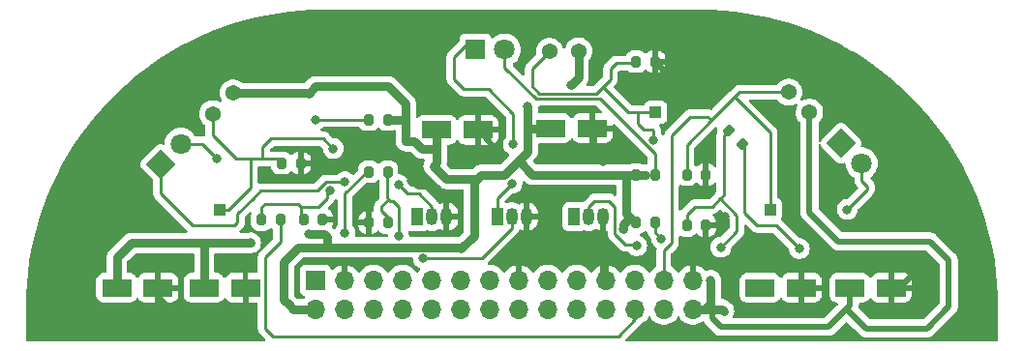
<source format=gbr>
%TF.GenerationSoftware,KiCad,Pcbnew,(7.0.0)*%
%TF.CreationDate,2024-04-01T18:59:33+02:00*%
%TF.ProjectId,Sensing_Subsystem,53656e73-696e-4675-9f53-756273797374,rev?*%
%TF.SameCoordinates,Original*%
%TF.FileFunction,Copper,L1,Top*%
%TF.FilePolarity,Positive*%
%FSLAX46Y46*%
G04 Gerber Fmt 4.6, Leading zero omitted, Abs format (unit mm)*
G04 Created by KiCad (PCBNEW (7.0.0)) date 2024-04-01 18:59:33*
%MOMM*%
%LPD*%
G01*
G04 APERTURE LIST*
G04 Aperture macros list*
%AMRoundRect*
0 Rectangle with rounded corners*
0 $1 Rounding radius*
0 $2 $3 $4 $5 $6 $7 $8 $9 X,Y pos of 4 corners*
0 Add a 4 corners polygon primitive as box body*
4,1,4,$2,$3,$4,$5,$6,$7,$8,$9,$2,$3,0*
0 Add four circle primitives for the rounded corners*
1,1,$1+$1,$2,$3*
1,1,$1+$1,$4,$5*
1,1,$1+$1,$6,$7*
1,1,$1+$1,$8,$9*
0 Add four rect primitives between the rounded corners*
20,1,$1+$1,$2,$3,$4,$5,0*
20,1,$1+$1,$4,$5,$6,$7,0*
20,1,$1+$1,$6,$7,$8,$9,0*
20,1,$1+$1,$8,$9,$2,$3,0*%
%AMRotRect*
0 Rectangle, with rotation*
0 The origin of the aperture is its center*
0 $1 length*
0 $2 width*
0 $3 Rotation angle, in degrees counterclockwise*
0 Add horizontal line*
21,1,$1,$2,0,0,$3*%
G04 Aperture macros list end*
%TA.AperFunction,SMDPad,CuDef*%
%ADD10RoundRect,0.200000X-0.200000X-0.275000X0.200000X-0.275000X0.200000X0.275000X-0.200000X0.275000X0*%
%TD*%
%TA.AperFunction,SMDPad,CuDef*%
%ADD11RoundRect,0.250000X-1.050000X-0.550000X1.050000X-0.550000X1.050000X0.550000X-1.050000X0.550000X0*%
%TD*%
%TA.AperFunction,SMDPad,CuDef*%
%ADD12RoundRect,0.200000X0.200000X0.275000X-0.200000X0.275000X-0.200000X-0.275000X0.200000X-0.275000X0*%
%TD*%
%TA.AperFunction,SMDPad,CuDef*%
%ADD13RoundRect,0.200000X-0.335876X-0.053033X-0.053033X-0.335876X0.335876X0.053033X0.053033X0.335876X0*%
%TD*%
%TA.AperFunction,SMDPad,CuDef*%
%ADD14R,1.000000X1.000000*%
%TD*%
%TA.AperFunction,ComponentPad*%
%ADD15RotRect,1.800000X1.800000X315.000000*%
%TD*%
%TA.AperFunction,ComponentPad*%
%ADD16C,1.800000*%
%TD*%
%TA.AperFunction,ComponentPad*%
%ADD17R,1.050000X1.500000*%
%TD*%
%TA.AperFunction,ComponentPad*%
%ADD18O,1.050000X1.500000*%
%TD*%
%TA.AperFunction,ComponentPad*%
%ADD19C,1.365000*%
%TD*%
%TA.AperFunction,ComponentPad*%
%ADD20RotRect,1.800000X1.800000X45.000000*%
%TD*%
%TA.AperFunction,ComponentPad*%
%ADD21R,1.700000X1.700000*%
%TD*%
%TA.AperFunction,ComponentPad*%
%ADD22O,1.700000X1.700000*%
%TD*%
%TA.AperFunction,ComponentPad*%
%ADD23R,1.800000X1.800000*%
%TD*%
%TA.AperFunction,ViaPad*%
%ADD24C,0.800000*%
%TD*%
%TA.AperFunction,Conductor*%
%ADD25C,0.750000*%
%TD*%
%TA.AperFunction,Conductor*%
%ADD26C,0.250000*%
%TD*%
%TA.AperFunction,Conductor*%
%ADD27C,0.550000*%
%TD*%
G04 APERTURE END LIST*
D10*
%TO.P,R4,1*%
%TO.N,Net-(J1-Pin_25)*%
X222949000Y-74168000D03*
%TO.P,R4,2*%
%TO.N,GND*%
X224599000Y-74168000D03*
%TD*%
D11*
%TO.P,C5,1*%
%TO.N,+3V3*%
X173079000Y-84074000D03*
%TO.P,C5,2*%
%TO.N,GND*%
X176679000Y-84074000D03*
%TD*%
D10*
%TO.P,R12,1*%
%TO.N,Net-(J1-Pin_11)*%
X187516000Y-73152000D03*
%TO.P,R12,2*%
%TO.N,GND*%
X189166000Y-73152000D03*
%TD*%
D12*
%TO.P,R11,1*%
%TO.N,+3V3*%
X196786000Y-69342000D03*
%TO.P,R11,2*%
%TO.N,Net-(D3-A)*%
X195136000Y-69342000D03*
%TD*%
D10*
%TO.P,R10,1*%
%TO.N,Net-(Q5-G)*%
X189421000Y-78105000D03*
%TO.P,R10,2*%
%TO.N,GND*%
X191071000Y-78105000D03*
%TD*%
%TO.P,R9,1*%
%TO.N,Net-(Q5-G)*%
X185738000Y-78105000D03*
%TO.P,R9,2*%
%TO.N,Net-(J1-Pin_24)*%
X187388000Y-78105000D03*
%TD*%
%TO.P,R8,1*%
%TO.N,Net-(J1-Pin_17)*%
X218504000Y-64262000D03*
%TO.P,R8,2*%
%TO.N,GND*%
X220154000Y-64262000D03*
%TD*%
%TO.P,R7,1*%
%TO.N,+3V3*%
X218504000Y-74168000D03*
%TO.P,R7,2*%
%TO.N,Net-(D2-A)*%
X220154000Y-74168000D03*
%TD*%
D12*
%TO.P,R6,2*%
%TO.N,GND*%
X195136000Y-78359000D03*
%TO.P,R6,1*%
%TO.N,Net-(Q3-G)*%
X196786000Y-78359000D03*
%TD*%
%TO.P,R5,1*%
%TO.N,Net-(Q3-G)*%
X196786000Y-73914000D03*
%TO.P,R5,2*%
%TO.N,Net-(J1-Pin_6)*%
X195136000Y-73914000D03*
%TD*%
D10*
%TO.P,R3,1*%
%TO.N,+3V3*%
X218504000Y-78359000D03*
%TO.P,R3,2*%
%TO.N,Net-(D1-A)*%
X220154000Y-78359000D03*
%TD*%
%TO.P,R2,1*%
%TO.N,Net-(Q1-G)*%
X222949000Y-78613000D03*
%TO.P,R2,2*%
%TO.N,GND*%
X224599000Y-78613000D03*
%TD*%
D13*
%TO.P,R1,2*%
%TO.N,Net-(J1-Pin_1)*%
X227786363Y-71449363D03*
%TO.P,R1,1*%
%TO.N,Net-(Q1-G)*%
X226619637Y-70282637D03*
%TD*%
D11*
%TO.P,C6,1*%
%TO.N,+3V3*%
X180731000Y-84074000D03*
%TO.P,C6,2*%
%TO.N,GND*%
X184331000Y-84074000D03*
%TD*%
%TO.P,C4,2*%
%TO.N,GND*%
X214684000Y-70104000D03*
%TO.P,C4,1*%
%TO.N,+3V3*%
X211084000Y-70104000D03*
%TD*%
%TO.P,C3,1*%
%TO.N,+3V3*%
X201059000Y-70231000D03*
%TO.P,C3,2*%
%TO.N,GND*%
X204659000Y-70231000D03*
%TD*%
%TO.P,C2,1*%
%TO.N,+3V3*%
X229372000Y-84074000D03*
%TO.P,C2,2*%
%TO.N,GND*%
X232972000Y-84074000D03*
%TD*%
%TO.P,C1,1*%
%TO.N,+3V3*%
X237214000Y-84074000D03*
%TO.P,C1,2*%
%TO.N,GND*%
X240814000Y-84074000D03*
%TD*%
D14*
%TO.P,TP1,1,1*%
%TO.N,Net-(J1-Pin_25)*%
X230250999Y-77215999D03*
%TD*%
D15*
%TO.P,D1,1,K*%
%TO.N,Net-(D1-K)*%
X236449417Y-71387601D03*
D16*
%TO.P,D1,2,A*%
%TO.N,Net-(D1-A)*%
X238245469Y-73183653D03*
%TD*%
D14*
%TO.P,TP3,1,1*%
%TO.N,Net-(J1-Pin_11)*%
X182117999Y-77215999D03*
%TD*%
D17*
%TO.P,Q3,1,D*%
%TO.N,Net-(D2-K)*%
X206374999Y-77850999D03*
D18*
%TO.P,Q3,2,G*%
%TO.N,Net-(Q3-G)*%
X207644999Y-77850999D03*
%TO.P,Q3,3,S*%
%TO.N,GND*%
X208914999Y-77850999D03*
%TD*%
D19*
%TO.P,Q7,1,E*%
%TO.N,Net-(J1-Pin_25)*%
X231864857Y-66930041D03*
%TO.P,Q7,2,C*%
%TO.N,+3V3*%
X233680000Y-68707000D03*
%TD*%
D20*
%TO.P,D3,1,K*%
%TO.N,Net-(D3-K)*%
X176897397Y-73254417D03*
D16*
%TO.P,D3,2,A*%
%TO.N,Net-(D3-A)*%
X178693449Y-71458367D03*
%TD*%
D19*
%TO.P,Q4,1,E*%
%TO.N,Net-(J1-Pin_11)*%
X181483000Y-68834000D03*
%TO.P,Q4,2,C*%
%TO.N,+3V3*%
X183259959Y-67018857D03*
%TD*%
D21*
%TO.P,J1,1,Pin_1*%
%TO.N,Net-(J1-Pin_1)*%
X190459999Y-83401999D03*
D22*
%TO.P,J1,2,Pin_2*%
%TO.N,+3V3*%
X190459999Y-85941999D03*
%TO.P,J1,3,Pin_3*%
%TO.N,GND*%
X192999999Y-83401999D03*
%TO.P,J1,4,Pin_4*%
%TO.N,unconnected-(J1-Pin_4-Pad4)*%
X192999999Y-85941999D03*
%TO.P,J1,5,Pin_5*%
%TO.N,unconnected-(J1-Pin_5-Pad5)*%
X195539999Y-83401999D03*
%TO.P,J1,6,Pin_6*%
%TO.N,Net-(J1-Pin_6)*%
X195539999Y-85941999D03*
%TO.P,J1,7,Pin_7*%
%TO.N,unconnected-(J1-Pin_7-Pad7)*%
X198079999Y-83401999D03*
%TO.P,J1,8,Pin_8*%
%TO.N,unconnected-(J1-Pin_8-Pad8)*%
X198079999Y-85941999D03*
%TO.P,J1,9,Pin_9*%
%TO.N,GND*%
X200619999Y-83401999D03*
%TO.P,J1,10,Pin_10*%
%TO.N,unconnected-(J1-Pin_10-Pad10)*%
X200619999Y-85941999D03*
%TO.P,J1,11,Pin_11*%
%TO.N,Net-(J1-Pin_11)*%
X203159999Y-83401999D03*
%TO.P,J1,12,Pin_12*%
%TO.N,unconnected-(J1-Pin_12-Pad12)*%
X203159999Y-85941999D03*
%TO.P,J1,13,Pin_13*%
%TO.N,unconnected-(J1-Pin_13-Pad13)*%
X205699999Y-83401999D03*
%TO.P,J1,14,Pin_14*%
%TO.N,unconnected-(J1-Pin_14-Pad14)*%
X205699999Y-85941999D03*
%TO.P,J1,15,Pin_15*%
%TO.N,GND*%
X208239999Y-83401999D03*
%TO.P,J1,16,Pin_16*%
%TO.N,unconnected-(J1-Pin_16-Pad16)*%
X208239999Y-85941999D03*
%TO.P,J1,17,Pin_17*%
%TO.N,Net-(J1-Pin_17)*%
X210779999Y-83401999D03*
%TO.P,J1,18,Pin_18*%
%TO.N,unconnected-(J1-Pin_18-Pad18)*%
X210779999Y-85941999D03*
%TO.P,J1,19,Pin_19*%
%TO.N,unconnected-(J1-Pin_19-Pad19)*%
X213319999Y-83401999D03*
%TO.P,J1,20,Pin_20*%
%TO.N,unconnected-(J1-Pin_20-Pad20)*%
X213319999Y-85941999D03*
%TO.P,J1,21,Pin_21*%
%TO.N,GND*%
X215859999Y-83401999D03*
%TO.P,J1,22,Pin_22*%
%TO.N,unconnected-(J1-Pin_22-Pad22)*%
X215859999Y-85941999D03*
%TO.P,J1,23,Pin_23*%
%TO.N,unconnected-(J1-Pin_23-Pad23)*%
X218399999Y-83401999D03*
%TO.P,J1,24,Pin_24*%
%TO.N,Net-(J1-Pin_24)*%
X218399999Y-85941999D03*
%TO.P,J1,25,Pin_25*%
%TO.N,Net-(J1-Pin_25)*%
X220939999Y-83401999D03*
%TO.P,J1,26,Pin_26*%
%TO.N,unconnected-(J1-Pin_26-Pad26)*%
X220939999Y-85941999D03*
%TO.P,J1,27,Pin_27*%
%TO.N,GND*%
X223479999Y-83401999D03*
%TO.P,J1,28,Pin_28*%
%TO.N,+3V3*%
X223479999Y-85941999D03*
%TD*%
D19*
%TO.P,Q2,1,E*%
%TO.N,Net-(J1-Pin_17)*%
X210940000Y-63373000D03*
%TO.P,Q2,2,C*%
%TO.N,+3V3*%
X213480000Y-63346000D03*
%TD*%
D14*
%TO.P,TP2,1,1*%
%TO.N,Net-(J1-Pin_17)*%
X220217999Y-68706999D03*
%TD*%
D17*
%TO.P,Q1,1,D*%
%TO.N,Net-(D1-K)*%
X213105999Y-77850999D03*
D18*
%TO.P,Q1,2,G*%
%TO.N,Net-(Q1-G)*%
X214375999Y-77850999D03*
%TO.P,Q1,3,S*%
%TO.N,GND*%
X215645999Y-77850999D03*
%TD*%
D17*
%TO.P,Q5,1,D*%
%TO.N,Net-(D3-K)*%
X199389999Y-77850999D03*
D18*
%TO.P,Q5,2,G*%
%TO.N,Net-(Q5-G)*%
X200659999Y-77850999D03*
%TO.P,Q5,3,S*%
%TO.N,GND*%
X201929999Y-77850999D03*
%TD*%
D23*
%TO.P,D2,1,K*%
%TO.N,Net-(D2-K)*%
X204469999Y-63218999D03*
D16*
%TO.P,D2,2,A*%
%TO.N,Net-(D2-A)*%
X207010000Y-63219000D03*
%TD*%
D24*
%TO.N,+3V3*%
X217386500Y-78926200D03*
X225044000Y-83439000D03*
X189865000Y-79375000D03*
X184785000Y-80137000D03*
%TO.N,Net-(Q5-G)*%
X197743299Y-75052701D03*
X191770000Y-75527500D03*
%TO.N,GND*%
X178689000Y-86868000D03*
%TO.N,Net-(D3-A)*%
X190500000Y-69342000D03*
X181864000Y-72771000D03*
%TO.N,Net-(D3-K)*%
X193035701Y-74798701D03*
%TO.N,Net-(Q3-G)*%
X197739000Y-79543500D03*
X199898000Y-81492500D03*
%TO.N,Net-(J1-Pin_6)*%
X193040000Y-79248000D03*
%TO.N,Net-(J1-Pin_11)*%
X192024000Y-71882000D03*
%TO.N,Net-(J1-Pin_17)*%
X220031799Y-71179201D03*
%TO.N,Net-(Q1-G)*%
X225933000Y-80518000D03*
X218567000Y-80391000D03*
%TO.N,GND*%
X243459000Y-82169000D03*
X229489000Y-80772000D03*
%TO.N,Net-(J1-Pin_1)*%
X232791000Y-80645000D03*
%TO.N,Net-(D1-A)*%
X236982000Y-77216000D03*
X220726000Y-79756000D03*
%TO.N,GND*%
X226314000Y-77851000D03*
%TO.N,+3V3*%
X209042000Y-68199000D03*
X212852000Y-66294000D03*
%TO.N,GND*%
X223139000Y-63119000D03*
X206756000Y-72390000D03*
X215646000Y-73025000D03*
X198882000Y-74676000D03*
%TO.N,+3V3*%
X226187000Y-86106000D03*
X228473000Y-84074000D03*
%TO.N,Net-(D2-K)*%
X207645000Y-74930000D03*
X207772000Y-71501000D03*
%TD*%
D25*
%TO.N,+3V3*%
X225044000Y-85434000D02*
X224536000Y-85942000D01*
X225044000Y-83439000D02*
X225044000Y-85434000D01*
X224536000Y-85942000D02*
X225171000Y-85942000D01*
X223480000Y-85942000D02*
X224536000Y-85942000D01*
X217995500Y-77914500D02*
X217386500Y-78523500D01*
X217386500Y-78523500D02*
X217386500Y-78926200D01*
X217995500Y-77914500D02*
X218440000Y-78359000D01*
X217678000Y-77597000D02*
X217995500Y-77914500D01*
X218440000Y-78359000D02*
X218504000Y-78359000D01*
X180731000Y-80147000D02*
X180721000Y-80137000D01*
X180721000Y-80137000D02*
X184785000Y-80137000D01*
X174371000Y-80137000D02*
X180721000Y-80137000D01*
X180731000Y-84074000D02*
X180731000Y-80147000D01*
X191262000Y-79375000D02*
X191516000Y-79629000D01*
X189865000Y-79375000D02*
X191262000Y-79375000D01*
X191516000Y-80518000D02*
X203073000Y-80518000D01*
X188976000Y-80518000D02*
X191516000Y-80518000D01*
X173609000Y-80899000D02*
X174371000Y-80137000D01*
X173079000Y-81429000D02*
X173609000Y-80899000D01*
X173079000Y-84074000D02*
X173079000Y-81429000D01*
X191516000Y-79629000D02*
X191516000Y-80518000D01*
D26*
%TO.N,Net-(Q5-G)*%
X200660000Y-76962000D02*
X200660000Y-77851000D01*
X199512702Y-75814702D02*
X200660000Y-76962000D01*
X198505300Y-75814702D02*
X199512702Y-75814702D01*
X197743299Y-75052701D02*
X198505300Y-75814702D01*
X191516000Y-75781500D02*
X191770000Y-75527500D01*
X191516000Y-76200000D02*
X191516000Y-75781500D01*
X190754000Y-76962000D02*
X191516000Y-76200000D01*
X189230000Y-76962000D02*
X190754000Y-76962000D01*
X188976000Y-76708000D02*
X189230000Y-76962000D01*
X186055000Y-76708000D02*
X188976000Y-76708000D01*
X189230000Y-76962000D02*
X189230000Y-77914000D01*
X185738000Y-77025000D02*
X186055000Y-76708000D01*
X185738000Y-78105000D02*
X185738000Y-77025000D01*
X189230000Y-77914000D02*
X189421000Y-78105000D01*
D27*
%TO.N,GND*%
X183388000Y-86868000D02*
X178689000Y-86868000D01*
X184331000Y-85925000D02*
X183388000Y-86868000D01*
X184331000Y-84074000D02*
X184331000Y-85925000D01*
X176679000Y-84858000D02*
X178689000Y-86868000D01*
X176679000Y-84074000D02*
X176679000Y-84858000D01*
D26*
%TO.N,Net-(J1-Pin_24)*%
X186055000Y-81407000D02*
X187388000Y-80074000D01*
X186055000Y-87630000D02*
X186055000Y-81407000D01*
X186721597Y-88296597D02*
X186055000Y-87630000D01*
X218400000Y-86852016D02*
X216955419Y-88296597D01*
X187388000Y-80074000D02*
X187388000Y-78105000D01*
X218400000Y-85942000D02*
X218400000Y-86852016D01*
X216955419Y-88296597D02*
X186721597Y-88296597D01*
D25*
%TO.N,+3V3*%
X198120000Y-69342000D02*
X198374000Y-69596000D01*
X196786000Y-69342000D02*
X198120000Y-69342000D01*
X198374000Y-69596000D02*
X198374000Y-71247000D01*
X198374000Y-67945000D02*
X198374000Y-69596000D01*
X199771000Y-71882000D02*
X201059000Y-71882000D01*
X199136000Y-71247000D02*
X199771000Y-71882000D01*
X198374000Y-71247000D02*
X199136000Y-71247000D01*
X190500000Y-66421000D02*
X196850000Y-66421000D01*
X189865000Y-67056000D02*
X190500000Y-66421000D01*
X196850000Y-66421000D02*
X198374000Y-67945000D01*
X183259959Y-67018857D02*
X189827857Y-67018857D01*
X201059000Y-71882000D02*
X201059000Y-73134000D01*
X189827857Y-67018857D02*
X189865000Y-67056000D01*
X201059000Y-70231000D02*
X201059000Y-71882000D01*
D26*
%TO.N,Net-(D3-A)*%
X190500000Y-69342000D02*
X195136000Y-69342000D01*
X180551367Y-71458367D02*
X181864000Y-72771000D01*
X178693449Y-71458367D02*
X180551367Y-71458367D01*
%TO.N,Net-(D3-K)*%
X193031402Y-74803000D02*
X193035701Y-74798701D01*
X192405000Y-74803000D02*
X193031402Y-74803000D01*
X191389000Y-74803000D02*
X192405000Y-74803000D01*
X191135000Y-75057000D02*
X191389000Y-74803000D01*
X190627000Y-75565000D02*
X191135000Y-75057000D01*
X186817000Y-75565000D02*
X190627000Y-75565000D01*
X185039000Y-76200000D02*
X185674000Y-75565000D01*
X185674000Y-75565000D02*
X186817000Y-75565000D01*
X183388000Y-78613000D02*
X183642000Y-78359000D01*
X183642000Y-77597000D02*
X185039000Y-76200000D01*
X179705000Y-78613000D02*
X183388000Y-78613000D01*
X183642000Y-78359000D02*
X183642000Y-77597000D01*
X176897398Y-75805398D02*
X179705000Y-78613000D01*
X176897398Y-73254418D02*
X176897398Y-75805398D01*
%TO.N,Net-(Q3-G)*%
X196215000Y-76962000D02*
X196850000Y-76327000D01*
X196977000Y-76454000D02*
X196850000Y-76327000D01*
X196215000Y-77343000D02*
X196215000Y-76962000D01*
X196786000Y-77914000D02*
X196215000Y-77343000D01*
X196850000Y-76327000D02*
X196723000Y-76200000D01*
X196786000Y-78359000D02*
X196786000Y-77914000D01*
X196723000Y-73977000D02*
X196786000Y-73914000D01*
X196723000Y-76200000D02*
X196723000Y-73977000D01*
X197231000Y-76454000D02*
X196977000Y-76454000D01*
X197739000Y-76962000D02*
X197231000Y-76454000D01*
X205003500Y-81492500D02*
X199898000Y-81492500D01*
X207645000Y-78851000D02*
X205003500Y-81492500D01*
X197739000Y-79543500D02*
X197739000Y-76962000D01*
X207645000Y-77851000D02*
X207645000Y-78851000D01*
%TO.N,Net-(J1-Pin_6)*%
X193040000Y-75819000D02*
X193040000Y-79248000D01*
X194945000Y-73914000D02*
X193040000Y-75819000D01*
X195136000Y-73914000D02*
X194945000Y-73914000D01*
%TO.N,Net-(J1-Pin_11)*%
X186563000Y-70993000D02*
X185801000Y-71755000D01*
X191135000Y-70993000D02*
X186563000Y-70993000D01*
X192024000Y-71882000D02*
X191135000Y-70993000D01*
X185801000Y-72771000D02*
X187135000Y-72771000D01*
X184785000Y-72771000D02*
X185801000Y-72771000D01*
X185801000Y-71755000D02*
X185801000Y-72771000D01*
X183515000Y-72771000D02*
X184785000Y-72771000D01*
X182880000Y-77216000D02*
X184785000Y-75311000D01*
X184785000Y-75311000D02*
X184785000Y-72771000D01*
X182118000Y-77216000D02*
X182880000Y-77216000D01*
X187135000Y-72771000D02*
X187516000Y-73152000D01*
X181483000Y-70739000D02*
X183515000Y-72771000D01*
X181483000Y-68834000D02*
X181483000Y-70739000D01*
D27*
%TO.N,+3V3*%
X235331000Y-87503000D02*
X225933000Y-87503000D01*
D25*
X201059000Y-73134000D02*
X200787000Y-73406000D01*
D26*
%TO.N,Net-(J1-Pin_17)*%
X218694000Y-69723000D02*
X218694000Y-68707000D01*
X218694000Y-68707000D02*
X217805000Y-68707000D01*
X220218000Y-68707000D02*
X218694000Y-68707000D01*
X219202000Y-70231000D02*
X218694000Y-69723000D01*
X220031799Y-70298799D02*
X219964000Y-70231000D01*
X220031799Y-71179201D02*
X220031799Y-70298799D01*
X219964000Y-70231000D02*
X219202000Y-70231000D01*
%TO.N,Net-(D2-A)*%
X215334000Y-67506000D02*
X220154000Y-72326000D01*
X209746000Y-67506000D02*
X215334000Y-67506000D01*
X207010000Y-64770000D02*
X209746000Y-67506000D01*
X207010000Y-63219000D02*
X207010000Y-64770000D01*
X220154000Y-72326000D02*
X220154000Y-74168000D01*
%TO.N,Net-(Q1-G)*%
X227330000Y-77724000D02*
X225869500Y-76263500D01*
X227330000Y-79121000D02*
X227330000Y-77724000D01*
X225933000Y-80518000D02*
X227330000Y-79121000D01*
X225869500Y-76263500D02*
X225171000Y-76962000D01*
X226187000Y-75946000D02*
X225869500Y-76263500D01*
X218440000Y-80264000D02*
X218567000Y-80391000D01*
X217551000Y-80264000D02*
X218440000Y-80264000D01*
D27*
%TO.N,+3V3*%
X236982000Y-85979000D02*
X236855000Y-85979000D01*
X238633000Y-87630000D02*
X236982000Y-85979000D01*
X243967000Y-87630000D02*
X238633000Y-87630000D01*
X245872000Y-85725000D02*
X243967000Y-87630000D01*
X245872000Y-81661000D02*
X245872000Y-85725000D01*
X244221000Y-80010000D02*
X245872000Y-81661000D01*
X236220000Y-80010000D02*
X244221000Y-80010000D01*
X233680000Y-77470000D02*
X236220000Y-80010000D01*
X233680000Y-68707000D02*
X233680000Y-77470000D01*
X236855000Y-85979000D02*
X235331000Y-87503000D01*
X237214000Y-85620000D02*
X236855000Y-85979000D01*
X225171000Y-86741000D02*
X225171000Y-85942000D01*
D25*
X225171000Y-85942000D02*
X226023000Y-85942000D01*
D27*
X225933000Y-87503000D02*
X225171000Y-86741000D01*
X237214000Y-84074000D02*
X237214000Y-85620000D01*
%TO.N,GND*%
X229616000Y-80899000D02*
X229489000Y-80772000D01*
X231394000Y-80899000D02*
X229616000Y-80899000D01*
X232972000Y-82477000D02*
X231394000Y-80899000D01*
X232972000Y-84074000D02*
X232972000Y-82477000D01*
X241554000Y-84074000D02*
X243459000Y-82169000D01*
X240814000Y-84074000D02*
X241554000Y-84074000D01*
D26*
%TO.N,Net-(J1-Pin_1)*%
X227965000Y-77470000D02*
X227965000Y-71628000D01*
X230759000Y-78613000D02*
X229108000Y-78613000D01*
X232791000Y-80645000D02*
X230759000Y-78613000D01*
X229108000Y-78613000D02*
X227965000Y-77470000D01*
X227965000Y-71628000D02*
X227786363Y-71449363D01*
%TO.N,Net-(D1-A)*%
X238245469Y-74669469D02*
X238245469Y-73183653D01*
X238760000Y-75184000D02*
X238245469Y-74669469D01*
X238760000Y-75438000D02*
X238760000Y-75184000D01*
X236982000Y-77216000D02*
X238760000Y-75438000D01*
X220154000Y-79184000D02*
X220726000Y-79756000D01*
X220154000Y-78359000D02*
X220154000Y-79184000D01*
%TO.N,Net-(J1-Pin_25)*%
X224790000Y-69088000D02*
X225107500Y-69405500D01*
X223266000Y-69088000D02*
X224790000Y-69088000D01*
X221615000Y-70739000D02*
X223266000Y-69088000D01*
X221615000Y-80137000D02*
X221615000Y-70739000D01*
X220940000Y-80812000D02*
X221615000Y-80137000D01*
X220940000Y-83402000D02*
X220940000Y-80812000D01*
X225107500Y-69405500D02*
X222949000Y-71564000D01*
X227139500Y-67373500D02*
X225107500Y-69405500D01*
X230251000Y-70485000D02*
X227139500Y-67373500D01*
X230251000Y-77216000D02*
X230251000Y-70485000D01*
X227582959Y-66930041D02*
X227139500Y-67373500D01*
X222949000Y-71564000D02*
X222949000Y-74168000D01*
X231864857Y-66930041D02*
X227582959Y-66930041D01*
D27*
%TO.N,GND*%
X225552000Y-78613000D02*
X226314000Y-77851000D01*
X224599000Y-78613000D02*
X225552000Y-78613000D01*
D26*
%TO.N,Net-(Q1-G)*%
X222949000Y-77660000D02*
X222949000Y-78613000D01*
X223647000Y-76962000D02*
X222949000Y-77660000D01*
X225171000Y-76962000D02*
X223647000Y-76962000D01*
X226619637Y-70282637D02*
X226187000Y-70715274D01*
X226187000Y-70715274D02*
X226187000Y-75946000D01*
D25*
%TO.N,+3V3*%
X211084000Y-70104000D02*
X209042000Y-70104000D01*
X209042000Y-70104000D02*
X209042000Y-72136000D01*
X209042000Y-68199000D02*
X209042000Y-70104000D01*
X213480000Y-65666000D02*
X212852000Y-66294000D01*
X213480000Y-63346000D02*
X213480000Y-65666000D01*
D27*
%TO.N,GND*%
X222250000Y-65024000D02*
X223139000Y-64135000D01*
X220916000Y-65024000D02*
X222250000Y-65024000D01*
X223139000Y-64135000D02*
X223139000Y-63119000D01*
X220154000Y-64262000D02*
X220916000Y-65024000D01*
D26*
%TO.N,Net-(J1-Pin_17)*%
X217805000Y-68707000D02*
X215582500Y-66484500D01*
X215582500Y-66484500D02*
X216281000Y-65786000D01*
X215011000Y-67056000D02*
X215582500Y-66484500D01*
X218377000Y-64389000D02*
X218504000Y-64262000D01*
X216789000Y-64389000D02*
X218377000Y-64389000D01*
X216281000Y-65786000D02*
X216281000Y-64897000D01*
X210058000Y-67056000D02*
X215011000Y-67056000D01*
X209423000Y-66421000D02*
X210058000Y-67056000D01*
X209423000Y-64890000D02*
X209423000Y-66421000D01*
X210940000Y-63373000D02*
X209423000Y-64890000D01*
X216281000Y-64897000D02*
X216789000Y-64389000D01*
D25*
%TO.N,+3V3*%
X188558000Y-85942000D02*
X188150500Y-85534500D01*
X188150500Y-85534500D02*
X187706000Y-85090000D01*
D27*
%TO.N,GND*%
X201995595Y-76200000D02*
X201930000Y-76134405D01*
X208915000Y-77851000D02*
X208915000Y-80645000D01*
X208915000Y-80645000D02*
X208915000Y-81153000D01*
X201930000Y-76134405D02*
X201010298Y-75214702D01*
X215646000Y-83188000D02*
X215860000Y-83402000D01*
X214884000Y-72263000D02*
X215646000Y-73025000D01*
X208915000Y-81153000D02*
X208240000Y-81828000D01*
X214884000Y-70104000D02*
X214884000Y-72263000D01*
X201010298Y-75214702D02*
X199420702Y-75214702D01*
X205359000Y-70993000D02*
X206756000Y-72390000D01*
X205359000Y-70231000D02*
X205359000Y-70993000D01*
X201930000Y-76134405D02*
X201930000Y-77851000D01*
X208240000Y-81828000D02*
X208240000Y-83402000D01*
X199420702Y-75214702D02*
X198882000Y-74676000D01*
X215646000Y-77851000D02*
X215646000Y-83188000D01*
D25*
%TO.N,+3V3*%
X207010000Y-74168000D02*
X208216500Y-72961500D01*
X203073000Y-80518000D02*
X203200000Y-80645000D01*
X219329000Y-74168000D02*
X217678000Y-74168000D01*
X217678000Y-77597000D02*
X217678000Y-74168000D01*
X217043000Y-74168000D02*
X209423000Y-74168000D01*
X187706000Y-85090000D02*
X187706000Y-81788000D01*
X203200000Y-80645000D02*
X204343000Y-79502000D01*
X208216500Y-72961500D02*
X209042000Y-72136000D01*
X187706000Y-81788000D02*
X188277500Y-81216500D01*
X200787000Y-73406000D02*
X201930000Y-74549000D01*
X217678000Y-74168000D02*
X217043000Y-74168000D01*
X204597000Y-74549000D02*
X204978000Y-74168000D01*
X226023000Y-85942000D02*
X226187000Y-86106000D01*
X204978000Y-74168000D02*
X207010000Y-74168000D01*
X188277500Y-81216500D02*
X188976000Y-80518000D01*
X204343000Y-74803000D02*
X204597000Y-74549000D01*
X190460000Y-85942000D02*
X188558000Y-85942000D01*
X209423000Y-74168000D02*
X208216500Y-72961500D01*
X204343000Y-79502000D02*
X204343000Y-74803000D01*
X201930000Y-74549000D02*
X204597000Y-74549000D01*
D26*
%TO.N,Net-(D2-K)*%
X206375000Y-76200000D02*
X207645000Y-74930000D01*
X202565000Y-65786000D02*
X202565000Y-63881000D01*
X207772000Y-71501000D02*
X207772000Y-68834000D01*
X202565000Y-63881000D02*
X203581000Y-62865000D01*
X203454000Y-66675000D02*
X202565000Y-65786000D01*
X207772000Y-68834000D02*
X205613000Y-66675000D01*
X203581000Y-62865000D02*
X204470000Y-62865000D01*
X205613000Y-66675000D02*
X203454000Y-66675000D01*
X206375000Y-77851000D02*
X206375000Y-76200000D01*
%TO.N,Net-(D3-K)*%
X199390000Y-77851000D02*
X199009000Y-77851000D01*
%TO.N,Net-(Q1-G)*%
X214376000Y-77851000D02*
X214376000Y-76962000D01*
X216154000Y-76454000D02*
X216662000Y-76962000D01*
X216662000Y-79375000D02*
X217551000Y-80264000D01*
X214884000Y-76454000D02*
X216154000Y-76454000D01*
X216662000Y-76962000D02*
X216662000Y-79375000D01*
X214376000Y-76962000D02*
X214884000Y-76454000D01*
%TD*%
%TA.AperFunction,Conductor*%
%TO.N,GND*%
G36*
X224161675Y-59710047D02*
G01*
X225154363Y-59729065D01*
X225159055Y-59729244D01*
X226149119Y-59786204D01*
X226153805Y-59786563D01*
X227140988Y-59881405D01*
X227145682Y-59881947D01*
X228128468Y-60014526D01*
X228133132Y-60015246D01*
X229110147Y-60185376D01*
X229114767Y-60186272D01*
X230084534Y-60393697D01*
X230089096Y-60394764D01*
X231050214Y-60639183D01*
X231054791Y-60640440D01*
X232005815Y-60921486D01*
X232010304Y-60922906D01*
X232949909Y-61240187D01*
X232954326Y-61241774D01*
X233881069Y-61594803D01*
X233885454Y-61596570D01*
X234797977Y-61984830D01*
X234802270Y-61986754D01*
X235699267Y-62409689D01*
X235703519Y-62411794D01*
X235959624Y-62544768D01*
X236583621Y-62868756D01*
X236587794Y-62871025D01*
X236781818Y-62981399D01*
X237412706Y-63340291D01*
X237449768Y-63361374D01*
X237453847Y-63363800D01*
X237770655Y-63560453D01*
X238296371Y-63886782D01*
X238300359Y-63889364D01*
X239122269Y-64444259D01*
X239126154Y-64446992D01*
X239564975Y-64768389D01*
X239793896Y-64936054D01*
X239926187Y-65032945D01*
X239929959Y-65035820D01*
X240699113Y-65645764D01*
X240706960Y-65651987D01*
X240710625Y-65655009D01*
X241463479Y-66300505D01*
X241467025Y-66303666D01*
X242194567Y-66977492D01*
X242197990Y-66980786D01*
X242899213Y-67682009D01*
X242902507Y-67685432D01*
X243576333Y-68412974D01*
X243579494Y-68416520D01*
X244224990Y-69169374D01*
X244228012Y-69173039D01*
X244844174Y-69950034D01*
X244847054Y-69953812D01*
X245433007Y-70753845D01*
X245435740Y-70757730D01*
X245990635Y-71579640D01*
X245993217Y-71583628D01*
X246516197Y-72426148D01*
X246518625Y-72430231D01*
X247008974Y-73292205D01*
X247011243Y-73296378D01*
X247468202Y-74176475D01*
X247470310Y-74180732D01*
X247893235Y-75077708D01*
X247895178Y-75082043D01*
X248283424Y-75994534D01*
X248285200Y-75998940D01*
X248638215Y-76925646D01*
X248639821Y-76930117D01*
X248957086Y-77869676D01*
X248958519Y-77874205D01*
X249239557Y-78825204D01*
X249240816Y-78829785D01*
X249485227Y-79790871D01*
X249486309Y-79795496D01*
X249693722Y-80765210D01*
X249694627Y-80769874D01*
X249864750Y-81746852D01*
X249865475Y-81751546D01*
X249998050Y-82734305D01*
X249998595Y-82739024D01*
X250093434Y-83726169D01*
X250093797Y-83730906D01*
X250150753Y-84720916D01*
X250150935Y-84725663D01*
X250169948Y-85718195D01*
X250169971Y-85720792D01*
X250165925Y-87978191D01*
X250164926Y-88535819D01*
X250164768Y-88623722D01*
X250148081Y-88685628D01*
X250102704Y-88730924D01*
X250040768Y-88747500D01*
X217699781Y-88747500D01*
X217643486Y-88733985D01*
X217599463Y-88696385D01*
X217577308Y-88642898D01*
X217581850Y-88585182D01*
X217612100Y-88535819D01*
X218105222Y-88042697D01*
X218792217Y-87355702D01*
X218800552Y-87348118D01*
X218807018Y-87344016D01*
X218853691Y-87294311D01*
X218856309Y-87291610D01*
X218876135Y-87271786D01*
X218878660Y-87268529D01*
X218886251Y-87259640D01*
X218916586Y-87227337D01*
X218920345Y-87220497D01*
X218922262Y-87217860D01*
X218963565Y-87181688D01*
X219014331Y-87154215D01*
X219145576Y-87083189D01*
X219323240Y-86944906D01*
X219475722Y-86779268D01*
X219479789Y-86773044D01*
X219566191Y-86640795D01*
X219610982Y-86599561D01*
X219670000Y-86584616D01*
X219729018Y-86599561D01*
X219773809Y-86640795D01*
X219861470Y-86774972D01*
X219861478Y-86774982D01*
X219864278Y-86779268D01*
X219867752Y-86783041D01*
X219867753Y-86783043D01*
X220013288Y-86941135D01*
X220013291Y-86941138D01*
X220016760Y-86944906D01*
X220020801Y-86948051D01*
X220190376Y-87080039D01*
X220190381Y-87080042D01*
X220194424Y-87083189D01*
X220198931Y-87085628D01*
X220198934Y-87085630D01*
X220275132Y-87126866D01*
X220392426Y-87190342D01*
X220605365Y-87263444D01*
X220827431Y-87300500D01*
X221047436Y-87300500D01*
X221052569Y-87300500D01*
X221274635Y-87263444D01*
X221487574Y-87190342D01*
X221685576Y-87083189D01*
X221863240Y-86944906D01*
X222015722Y-86779268D01*
X222019789Y-86773044D01*
X222106191Y-86640795D01*
X222150982Y-86599561D01*
X222210000Y-86584616D01*
X222269018Y-86599561D01*
X222313809Y-86640795D01*
X222401470Y-86774972D01*
X222401478Y-86774982D01*
X222404278Y-86779268D01*
X222407752Y-86783041D01*
X222407753Y-86783043D01*
X222553288Y-86941135D01*
X222553291Y-86941138D01*
X222556760Y-86944906D01*
X222560801Y-86948051D01*
X222730376Y-87080039D01*
X222730381Y-87080042D01*
X222734424Y-87083189D01*
X222738931Y-87085628D01*
X222738934Y-87085630D01*
X222815132Y-87126866D01*
X222932426Y-87190342D01*
X223145365Y-87263444D01*
X223367431Y-87300500D01*
X223587436Y-87300500D01*
X223592569Y-87300500D01*
X223814635Y-87263444D01*
X224027574Y-87190342D01*
X224225576Y-87083189D01*
X224275974Y-87043961D01*
X224325615Y-87020684D01*
X224380443Y-87021089D01*
X224429737Y-87045098D01*
X224460173Y-87083382D01*
X224460624Y-87083100D01*
X224463168Y-87087150D01*
X224463174Y-87087158D01*
X224464326Y-87088991D01*
X224464331Y-87089001D01*
X224480478Y-87114698D01*
X224487204Y-87126866D01*
X224500374Y-87154215D01*
X224500376Y-87154218D01*
X224503394Y-87160485D01*
X224507735Y-87165928D01*
X224526659Y-87189660D01*
X224534701Y-87200994D01*
X224544503Y-87216592D01*
X224554559Y-87232596D01*
X224585866Y-87263903D01*
X225316557Y-87994593D01*
X225316559Y-87994596D01*
X225441404Y-88119441D01*
X225447298Y-88123144D01*
X225447299Y-88123145D01*
X225472994Y-88139290D01*
X225484336Y-88147337D01*
X225513515Y-88170607D01*
X225547146Y-88186803D01*
X225559296Y-88193517D01*
X225590901Y-88213376D01*
X225597473Y-88215675D01*
X225597474Y-88215676D01*
X225626121Y-88225700D01*
X225638959Y-88231016D01*
X225672589Y-88247212D01*
X225708979Y-88255517D01*
X225722321Y-88259361D01*
X225757552Y-88271690D01*
X225794644Y-88275869D01*
X225808335Y-88278196D01*
X225837926Y-88284950D01*
X225844721Y-88286501D01*
X226021271Y-88286501D01*
X226021279Y-88286501D01*
X226021281Y-88286500D01*
X226021287Y-88286500D01*
X235412318Y-88286500D01*
X235419279Y-88286500D01*
X235455663Y-88278195D01*
X235469341Y-88275870D01*
X235506448Y-88271690D01*
X235541692Y-88259357D01*
X235555015Y-88255519D01*
X235591411Y-88247212D01*
X235625029Y-88231022D01*
X235637879Y-88225700D01*
X235652200Y-88220688D01*
X235673099Y-88213376D01*
X235704700Y-88193518D01*
X235716863Y-88186796D01*
X235750485Y-88170606D01*
X235779675Y-88147327D01*
X235790985Y-88139302D01*
X235822596Y-88119441D01*
X235947441Y-87994596D01*
X235947441Y-87994595D01*
X236830818Y-87111216D01*
X236886405Y-87079123D01*
X236950593Y-87079123D01*
X237006180Y-87111217D01*
X237521742Y-87626778D01*
X238016557Y-88121593D01*
X238016559Y-88121596D01*
X238141404Y-88246441D01*
X238147298Y-88250144D01*
X238147299Y-88250145D01*
X238172994Y-88266290D01*
X238184336Y-88274337D01*
X238213515Y-88297607D01*
X238247146Y-88313803D01*
X238259296Y-88320517D01*
X238290901Y-88340376D01*
X238297473Y-88342675D01*
X238297474Y-88342676D01*
X238326121Y-88352700D01*
X238338959Y-88358016D01*
X238372589Y-88374212D01*
X238408979Y-88382517D01*
X238422321Y-88386361D01*
X238442418Y-88393394D01*
X238450973Y-88396388D01*
X238450974Y-88396388D01*
X238457552Y-88398690D01*
X238494630Y-88402867D01*
X238508341Y-88405196D01*
X238544722Y-88413501D01*
X238721271Y-88413501D01*
X238721279Y-88413501D01*
X238721281Y-88413500D01*
X238721287Y-88413500D01*
X244048318Y-88413500D01*
X244055279Y-88413500D01*
X244091663Y-88405195D01*
X244105341Y-88402870D01*
X244142448Y-88398690D01*
X244177692Y-88386357D01*
X244191015Y-88382519D01*
X244227411Y-88374212D01*
X244261029Y-88358022D01*
X244273879Y-88352700D01*
X244288200Y-88347688D01*
X244309099Y-88340376D01*
X244340700Y-88320518D01*
X244352863Y-88313796D01*
X244386485Y-88297606D01*
X244415675Y-88274327D01*
X244426985Y-88266302D01*
X244458596Y-88246441D01*
X244583441Y-88121596D01*
X244583441Y-88121595D01*
X246457134Y-86247903D01*
X246457134Y-86247902D01*
X246488441Y-86216596D01*
X246508302Y-86184985D01*
X246516327Y-86173675D01*
X246539606Y-86144485D01*
X246555796Y-86110863D01*
X246562520Y-86098698D01*
X246578670Y-86072997D01*
X246578670Y-86072996D01*
X246582376Y-86067099D01*
X246594700Y-86031879D01*
X246600023Y-86019027D01*
X246613189Y-85991688D01*
X246613188Y-85991688D01*
X246616212Y-85985411D01*
X246624517Y-85949021D01*
X246628363Y-85935673D01*
X246632962Y-85922532D01*
X246640690Y-85900448D01*
X246644868Y-85863360D01*
X246647196Y-85849666D01*
X246653951Y-85820070D01*
X246653951Y-85820068D01*
X246655501Y-85813279D01*
X246655501Y-85636721D01*
X246655500Y-85636717D01*
X246655500Y-81749283D01*
X246655501Y-81749279D01*
X246655501Y-81572722D01*
X246647196Y-81536341D01*
X246644867Y-81522629D01*
X246644024Y-81515146D01*
X246640690Y-81485552D01*
X246628361Y-81450321D01*
X246624517Y-81436979D01*
X246616212Y-81400589D01*
X246600016Y-81366959D01*
X246594700Y-81354121D01*
X246584676Y-81325474D01*
X246584675Y-81325473D01*
X246582376Y-81318901D01*
X246562517Y-81287296D01*
X246555803Y-81275146D01*
X246539607Y-81241515D01*
X246516337Y-81212336D01*
X246508290Y-81200994D01*
X246492145Y-81175299D01*
X246492144Y-81175298D01*
X246488441Y-81169404D01*
X246363596Y-81044559D01*
X246363593Y-81044557D01*
X244743903Y-79424866D01*
X244712596Y-79393559D01*
X244693343Y-79381461D01*
X244680994Y-79373701D01*
X244669660Y-79365659D01*
X244654502Y-79353572D01*
X244640485Y-79342394D01*
X244634218Y-79339376D01*
X244634215Y-79339374D01*
X244606866Y-79326204D01*
X244594698Y-79319478D01*
X244568995Y-79303328D01*
X244568990Y-79303325D01*
X244563099Y-79299624D01*
X244556532Y-79297326D01*
X244556526Y-79297323D01*
X244527872Y-79287296D01*
X244515031Y-79281978D01*
X244487679Y-79268806D01*
X244487675Y-79268804D01*
X244481411Y-79265788D01*
X244474629Y-79264240D01*
X244474618Y-79264236D01*
X244445028Y-79257482D01*
X244431671Y-79253634D01*
X244403024Y-79243610D01*
X244403016Y-79243608D01*
X244396448Y-79241310D01*
X244389529Y-79240530D01*
X244389528Y-79240530D01*
X244359356Y-79237130D01*
X244345663Y-79234803D01*
X244309279Y-79226500D01*
X244302316Y-79226500D01*
X236595898Y-79226500D01*
X236548445Y-79217061D01*
X236508217Y-79190181D01*
X234499819Y-77181782D01*
X234472939Y-77141554D01*
X234463500Y-77094101D01*
X234463500Y-71620170D01*
X234481313Y-71556137D01*
X234529634Y-71510500D01*
X234594580Y-71496372D01*
X234657492Y-71517812D01*
X234700295Y-71568660D01*
X234729241Y-71632045D01*
X234744449Y-71665345D01*
X234782670Y-71712774D01*
X236124246Y-73054350D01*
X236171675Y-73092571D01*
X236304684Y-73153313D01*
X236449418Y-73174123D01*
X236594152Y-73153313D01*
X236660527Y-73123000D01*
X236718326Y-73111956D01*
X236774710Y-73128799D01*
X236816979Y-73169740D01*
X236835614Y-73225556D01*
X236850993Y-73411159D01*
X236850994Y-73411167D01*
X236851418Y-73416279D01*
X236852675Y-73421246D01*
X236852677Y-73421253D01*
X236897774Y-73599335D01*
X236908720Y-73642560D01*
X236922217Y-73673331D01*
X237000424Y-73851625D01*
X237000427Y-73851631D01*
X237002485Y-73856322D01*
X237005285Y-73860608D01*
X237005289Y-73860615D01*
X237095038Y-73997986D01*
X237130155Y-74051736D01*
X237133629Y-74055509D01*
X237133630Y-74055511D01*
X237280269Y-74214803D01*
X237288249Y-74223471D01*
X237472452Y-74366843D01*
X237476959Y-74369282D01*
X237476962Y-74369284D01*
X237546986Y-74407179D01*
X237594492Y-74452760D01*
X237611969Y-74516234D01*
X237611969Y-74590623D01*
X237611437Y-74601906D01*
X237609767Y-74609378D01*
X237610012Y-74617174D01*
X237610012Y-74617176D01*
X237611908Y-74677486D01*
X237611969Y-74681382D01*
X237611969Y-74709325D01*
X237612457Y-74713190D01*
X237612458Y-74713201D01*
X237612488Y-74713439D01*
X237613403Y-74725065D01*
X237614550Y-74761565D01*
X237614551Y-74761572D01*
X237614796Y-74769358D01*
X237616969Y-74776839D01*
X237616971Y-74776849D01*
X237620491Y-74788964D01*
X237624436Y-74808011D01*
X237626995Y-74828266D01*
X237629864Y-74835514D01*
X237629867Y-74835523D01*
X237643307Y-74869470D01*
X237647090Y-74880517D01*
X237647996Y-74883635D01*
X237659451Y-74923062D01*
X237663422Y-74929777D01*
X237663423Y-74929779D01*
X237669844Y-74940637D01*
X237678399Y-74958100D01*
X237683045Y-74969833D01*
X237685917Y-74977086D01*
X237690499Y-74983393D01*
X237690500Y-74983394D01*
X237711960Y-75012931D01*
X237718374Y-75022696D01*
X237731819Y-75045430D01*
X237740927Y-75060831D01*
X237746445Y-75066349D01*
X237755358Y-75075262D01*
X237767994Y-75090057D01*
X237775407Y-75100260D01*
X237775412Y-75100265D01*
X237779997Y-75106576D01*
X237813446Y-75134247D01*
X237814136Y-75134818D01*
X237822777Y-75142681D01*
X237903414Y-75223318D01*
X237935508Y-75278905D01*
X237935508Y-75343093D01*
X237903414Y-75398680D01*
X237030914Y-76271181D01*
X236990686Y-76298061D01*
X236943233Y-76307500D01*
X236886513Y-76307500D01*
X236880154Y-76308851D01*
X236880150Y-76308852D01*
X236706072Y-76345853D01*
X236706061Y-76345856D01*
X236699712Y-76347206D01*
X236693782Y-76349845D01*
X236693773Y-76349849D01*
X236531182Y-76422239D01*
X236531174Y-76422243D01*
X236525248Y-76424882D01*
X236519999Y-76428695D01*
X236519993Y-76428699D01*
X236376000Y-76533316D01*
X236375991Y-76533323D01*
X236370747Y-76537134D01*
X236366403Y-76541957D01*
X236366400Y-76541961D01*
X236263688Y-76656035D01*
X236242960Y-76679056D01*
X236239714Y-76684676D01*
X236239711Y-76684682D01*
X236150721Y-76838817D01*
X236150718Y-76838822D01*
X236147473Y-76844444D01*
X236145467Y-76850616D01*
X236145465Y-76850622D01*
X236090465Y-77019892D01*
X236090463Y-77019901D01*
X236088458Y-77026072D01*
X236087781Y-77032517D01*
X236087778Y-77032532D01*
X236073614Y-77167305D01*
X236068496Y-77216000D01*
X236069175Y-77222460D01*
X236087778Y-77399467D01*
X236087779Y-77399475D01*
X236088458Y-77405928D01*
X236090463Y-77412100D01*
X236090465Y-77412107D01*
X236144457Y-77578275D01*
X236147473Y-77587556D01*
X236150720Y-77593180D01*
X236150721Y-77593182D01*
X236232231Y-77734362D01*
X236242960Y-77752944D01*
X236370747Y-77894866D01*
X236375997Y-77898680D01*
X236376000Y-77898683D01*
X236486547Y-77979000D01*
X236525248Y-78007118D01*
X236531181Y-78009759D01*
X236531182Y-78009760D01*
X236687284Y-78079261D01*
X236699712Y-78084794D01*
X236706070Y-78086145D01*
X236706072Y-78086146D01*
X236736784Y-78092674D01*
X236886513Y-78124500D01*
X237070984Y-78124500D01*
X237077487Y-78124500D01*
X237264288Y-78084794D01*
X237438752Y-78007118D01*
X237593253Y-77894866D01*
X237721040Y-77752944D01*
X237816527Y-77587556D01*
X237875542Y-77405928D01*
X237892981Y-77239998D01*
X237904381Y-77199579D01*
X237928618Y-77165284D01*
X239152212Y-75941690D01*
X239160550Y-75934104D01*
X239167018Y-75930000D01*
X239213706Y-75880279D01*
X239216324Y-75877578D01*
X239236135Y-75857769D01*
X239238662Y-75854509D01*
X239246243Y-75845631D01*
X239276586Y-75813321D01*
X239286416Y-75795438D01*
X239297103Y-75779167D01*
X239309614Y-75763041D01*
X239327215Y-75722364D01*
X239332350Y-75711884D01*
X239334486Y-75708000D01*
X239353695Y-75673060D01*
X239358774Y-75653273D01*
X239365070Y-75634885D01*
X239373181Y-75616145D01*
X239380112Y-75572376D01*
X239382482Y-75560939D01*
X239388094Y-75539084D01*
X239393500Y-75518030D01*
X239393500Y-75497615D01*
X239395027Y-75478217D01*
X239395065Y-75477972D01*
X239398220Y-75458057D01*
X239394050Y-75413942D01*
X239393500Y-75402273D01*
X239393500Y-75262848D01*
X239394031Y-75251563D01*
X239395702Y-75244092D01*
X239393560Y-75175969D01*
X239393500Y-75172075D01*
X239393500Y-75148044D01*
X239393500Y-75144144D01*
X239392983Y-75140058D01*
X239392065Y-75128399D01*
X239391979Y-75125654D01*
X239390674Y-75084111D01*
X239384974Y-75064494D01*
X239381033Y-75045461D01*
X239378474Y-75025203D01*
X239362165Y-74984012D01*
X239358380Y-74972958D01*
X239350642Y-74946323D01*
X239346018Y-74930407D01*
X239335619Y-74912824D01*
X239327070Y-74895371D01*
X239319552Y-74876383D01*
X239293503Y-74840530D01*
X239287098Y-74830779D01*
X239268514Y-74799355D01*
X239264542Y-74792638D01*
X239250107Y-74778203D01*
X239237470Y-74763407D01*
X239231140Y-74754695D01*
X239225472Y-74746893D01*
X239219460Y-74741920D01*
X239219457Y-74741916D01*
X239191325Y-74718643D01*
X239182685Y-74710781D01*
X239048423Y-74576519D01*
X239016702Y-74544797D01*
X238983385Y-74484234D01*
X238987669Y-74415243D01*
X239028222Y-74359265D01*
X239048429Y-74343537D01*
X239202689Y-74223471D01*
X239360783Y-74051736D01*
X239488453Y-73856322D01*
X239582218Y-73642560D01*
X239639520Y-73416279D01*
X239658796Y-73183653D01*
X239639520Y-72951027D01*
X239582218Y-72724746D01*
X239488453Y-72510984D01*
X239477629Y-72494417D01*
X239413290Y-72395938D01*
X239360783Y-72315570D01*
X239335679Y-72288300D01*
X239206157Y-72147602D01*
X239206155Y-72147600D01*
X239202689Y-72143835D01*
X239018486Y-72000463D01*
X239013981Y-71998025D01*
X239013975Y-71998021D01*
X238817702Y-71891804D01*
X238817696Y-71891801D01*
X238813196Y-71889366D01*
X238808355Y-71887704D01*
X238808348Y-71887701D01*
X238597273Y-71815239D01*
X238597272Y-71815238D01*
X238592420Y-71813573D01*
X238587370Y-71812730D01*
X238587361Y-71812728D01*
X238367243Y-71775997D01*
X238367234Y-71775996D01*
X238362181Y-71775153D01*
X238297187Y-71775153D01*
X238237760Y-71759985D01*
X238192872Y-71718193D01*
X238173503Y-71660000D01*
X238184392Y-71599642D01*
X238191280Y-71584559D01*
X238215129Y-71532336D01*
X238235939Y-71387602D01*
X238215129Y-71242868D01*
X238163747Y-71130355D01*
X238157609Y-71116914D01*
X238157608Y-71116913D01*
X238154387Y-71109859D01*
X238116166Y-71062430D01*
X236774590Y-69720854D01*
X236727161Y-69682633D01*
X236720109Y-69679412D01*
X236720105Y-69679410D01*
X236612907Y-69630456D01*
X236594152Y-69621891D01*
X236585379Y-69620629D01*
X236585377Y-69620629D01*
X236458195Y-69602343D01*
X236449418Y-69601081D01*
X236440641Y-69602343D01*
X236313458Y-69620629D01*
X236313454Y-69620629D01*
X236304684Y-69621891D01*
X236296622Y-69625572D01*
X236296621Y-69625573D01*
X236178730Y-69679410D01*
X236178722Y-69679414D01*
X236171675Y-69682633D01*
X236165634Y-69687500D01*
X236165634Y-69687501D01*
X236126837Y-69718765D01*
X236126825Y-69718774D01*
X236124246Y-69720854D01*
X236121898Y-69723201D01*
X236121889Y-69723210D01*
X234785026Y-71060073D01*
X234785017Y-71060082D01*
X234782670Y-71062430D01*
X234780590Y-71065009D01*
X234780581Y-71065021D01*
X234749317Y-71103818D01*
X234744449Y-71109859D01*
X234741227Y-71116912D01*
X234741225Y-71116917D01*
X234700295Y-71206544D01*
X234657492Y-71257392D01*
X234594580Y-71278832D01*
X234529634Y-71264704D01*
X234481313Y-71219067D01*
X234463500Y-71155034D01*
X234463500Y-69659114D01*
X234474066Y-69609028D01*
X234503962Y-69567477D01*
X234542957Y-69531928D01*
X234563930Y-69512809D01*
X234696946Y-69336667D01*
X234795332Y-69139082D01*
X234855736Y-68926783D01*
X234876102Y-68707000D01*
X234855736Y-68487217D01*
X234795332Y-68274918D01*
X234727902Y-68139500D01*
X234699500Y-68082462D01*
X234699499Y-68082461D01*
X234696946Y-68077333D01*
X234693493Y-68072760D01*
X234567387Y-67905768D01*
X234567383Y-67905764D01*
X234563930Y-67901191D01*
X234507632Y-67849869D01*
X234405047Y-67756350D01*
X234405042Y-67756346D01*
X234400812Y-67752490D01*
X234395946Y-67749477D01*
X234395942Y-67749474D01*
X234218020Y-67639309D01*
X234218019Y-67639308D01*
X234213149Y-67636293D01*
X234207811Y-67634225D01*
X234207807Y-67634223D01*
X234012676Y-67558629D01*
X234012671Y-67558627D01*
X234007329Y-67556558D01*
X234001691Y-67555504D01*
X233795991Y-67517052D01*
X233795988Y-67517051D01*
X233790362Y-67516000D01*
X233569638Y-67516000D01*
X233564012Y-67517051D01*
X233564008Y-67517052D01*
X233358308Y-67555504D01*
X233358305Y-67555504D01*
X233352671Y-67556558D01*
X233347331Y-67558626D01*
X233347323Y-67558629D01*
X233152192Y-67634223D01*
X233152183Y-67634226D01*
X233146851Y-67636293D01*
X233141988Y-67639303D01*
X233141974Y-67639311D01*
X233079064Y-67678264D01*
X233018369Y-67696752D01*
X232956473Y-67682797D01*
X232909584Y-67640051D01*
X232889977Y-67579707D01*
X232902786Y-67517567D01*
X232980189Y-67362123D01*
X233040593Y-67149824D01*
X233060959Y-66930041D01*
X233040593Y-66710258D01*
X232980189Y-66497959D01*
X232897381Y-66331658D01*
X232884357Y-66305503D01*
X232884356Y-66305502D01*
X232881803Y-66300374D01*
X232876990Y-66294000D01*
X232752244Y-66128809D01*
X232752240Y-66128805D01*
X232748787Y-66124232D01*
X232707248Y-66086364D01*
X232589904Y-65979391D01*
X232589899Y-65979387D01*
X232585669Y-65975531D01*
X232580803Y-65972518D01*
X232580799Y-65972515D01*
X232402877Y-65862350D01*
X232402876Y-65862349D01*
X232398006Y-65859334D01*
X232392668Y-65857266D01*
X232392664Y-65857264D01*
X232197533Y-65781670D01*
X232197528Y-65781668D01*
X232192186Y-65779599D01*
X232186548Y-65778545D01*
X231980848Y-65740093D01*
X231980845Y-65740092D01*
X231975219Y-65739041D01*
X231754495Y-65739041D01*
X231748869Y-65740092D01*
X231748865Y-65740093D01*
X231543165Y-65778545D01*
X231543162Y-65778545D01*
X231537528Y-65779599D01*
X231532188Y-65781667D01*
X231532180Y-65781670D01*
X231337049Y-65857264D01*
X231337040Y-65857267D01*
X231331708Y-65859334D01*
X231326841Y-65862347D01*
X231326836Y-65862350D01*
X231148914Y-65972515D01*
X231148905Y-65972521D01*
X231144045Y-65975531D01*
X231139819Y-65979383D01*
X231139809Y-65979391D01*
X230985164Y-66120368D01*
X230985156Y-66120376D01*
X230980927Y-66124232D01*
X230977473Y-66128804D01*
X230977470Y-66128809D01*
X230916776Y-66209182D01*
X230906261Y-66223107D01*
X230888016Y-66247267D01*
X230844334Y-66283541D01*
X230789062Y-66296541D01*
X227661807Y-66296541D01*
X227650522Y-66296009D01*
X227643051Y-66294339D01*
X227635253Y-66294584D01*
X227574929Y-66296480D01*
X227571034Y-66296541D01*
X227543103Y-66296541D01*
X227539248Y-66297027D01*
X227539214Y-66297030D01*
X227538983Y-66297060D01*
X227527364Y-66297974D01*
X227490864Y-66299121D01*
X227490856Y-66299122D01*
X227483070Y-66299367D01*
X227475584Y-66301541D01*
X227475581Y-66301542D01*
X227463458Y-66305064D01*
X227444420Y-66309006D01*
X227431905Y-66310587D01*
X227431892Y-66310590D01*
X227424162Y-66311567D01*
X227416916Y-66314435D01*
X227416907Y-66314438D01*
X227382963Y-66327877D01*
X227371920Y-66331658D01*
X227336855Y-66341846D01*
X227336847Y-66341849D01*
X227329366Y-66344023D01*
X227322654Y-66347991D01*
X227322654Y-66347992D01*
X227311793Y-66354415D01*
X227294329Y-66362970D01*
X227282595Y-66367616D01*
X227282588Y-66367619D01*
X227275342Y-66370489D01*
X227269038Y-66375068D01*
X227269027Y-66375075D01*
X227239493Y-66396532D01*
X227229735Y-66402942D01*
X227198314Y-66421524D01*
X227198300Y-66421534D01*
X227191597Y-66425499D01*
X227186081Y-66431014D01*
X227186078Y-66431017D01*
X227177156Y-66439938D01*
X227162373Y-66452564D01*
X227152165Y-66459981D01*
X227152159Y-66459985D01*
X227145852Y-66464569D01*
X227140885Y-66470571D01*
X227140874Y-66470583D01*
X227117602Y-66498714D01*
X227109742Y-66507352D01*
X226742175Y-66874918D01*
X226724205Y-66889787D01*
X226723682Y-66890141D01*
X226723676Y-66890146D01*
X226717229Y-66894528D01*
X226712072Y-66900376D01*
X226712063Y-66900385D01*
X226680040Y-66936707D01*
X226674718Y-66942376D01*
X226663365Y-66953730D01*
X226663362Y-66953733D01*
X226663361Y-66953734D01*
X225151912Y-68465181D01*
X225112284Y-68491811D01*
X225065532Y-68501493D01*
X225025134Y-68494007D01*
X225025058Y-68494304D01*
X225005284Y-68489227D01*
X224986881Y-68482926D01*
X224975309Y-68477918D01*
X224975301Y-68477915D01*
X224968145Y-68474819D01*
X224960440Y-68473598D01*
X224960438Y-68473598D01*
X224924381Y-68467887D01*
X224912955Y-68465521D01*
X224870030Y-68454500D01*
X224862228Y-68454500D01*
X224849615Y-68454500D01*
X224830217Y-68452973D01*
X224817766Y-68451001D01*
X224810057Y-68449780D01*
X224802291Y-68450514D01*
X224802288Y-68450514D01*
X224765942Y-68453950D01*
X224754273Y-68454500D01*
X223344848Y-68454500D01*
X223333563Y-68453968D01*
X223326092Y-68452298D01*
X223318294Y-68452543D01*
X223257970Y-68454439D01*
X223254075Y-68454500D01*
X223226144Y-68454500D01*
X223222289Y-68454986D01*
X223222255Y-68454989D01*
X223222024Y-68455019D01*
X223210405Y-68455933D01*
X223173908Y-68457080D01*
X223173900Y-68457081D01*
X223166111Y-68457326D01*
X223158625Y-68459500D01*
X223158616Y-68459502D01*
X223146496Y-68463023D01*
X223127460Y-68466965D01*
X223114941Y-68468547D01*
X223114931Y-68468549D01*
X223107203Y-68469526D01*
X223099960Y-68472393D01*
X223099950Y-68472396D01*
X223066013Y-68485832D01*
X223054971Y-68489613D01*
X223019900Y-68499803D01*
X223019893Y-68499805D01*
X223012407Y-68501981D01*
X223005697Y-68505949D01*
X223005688Y-68505953D01*
X222994824Y-68512378D01*
X222977365Y-68520931D01*
X222965637Y-68525575D01*
X222965631Y-68525577D01*
X222958383Y-68528448D01*
X222952078Y-68533028D01*
X222952070Y-68533033D01*
X222922537Y-68554489D01*
X222912782Y-68560897D01*
X222881354Y-68579485D01*
X222881348Y-68579489D01*
X222874638Y-68583458D01*
X222869125Y-68588969D01*
X222869118Y-68588976D01*
X222860197Y-68597897D01*
X222845414Y-68610523D01*
X222835206Y-68617940D01*
X222835200Y-68617944D01*
X222828893Y-68622528D01*
X222823926Y-68628530D01*
X222823915Y-68628542D01*
X222800643Y-68656673D01*
X222792783Y-68665311D01*
X221222793Y-70235300D01*
X221214444Y-70242898D01*
X221207982Y-70247000D01*
X221202641Y-70252686D01*
X221202639Y-70252689D01*
X221161338Y-70296669D01*
X221158633Y-70299461D01*
X221138865Y-70319230D01*
X221136481Y-70322302D01*
X221136478Y-70322306D01*
X221136322Y-70322508D01*
X221128752Y-70331370D01*
X221104176Y-70357543D01*
X221098414Y-70363679D01*
X221094659Y-70370507D01*
X221094658Y-70370510D01*
X221088579Y-70381567D01*
X221077903Y-70397819D01*
X221070168Y-70407791D01*
X221070160Y-70407802D01*
X221065386Y-70413959D01*
X221062291Y-70421110D01*
X221062288Y-70421116D01*
X221047786Y-70454628D01*
X221042648Y-70465115D01*
X221025065Y-70497098D01*
X221025061Y-70497106D01*
X221021305Y-70503940D01*
X221019366Y-70511491D01*
X221019363Y-70511499D01*
X221016225Y-70523722D01*
X221009926Y-70542119D01*
X221001819Y-70560855D01*
X221000598Y-70568558D01*
X221000599Y-70568558D01*
X220996572Y-70593979D01*
X220974415Y-70647465D01*
X220930391Y-70685063D01*
X220874096Y-70698577D01*
X220817802Y-70685061D01*
X220773905Y-70647568D01*
X220770839Y-70642257D01*
X220697148Y-70560415D01*
X220673535Y-70521882D01*
X220665299Y-70477444D01*
X220665299Y-70377645D01*
X220665830Y-70366361D01*
X220667501Y-70358890D01*
X220665359Y-70290781D01*
X220665299Y-70286886D01*
X220665299Y-70262841D01*
X220665299Y-70258943D01*
X220664780Y-70254840D01*
X220663863Y-70243187D01*
X220663728Y-70238897D01*
X220662472Y-70198909D01*
X220656778Y-70179312D01*
X220652830Y-70160248D01*
X220651250Y-70147740D01*
X220650273Y-70140002D01*
X220633961Y-70098804D01*
X220630176Y-70087748D01*
X220619992Y-70052693D01*
X220617817Y-70045206D01*
X220607422Y-70027630D01*
X220598862Y-70010154D01*
X220591351Y-69991182D01*
X220565306Y-69955335D01*
X220558902Y-69945587D01*
X220536341Y-69907436D01*
X220536340Y-69907434D01*
X220537784Y-69906580D01*
X220515983Y-69852133D01*
X220527984Y-69784944D01*
X220573721Y-69734284D01*
X220639338Y-69715500D01*
X220763328Y-69715500D01*
X220766638Y-69715500D01*
X220827201Y-69708989D01*
X220964204Y-69657889D01*
X221081261Y-69570261D01*
X221168889Y-69453204D01*
X221219989Y-69316201D01*
X221226500Y-69255638D01*
X221226500Y-68158362D01*
X221219989Y-68097799D01*
X221168889Y-67960796D01*
X221081261Y-67843739D01*
X221067746Y-67833622D01*
X220971304Y-67761426D01*
X220971303Y-67761425D01*
X220964204Y-67756111D01*
X220955896Y-67753012D01*
X220955894Y-67753011D01*
X220834463Y-67707719D01*
X220834458Y-67707717D01*
X220827201Y-67705011D01*
X220819497Y-67704182D01*
X220819494Y-67704182D01*
X220769924Y-67698853D01*
X220769918Y-67698852D01*
X220766638Y-67698500D01*
X219669362Y-67698500D01*
X219666082Y-67698852D01*
X219666075Y-67698853D01*
X219616505Y-67704182D01*
X219616500Y-67704182D01*
X219608799Y-67705011D01*
X219601543Y-67707717D01*
X219601536Y-67707719D01*
X219480105Y-67753011D01*
X219480099Y-67753013D01*
X219471796Y-67756111D01*
X219464698Y-67761423D01*
X219464695Y-67761426D01*
X219361835Y-67838426D01*
X219361831Y-67838429D01*
X219354739Y-67843739D01*
X219349429Y-67850831D01*
X219349426Y-67850835D01*
X219272426Y-67953695D01*
X219272423Y-67953698D01*
X219267111Y-67960796D01*
X219264013Y-67969101D01*
X219264009Y-67969109D01*
X219255160Y-67992835D01*
X219228721Y-68035071D01*
X219187791Y-68063488D01*
X219138979Y-68073500D01*
X218774030Y-68073500D01*
X218765607Y-68073500D01*
X218742371Y-68071303D01*
X218741758Y-68071186D01*
X218741750Y-68071185D01*
X218734094Y-68069725D01*
X218726315Y-68070214D01*
X218726310Y-68070214D01*
X218677985Y-68073255D01*
X218670199Y-68073500D01*
X218118766Y-68073500D01*
X218071313Y-68064061D01*
X218031085Y-68037181D01*
X217273725Y-67279821D01*
X216566082Y-66572177D01*
X216533990Y-66516593D01*
X216533990Y-66452405D01*
X216566082Y-66396820D01*
X216673212Y-66289690D01*
X216681550Y-66282104D01*
X216688018Y-66278000D01*
X216734706Y-66228279D01*
X216737324Y-66225578D01*
X216757134Y-66205770D01*
X216759664Y-66202508D01*
X216767244Y-66193630D01*
X216797586Y-66161321D01*
X216807422Y-66143427D01*
X216818098Y-66127174D01*
X216830613Y-66111041D01*
X216841923Y-66084905D01*
X216848206Y-66070385D01*
X216853341Y-66059900D01*
X216874695Y-66021060D01*
X216879773Y-66001283D01*
X216886078Y-65982869D01*
X216888151Y-65978078D01*
X216894181Y-65964145D01*
X216901112Y-65920376D01*
X216903482Y-65908939D01*
X216907477Y-65893380D01*
X216914500Y-65866030D01*
X216914500Y-65845615D01*
X216916027Y-65826217D01*
X216916084Y-65825856D01*
X216919220Y-65806057D01*
X216915050Y-65761942D01*
X216914500Y-65750273D01*
X216914500Y-65210766D01*
X216923939Y-65163313D01*
X216950819Y-65123085D01*
X217015085Y-65058819D01*
X217055313Y-65031939D01*
X217102766Y-65022500D01*
X217736167Y-65022500D01*
X217783620Y-65031939D01*
X217823848Y-65058819D01*
X217863845Y-65098816D01*
X217870258Y-65102693D01*
X217870261Y-65102695D01*
X217937466Y-65143321D01*
X218011087Y-65187827D01*
X218018242Y-65190056D01*
X218018243Y-65190057D01*
X218116495Y-65220673D01*
X218175351Y-65239013D01*
X218246735Y-65245500D01*
X218761264Y-65245499D01*
X218832649Y-65239013D01*
X218996913Y-65187827D01*
X219144155Y-65098816D01*
X219247330Y-64995640D01*
X219302917Y-64963547D01*
X219367105Y-64963547D01*
X219422692Y-64995641D01*
X219513822Y-65086771D01*
X219525543Y-65095954D01*
X219658179Y-65176135D01*
X219671767Y-65182251D01*
X219820627Y-65228638D01*
X219833431Y-65231184D01*
X219890143Y-65236338D01*
X219900549Y-65233549D01*
X219904000Y-65220674D01*
X219904000Y-65220673D01*
X220404000Y-65220673D01*
X220407450Y-65233548D01*
X220417856Y-65236337D01*
X220474570Y-65231184D01*
X220487369Y-65228638D01*
X220636232Y-65182251D01*
X220649820Y-65176135D01*
X220782456Y-65095954D01*
X220794177Y-65086771D01*
X220903771Y-64977177D01*
X220912954Y-64965456D01*
X220993135Y-64832820D01*
X220999251Y-64819232D01*
X221045638Y-64670372D01*
X221048184Y-64657568D01*
X221053744Y-64596384D01*
X221054000Y-64590756D01*
X221054000Y-64528326D01*
X221050549Y-64515450D01*
X221037674Y-64512000D01*
X220420326Y-64512000D01*
X220407450Y-64515450D01*
X220404000Y-64528326D01*
X220404000Y-65220673D01*
X219904000Y-65220673D01*
X219904000Y-63995674D01*
X220404000Y-63995674D01*
X220407450Y-64008549D01*
X220420326Y-64012000D01*
X221037673Y-64012000D01*
X221050548Y-64008549D01*
X221053999Y-63995674D01*
X221053999Y-63933247D01*
X221053743Y-63927613D01*
X221048184Y-63866429D01*
X221045638Y-63853630D01*
X220999251Y-63704767D01*
X220993135Y-63691179D01*
X220912954Y-63558543D01*
X220903771Y-63546822D01*
X220794177Y-63437228D01*
X220782456Y-63428045D01*
X220649820Y-63347864D01*
X220636232Y-63341748D01*
X220487372Y-63295361D01*
X220474568Y-63292815D01*
X220417856Y-63287661D01*
X220407450Y-63290450D01*
X220404000Y-63303326D01*
X220404000Y-63995674D01*
X219904000Y-63995674D01*
X219904000Y-63303327D01*
X219900549Y-63290451D01*
X219890143Y-63287662D01*
X219833429Y-63292815D01*
X219820630Y-63295361D01*
X219671767Y-63341748D01*
X219658179Y-63347864D01*
X219525543Y-63428045D01*
X219513822Y-63437228D01*
X219422692Y-63528359D01*
X219367105Y-63560453D01*
X219302917Y-63560453D01*
X219247330Y-63528359D01*
X219149458Y-63430487D01*
X219149457Y-63430486D01*
X219144155Y-63425184D01*
X219137742Y-63421307D01*
X219137738Y-63421304D01*
X219003328Y-63340051D01*
X219003327Y-63340050D01*
X218996913Y-63336173D01*
X218989761Y-63333944D01*
X218989756Y-63333942D01*
X218838909Y-63286937D01*
X218838903Y-63286935D01*
X218832649Y-63284987D01*
X218826115Y-63284393D01*
X218826114Y-63284393D01*
X218764074Y-63278755D01*
X218764068Y-63278754D01*
X218761265Y-63278500D01*
X218758446Y-63278500D01*
X218249556Y-63278500D01*
X218249534Y-63278500D01*
X218246736Y-63278501D01*
X218243935Y-63278755D01*
X218243923Y-63278756D01*
X218181883Y-63284393D01*
X218181878Y-63284393D01*
X218175351Y-63284987D01*
X218169095Y-63286936D01*
X218169092Y-63286937D01*
X218018243Y-63333942D01*
X218018234Y-63333945D01*
X218011087Y-63336173D01*
X218004674Y-63340049D01*
X218004671Y-63340051D01*
X217870261Y-63421304D01*
X217870253Y-63421310D01*
X217863845Y-63425184D01*
X217858545Y-63430483D01*
X217858541Y-63430487D01*
X217747487Y-63541541D01*
X217747483Y-63541545D01*
X217742184Y-63546845D01*
X217738310Y-63553253D01*
X217738304Y-63553261D01*
X217653173Y-63694087D01*
X217651773Y-63693240D01*
X217632265Y-63720915D01*
X217592659Y-63746529D01*
X217546353Y-63755500D01*
X216867835Y-63755500D01*
X216856560Y-63754968D01*
X216849091Y-63753299D01*
X216841292Y-63753544D01*
X216781001Y-63755439D01*
X216777106Y-63755500D01*
X216749144Y-63755500D01*
X216745290Y-63755986D01*
X216745283Y-63755987D01*
X216745025Y-63756020D01*
X216733403Y-63756934D01*
X216696903Y-63758081D01*
X216696895Y-63758082D01*
X216689110Y-63758327D01*
X216681629Y-63760500D01*
X216681618Y-63760502D01*
X216669505Y-63764022D01*
X216650457Y-63767967D01*
X216637940Y-63769548D01*
X216637936Y-63769548D01*
X216630203Y-63770526D01*
X216622953Y-63773396D01*
X216622950Y-63773397D01*
X216589007Y-63786835D01*
X216577963Y-63790616D01*
X216542901Y-63800803D01*
X216542891Y-63800807D01*
X216535406Y-63802982D01*
X216528696Y-63806949D01*
X216528687Y-63806954D01*
X216517829Y-63813376D01*
X216500361Y-63821933D01*
X216481383Y-63829448D01*
X216475077Y-63834028D01*
X216475074Y-63834031D01*
X216445545Y-63855485D01*
X216435785Y-63861896D01*
X216404352Y-63880486D01*
X216404348Y-63880488D01*
X216397637Y-63884458D01*
X216392121Y-63889973D01*
X216392118Y-63889976D01*
X216383194Y-63898899D01*
X216368411Y-63911525D01*
X216358207Y-63918939D01*
X216358200Y-63918945D01*
X216351893Y-63923528D01*
X216346924Y-63929533D01*
X216346921Y-63929537D01*
X216323652Y-63957664D01*
X216315792Y-63966301D01*
X215888793Y-64393300D01*
X215880444Y-64400898D01*
X215873982Y-64405000D01*
X215868641Y-64410686D01*
X215868639Y-64410689D01*
X215827339Y-64454668D01*
X215824634Y-64457460D01*
X215804865Y-64477230D01*
X215802481Y-64480302D01*
X215802478Y-64480306D01*
X215802322Y-64480508D01*
X215794752Y-64489370D01*
X215773503Y-64512000D01*
X215764414Y-64521679D01*
X215760659Y-64528507D01*
X215760658Y-64528510D01*
X215754579Y-64539567D01*
X215743903Y-64555819D01*
X215736168Y-64565791D01*
X215736160Y-64565802D01*
X215731386Y-64571959D01*
X215728291Y-64579110D01*
X215728288Y-64579116D01*
X215713786Y-64612628D01*
X215708648Y-64623115D01*
X215691065Y-64655098D01*
X215691061Y-64655106D01*
X215687305Y-64661940D01*
X215685366Y-64669491D01*
X215685363Y-64669499D01*
X215682225Y-64681722D01*
X215675926Y-64700119D01*
X215667819Y-64718855D01*
X215666599Y-64726553D01*
X215666598Y-64726559D01*
X215660888Y-64762611D01*
X215658520Y-64774045D01*
X215649438Y-64809417D01*
X215649436Y-64809426D01*
X215647500Y-64816970D01*
X215647500Y-64824766D01*
X215647500Y-64837385D01*
X215645973Y-64856783D01*
X215645132Y-64862096D01*
X215642780Y-64876943D01*
X215643514Y-64884708D01*
X215643514Y-64884711D01*
X215646950Y-64921058D01*
X215647500Y-64932727D01*
X215647500Y-65472233D01*
X215638061Y-65519686D01*
X215611181Y-65559914D01*
X215185175Y-65985918D01*
X215167205Y-66000787D01*
X215166682Y-66001141D01*
X215166676Y-66001146D01*
X215160229Y-66005528D01*
X215155074Y-66011374D01*
X215155067Y-66011381D01*
X215123042Y-66047706D01*
X215117715Y-66053378D01*
X215106372Y-66064722D01*
X215106361Y-66064732D01*
X215106361Y-66064733D01*
X214931111Y-66239984D01*
X214784914Y-66386181D01*
X214744686Y-66413061D01*
X214697233Y-66422500D01*
X214266219Y-66422500D01*
X214211084Y-66409568D01*
X214167449Y-66373470D01*
X214144415Y-66321734D01*
X214146787Y-66265153D01*
X214174067Y-66215529D01*
X214198704Y-66188169D01*
X214205488Y-66176416D01*
X214216512Y-66160378D01*
X214225047Y-66149839D01*
X214255235Y-66090588D01*
X214258313Y-66084921D01*
X214291564Y-66027331D01*
X214295755Y-66014428D01*
X214303201Y-65996452D01*
X214309362Y-65984363D01*
X214326565Y-65920156D01*
X214328408Y-65913935D01*
X214346944Y-65856890D01*
X214346945Y-65856883D01*
X214348954Y-65850702D01*
X214350372Y-65837208D01*
X214353920Y-65818068D01*
X214355073Y-65813766D01*
X214357430Y-65804971D01*
X214360909Y-65738565D01*
X214361417Y-65732114D01*
X214363500Y-65712306D01*
X214363500Y-65692397D01*
X214363670Y-65685907D01*
X214366810Y-65625997D01*
X214366809Y-65625995D01*
X214367150Y-65619507D01*
X214365027Y-65606103D01*
X214363500Y-65586705D01*
X214363500Y-64193939D01*
X214369928Y-64154533D01*
X214388546Y-64119212D01*
X214431518Y-64062308D01*
X214496946Y-63975667D01*
X214595332Y-63778082D01*
X214655736Y-63565783D01*
X214676102Y-63346000D01*
X214655736Y-63126217D01*
X214595332Y-62913918D01*
X214496946Y-62716333D01*
X214398936Y-62586546D01*
X214367387Y-62544768D01*
X214367383Y-62544764D01*
X214363930Y-62540191D01*
X214250991Y-62437234D01*
X214205047Y-62395350D01*
X214205042Y-62395346D01*
X214200812Y-62391490D01*
X214195946Y-62388477D01*
X214195942Y-62388474D01*
X214018020Y-62278309D01*
X214018019Y-62278308D01*
X214013149Y-62275293D01*
X214007811Y-62273225D01*
X214007807Y-62273223D01*
X213812676Y-62197629D01*
X213812671Y-62197627D01*
X213807329Y-62195558D01*
X213739877Y-62182949D01*
X213595991Y-62156052D01*
X213595988Y-62156051D01*
X213590362Y-62155000D01*
X213369638Y-62155000D01*
X213364012Y-62156051D01*
X213364008Y-62156052D01*
X213158308Y-62194504D01*
X213158305Y-62194504D01*
X213152671Y-62195558D01*
X213147331Y-62197626D01*
X213147323Y-62197629D01*
X212952192Y-62273223D01*
X212952183Y-62273226D01*
X212946851Y-62275293D01*
X212941984Y-62278306D01*
X212941979Y-62278309D01*
X212764057Y-62388474D01*
X212764048Y-62388480D01*
X212759188Y-62391490D01*
X212754962Y-62395342D01*
X212754952Y-62395350D01*
X212600310Y-62536325D01*
X212600305Y-62536329D01*
X212596070Y-62540191D01*
X212592621Y-62544757D01*
X212592612Y-62544768D01*
X212466506Y-62711760D01*
X212466499Y-62711770D01*
X212463054Y-62716333D01*
X212460504Y-62721453D01*
X212460499Y-62721462D01*
X212367222Y-62908787D01*
X212367218Y-62908795D01*
X212364668Y-62913918D01*
X212363101Y-62919423D01*
X212363099Y-62919430D01*
X212325424Y-63051844D01*
X212293025Y-63106397D01*
X212237882Y-63137782D01*
X212174433Y-63137782D01*
X212119290Y-63106396D01*
X212086893Y-63051846D01*
X212055332Y-62940918D01*
X211956946Y-62743333D01*
X211936557Y-62716333D01*
X211827387Y-62571768D01*
X211827383Y-62571764D01*
X211823930Y-62567191D01*
X211733427Y-62484687D01*
X211665047Y-62422350D01*
X211665042Y-62422346D01*
X211660812Y-62418490D01*
X211655946Y-62415477D01*
X211655942Y-62415474D01*
X211478020Y-62305309D01*
X211478019Y-62305308D01*
X211473149Y-62302293D01*
X211467811Y-62300225D01*
X211467807Y-62300223D01*
X211272676Y-62224629D01*
X211272671Y-62224627D01*
X211267329Y-62222558D01*
X211230995Y-62215766D01*
X211055991Y-62183052D01*
X211055988Y-62183051D01*
X211050362Y-62182000D01*
X210829638Y-62182000D01*
X210824012Y-62183051D01*
X210824008Y-62183052D01*
X210618308Y-62221504D01*
X210618305Y-62221504D01*
X210612671Y-62222558D01*
X210607331Y-62224626D01*
X210607323Y-62224629D01*
X210412192Y-62300223D01*
X210412183Y-62300226D01*
X210406851Y-62302293D01*
X210401984Y-62305306D01*
X210401979Y-62305309D01*
X210224057Y-62415474D01*
X210224048Y-62415480D01*
X210219188Y-62418490D01*
X210214962Y-62422342D01*
X210214952Y-62422350D01*
X210060310Y-62563325D01*
X210060305Y-62563329D01*
X210056070Y-62567191D01*
X210052621Y-62571757D01*
X210052612Y-62571768D01*
X209926506Y-62738760D01*
X209926499Y-62738770D01*
X209923054Y-62743333D01*
X209920504Y-62748453D01*
X209920499Y-62748462D01*
X209827222Y-62935787D01*
X209827218Y-62935795D01*
X209824668Y-62940918D01*
X209823099Y-62946430D01*
X209823099Y-62946432D01*
X209768656Y-63137782D01*
X209764264Y-63153217D01*
X209743898Y-63373000D01*
X209744427Y-63378709D01*
X209763985Y-63589776D01*
X209757144Y-63643328D01*
X209728195Y-63688898D01*
X209030793Y-64386300D01*
X209022444Y-64393898D01*
X209015982Y-64398000D01*
X209010641Y-64403686D01*
X209010639Y-64403689D01*
X208969338Y-64447669D01*
X208966633Y-64450461D01*
X208946865Y-64470230D01*
X208944481Y-64473302D01*
X208944478Y-64473306D01*
X208944322Y-64473508D01*
X208936752Y-64482370D01*
X208913066Y-64507595D01*
X208906414Y-64514679D01*
X208902659Y-64521507D01*
X208902658Y-64521510D01*
X208896579Y-64532567D01*
X208885903Y-64548819D01*
X208878168Y-64558791D01*
X208878160Y-64558802D01*
X208873386Y-64564959D01*
X208870291Y-64572110D01*
X208870288Y-64572116D01*
X208855786Y-64605628D01*
X208850648Y-64616115D01*
X208833065Y-64648098D01*
X208833061Y-64648106D01*
X208829305Y-64654940D01*
X208827366Y-64662491D01*
X208827363Y-64662499D01*
X208824225Y-64674722D01*
X208817926Y-64693119D01*
X208809819Y-64711855D01*
X208808599Y-64719553D01*
X208808598Y-64719559D01*
X208802888Y-64755611D01*
X208800520Y-64767045D01*
X208791438Y-64802417D01*
X208791436Y-64802426D01*
X208789500Y-64809970D01*
X208789500Y-64817766D01*
X208789500Y-64830385D01*
X208787972Y-64849783D01*
X208784780Y-64869943D01*
X208785514Y-64877708D01*
X208785514Y-64877711D01*
X208788950Y-64914058D01*
X208789500Y-64925727D01*
X208789500Y-65354233D01*
X208775985Y-65410528D01*
X208738385Y-65454551D01*
X208684898Y-65476706D01*
X208627182Y-65472164D01*
X208577819Y-65441914D01*
X207741686Y-64605781D01*
X207711676Y-64557148D01*
X207706663Y-64500220D01*
X207727712Y-64447091D01*
X207770351Y-64409044D01*
X207783017Y-64402190D01*
X207967220Y-64258818D01*
X208125314Y-64087083D01*
X208252984Y-63891669D01*
X208346749Y-63677907D01*
X208404051Y-63451626D01*
X208423327Y-63219000D01*
X208404051Y-62986374D01*
X208346749Y-62760093D01*
X208252984Y-62546331D01*
X208238992Y-62524915D01*
X208171983Y-62422350D01*
X208125314Y-62350917D01*
X208007151Y-62222558D01*
X207970688Y-62182949D01*
X207970686Y-62182947D01*
X207967220Y-62179182D01*
X207783017Y-62035810D01*
X207778512Y-62033372D01*
X207778506Y-62033368D01*
X207582233Y-61927151D01*
X207582227Y-61927148D01*
X207577727Y-61924713D01*
X207572886Y-61923051D01*
X207572879Y-61923048D01*
X207361804Y-61850586D01*
X207361803Y-61850585D01*
X207356951Y-61848920D01*
X207351901Y-61848077D01*
X207351892Y-61848075D01*
X207131774Y-61811344D01*
X207131765Y-61811343D01*
X207126712Y-61810500D01*
X206893288Y-61810500D01*
X206888235Y-61811343D01*
X206888225Y-61811344D01*
X206668107Y-61848075D01*
X206668095Y-61848077D01*
X206663049Y-61848920D01*
X206658199Y-61850584D01*
X206658195Y-61850586D01*
X206447120Y-61923048D01*
X206447109Y-61923052D01*
X206442273Y-61924713D01*
X206437776Y-61927146D01*
X206437766Y-61927151D01*
X206241493Y-62033368D01*
X206241481Y-62033375D01*
X206236983Y-62035810D01*
X206232940Y-62038956D01*
X206232935Y-62038960D01*
X206056821Y-62176036D01*
X206056815Y-62176040D01*
X206052780Y-62179182D01*
X206049317Y-62182943D01*
X206045557Y-62186405D01*
X205992804Y-62215175D01*
X205932719Y-62215766D01*
X205879411Y-62188039D01*
X205845397Y-62138504D01*
X205823989Y-62081107D01*
X205823988Y-62081105D01*
X205820889Y-62072796D01*
X205733261Y-61955739D01*
X205616204Y-61868111D01*
X205607896Y-61865012D01*
X205607894Y-61865011D01*
X205486463Y-61819719D01*
X205486458Y-61819717D01*
X205479201Y-61817011D01*
X205471497Y-61816182D01*
X205471494Y-61816182D01*
X205421924Y-61810853D01*
X205421918Y-61810852D01*
X205418638Y-61810500D01*
X203521362Y-61810500D01*
X203518082Y-61810852D01*
X203518075Y-61810853D01*
X203468505Y-61816182D01*
X203468500Y-61816182D01*
X203460799Y-61817011D01*
X203453543Y-61819717D01*
X203453536Y-61819719D01*
X203332105Y-61865011D01*
X203332099Y-61865013D01*
X203323796Y-61868111D01*
X203316698Y-61873423D01*
X203316695Y-61873426D01*
X203213835Y-61950426D01*
X203213831Y-61950429D01*
X203206739Y-61955739D01*
X203201429Y-61962831D01*
X203201426Y-61962835D01*
X203124426Y-62065695D01*
X203124423Y-62065698D01*
X203119111Y-62072796D01*
X203116013Y-62081099D01*
X203116011Y-62081105D01*
X203070719Y-62202536D01*
X203070717Y-62202543D01*
X203068011Y-62209799D01*
X203067182Y-62217500D01*
X203067182Y-62217505D01*
X203061853Y-62267075D01*
X203061500Y-62270362D01*
X203061500Y-62273672D01*
X203061500Y-62437234D01*
X203052061Y-62484687D01*
X203025181Y-62524915D01*
X202172794Y-63377300D01*
X202164443Y-63384899D01*
X202157982Y-63389000D01*
X202152642Y-63394685D01*
X202152640Y-63394688D01*
X202111338Y-63438669D01*
X202108633Y-63441461D01*
X202088865Y-63461230D01*
X202086481Y-63464302D01*
X202086478Y-63464306D01*
X202086322Y-63464508D01*
X202078752Y-63473370D01*
X202048414Y-63505679D01*
X202044659Y-63512507D01*
X202044658Y-63512510D01*
X202038579Y-63523567D01*
X202027903Y-63539819D01*
X202020168Y-63549791D01*
X202020160Y-63549802D01*
X202015386Y-63555959D01*
X202012291Y-63563110D01*
X202012288Y-63563116D01*
X201997786Y-63596628D01*
X201992648Y-63607115D01*
X201975065Y-63639098D01*
X201975061Y-63639106D01*
X201971305Y-63645940D01*
X201969366Y-63653491D01*
X201969363Y-63653499D01*
X201966225Y-63665722D01*
X201959926Y-63684119D01*
X201951819Y-63702855D01*
X201950599Y-63710553D01*
X201950598Y-63710559D01*
X201944888Y-63746611D01*
X201942520Y-63758045D01*
X201933438Y-63793417D01*
X201933436Y-63793426D01*
X201931500Y-63800970D01*
X201931500Y-63808766D01*
X201931500Y-63821385D01*
X201929972Y-63840783D01*
X201926780Y-63860943D01*
X201927514Y-63868708D01*
X201927514Y-63868711D01*
X201930950Y-63905058D01*
X201931500Y-63916727D01*
X201931500Y-65707154D01*
X201930968Y-65718437D01*
X201929298Y-65725909D01*
X201929543Y-65733705D01*
X201929543Y-65733707D01*
X201931439Y-65794017D01*
X201931500Y-65797913D01*
X201931500Y-65825856D01*
X201931988Y-65829721D01*
X201931989Y-65829732D01*
X201932019Y-65829970D01*
X201932934Y-65841596D01*
X201934081Y-65878096D01*
X201934082Y-65878103D01*
X201934327Y-65885889D01*
X201936500Y-65893370D01*
X201936502Y-65893380D01*
X201940022Y-65905495D01*
X201943967Y-65924542D01*
X201944883Y-65931796D01*
X201946526Y-65944797D01*
X201949395Y-65952045D01*
X201949398Y-65952054D01*
X201962838Y-65986001D01*
X201966621Y-65997048D01*
X201968974Y-66005146D01*
X201978982Y-66039593D01*
X201982953Y-66046308D01*
X201982954Y-66046310D01*
X201989375Y-66057168D01*
X201997930Y-66074631D01*
X201999805Y-66079365D01*
X202005448Y-66093617D01*
X202010030Y-66099924D01*
X202010031Y-66099925D01*
X202031491Y-66129462D01*
X202037905Y-66139227D01*
X202047169Y-66154891D01*
X202060458Y-66177362D01*
X202065976Y-66182879D01*
X202065976Y-66182880D01*
X202074889Y-66191793D01*
X202087525Y-66206588D01*
X202094938Y-66216791D01*
X202094943Y-66216796D01*
X202099528Y-66223107D01*
X202105825Y-66228316D01*
X202133667Y-66251349D01*
X202142308Y-66259212D01*
X202950301Y-67067205D01*
X202957898Y-67075553D01*
X202962000Y-67082018D01*
X202967690Y-67087361D01*
X203011651Y-67128643D01*
X203014449Y-67131354D01*
X203034230Y-67151135D01*
X203037306Y-67153521D01*
X203037503Y-67153674D01*
X203046382Y-67161258D01*
X203078679Y-67191586D01*
X203096565Y-67201418D01*
X203112829Y-67212102D01*
X203122792Y-67219831D01*
X203122795Y-67219833D01*
X203128959Y-67224614D01*
X203136122Y-67227713D01*
X203136123Y-67227714D01*
X203169616Y-67242207D01*
X203180112Y-67247348D01*
X203218940Y-67268695D01*
X203238716Y-67273772D01*
X203257123Y-67280075D01*
X203268691Y-67285081D01*
X203268692Y-67285081D01*
X203275855Y-67288181D01*
X203319621Y-67295112D01*
X203331041Y-67297477D01*
X203373970Y-67308500D01*
X203394385Y-67308500D01*
X203413783Y-67310027D01*
X203433943Y-67313220D01*
X203472476Y-67309577D01*
X203478058Y-67309050D01*
X203489727Y-67308500D01*
X205299234Y-67308500D01*
X205346687Y-67317939D01*
X205386915Y-67344819D01*
X207102181Y-69060086D01*
X207129061Y-69100314D01*
X207138500Y-69147767D01*
X207138500Y-70799243D01*
X207130264Y-70843681D01*
X207106650Y-70882215D01*
X207054508Y-70940125D01*
X207032960Y-70964056D01*
X207029714Y-70969676D01*
X207029711Y-70969682D01*
X206940721Y-71123817D01*
X206940718Y-71123822D01*
X206937473Y-71129444D01*
X206935467Y-71135616D01*
X206935465Y-71135622D01*
X206880465Y-71304892D01*
X206880463Y-71304901D01*
X206878458Y-71311072D01*
X206877780Y-71317522D01*
X206877778Y-71317532D01*
X206861825Y-71469322D01*
X206858496Y-71501000D01*
X206859175Y-71507460D01*
X206877778Y-71684467D01*
X206877779Y-71684475D01*
X206878458Y-71690928D01*
X206880463Y-71697100D01*
X206880465Y-71697107D01*
X206935367Y-71866074D01*
X206937473Y-71872556D01*
X206940720Y-71878180D01*
X206940721Y-71878182D01*
X207020491Y-72016348D01*
X207032960Y-72037944D01*
X207160747Y-72179866D01*
X207165997Y-72183680D01*
X207166000Y-72183683D01*
X207282713Y-72268480D01*
X207315248Y-72292118D01*
X207321184Y-72294760D01*
X207321186Y-72294762D01*
X207372657Y-72317679D01*
X207419601Y-72354191D01*
X207444145Y-72408361D01*
X207440643Y-72467729D01*
X207409902Y-72518639D01*
X206680361Y-73248181D01*
X206640133Y-73275061D01*
X206592680Y-73284500D01*
X205057289Y-73284500D01*
X205037891Y-73282973D01*
X205030914Y-73281868D01*
X205024493Y-73280851D01*
X205018003Y-73281191D01*
X205018001Y-73281191D01*
X204958112Y-73284330D01*
X204951622Y-73284500D01*
X204931694Y-73284500D01*
X204928481Y-73284837D01*
X204928474Y-73284838D01*
X204911868Y-73286583D01*
X204905406Y-73287091D01*
X204845520Y-73290230D01*
X204845512Y-73290231D01*
X204839029Y-73290571D01*
X204832753Y-73292252D01*
X204832743Y-73292254D01*
X204825915Y-73294083D01*
X204806806Y-73297625D01*
X204799758Y-73298366D01*
X204799749Y-73298367D01*
X204793298Y-73299046D01*
X204787127Y-73301050D01*
X204787122Y-73301052D01*
X204730078Y-73319586D01*
X204723859Y-73321428D01*
X204665918Y-73336954D01*
X204665909Y-73336957D01*
X204659637Y-73338638D01*
X204653852Y-73341584D01*
X204653837Y-73341591D01*
X204647531Y-73344804D01*
X204629580Y-73352240D01*
X204622847Y-73354428D01*
X204622843Y-73354429D01*
X204616669Y-73356436D01*
X204611043Y-73359683D01*
X204611043Y-73359684D01*
X204559099Y-73389673D01*
X204553398Y-73392768D01*
X204499954Y-73420000D01*
X204499945Y-73420005D01*
X204494161Y-73422953D01*
X204489119Y-73427035D01*
X204489106Y-73427044D01*
X204483602Y-73431501D01*
X204467589Y-73442506D01*
X204461460Y-73446045D01*
X204461454Y-73446049D01*
X204455831Y-73449296D01*
X204451004Y-73453641D01*
X204451004Y-73453642D01*
X204406420Y-73493784D01*
X204401492Y-73497993D01*
X204388527Y-73508492D01*
X204388517Y-73508500D01*
X204386014Y-73510528D01*
X204383734Y-73512807D01*
X204383716Y-73512824D01*
X204371916Y-73524623D01*
X204367215Y-73529084D01*
X204322642Y-73569219D01*
X204322638Y-73569222D01*
X204317815Y-73573566D01*
X204314001Y-73578814D01*
X204313993Y-73578824D01*
X204309831Y-73584552D01*
X204297204Y-73599335D01*
X204267363Y-73629178D01*
X204227134Y-73656060D01*
X204179679Y-73665500D01*
X202347320Y-73665500D01*
X202299867Y-73656061D01*
X202259639Y-73629181D01*
X201973824Y-73343366D01*
X201945741Y-73300122D01*
X201937675Y-73249199D01*
X201939909Y-73206559D01*
X201940417Y-73200114D01*
X201942500Y-73180306D01*
X201942500Y-73160397D01*
X201942670Y-73153907D01*
X201945810Y-73093997D01*
X201945809Y-73093995D01*
X201946150Y-73087507D01*
X201944027Y-73074103D01*
X201942500Y-73054705D01*
X201942500Y-71663499D01*
X201959113Y-71601499D01*
X202004500Y-71556112D01*
X202066500Y-71539499D01*
X202156395Y-71539499D01*
X202159544Y-71539499D01*
X202263426Y-71528887D01*
X202431738Y-71473115D01*
X202582652Y-71380030D01*
X202708030Y-71254652D01*
X202758454Y-71172901D01*
X202803561Y-71129721D01*
X202863992Y-71113998D01*
X202924424Y-71129720D01*
X202969531Y-71172901D01*
X203012885Y-71243188D01*
X203021794Y-71254455D01*
X203135544Y-71368205D01*
X203146805Y-71377109D01*
X203283733Y-71461567D01*
X203296732Y-71467629D01*
X203449874Y-71518375D01*
X203463041Y-71521194D01*
X203555890Y-71530680D01*
X203562168Y-71531000D01*
X204392674Y-71531000D01*
X204405549Y-71527549D01*
X204409000Y-71514674D01*
X204409000Y-71514673D01*
X204909000Y-71514673D01*
X204912450Y-71527548D01*
X204925326Y-71530999D01*
X205755829Y-71530999D01*
X205762111Y-71530678D01*
X205854959Y-71521194D01*
X205868122Y-71518376D01*
X206021267Y-71467629D01*
X206034266Y-71461567D01*
X206171194Y-71377109D01*
X206182455Y-71368205D01*
X206296205Y-71254455D01*
X206305109Y-71243194D01*
X206389567Y-71106266D01*
X206395629Y-71093267D01*
X206446375Y-70940125D01*
X206449194Y-70926958D01*
X206458680Y-70834109D01*
X206459000Y-70827832D01*
X206459000Y-70497326D01*
X206455549Y-70484450D01*
X206442674Y-70481000D01*
X204925326Y-70481000D01*
X204912450Y-70484450D01*
X204909000Y-70497326D01*
X204909000Y-71514673D01*
X204409000Y-71514673D01*
X204409000Y-69964674D01*
X204909000Y-69964674D01*
X204912450Y-69977549D01*
X204925326Y-69981000D01*
X206442673Y-69981000D01*
X206455548Y-69977549D01*
X206458999Y-69964674D01*
X206458999Y-69634171D01*
X206458678Y-69627888D01*
X206449194Y-69535040D01*
X206446376Y-69521877D01*
X206395629Y-69368732D01*
X206389567Y-69355733D01*
X206305109Y-69218805D01*
X206296205Y-69207544D01*
X206182455Y-69093794D01*
X206171194Y-69084890D01*
X206034266Y-69000432D01*
X206021267Y-68994370D01*
X205868125Y-68943624D01*
X205854958Y-68940805D01*
X205762109Y-68931319D01*
X205755832Y-68931000D01*
X204925326Y-68931000D01*
X204912450Y-68934450D01*
X204909000Y-68947326D01*
X204909000Y-69964674D01*
X204409000Y-69964674D01*
X204409000Y-68947327D01*
X204405549Y-68934451D01*
X204392674Y-68931001D01*
X203562171Y-68931001D01*
X203555888Y-68931321D01*
X203463040Y-68940805D01*
X203449877Y-68943623D01*
X203296732Y-68994370D01*
X203283733Y-69000432D01*
X203146805Y-69084890D01*
X203135544Y-69093794D01*
X203021794Y-69207544D01*
X203012887Y-69218808D01*
X202969531Y-69289099D01*
X202924424Y-69332279D01*
X202863992Y-69348001D01*
X202803561Y-69332278D01*
X202758454Y-69289098D01*
X202745369Y-69267884D01*
X202708030Y-69207348D01*
X202582652Y-69081970D01*
X202527700Y-69048075D01*
X202437887Y-68992677D01*
X202437881Y-68992674D01*
X202431738Y-68988885D01*
X202424880Y-68986612D01*
X202424877Y-68986611D01*
X202269850Y-68935241D01*
X202269844Y-68935239D01*
X202263426Y-68933113D01*
X202256696Y-68932425D01*
X202256694Y-68932425D01*
X202162674Y-68922819D01*
X202162660Y-68922818D01*
X202159545Y-68922500D01*
X202156397Y-68922500D01*
X199961604Y-68922500D01*
X199961584Y-68922500D01*
X199958456Y-68922501D01*
X199955343Y-68922818D01*
X199955323Y-68922820D01*
X199861313Y-68932424D01*
X199861307Y-68932425D01*
X199854574Y-68933113D01*
X199848144Y-68935243D01*
X199848142Y-68935244D01*
X199693122Y-68986611D01*
X199693115Y-68986613D01*
X199686262Y-68988885D01*
X199680121Y-68992672D01*
X199680112Y-68992677D01*
X199546265Y-69075236D01*
X199535348Y-69081970D01*
X199530240Y-69087077D01*
X199530236Y-69087081D01*
X199469181Y-69148137D01*
X199419818Y-69178387D01*
X199362102Y-69182929D01*
X199308615Y-69160774D01*
X199271015Y-69116751D01*
X199257500Y-69060456D01*
X199257500Y-68024289D01*
X199259027Y-68004891D01*
X199259052Y-68004732D01*
X199261149Y-67991493D01*
X199257669Y-67925110D01*
X199257500Y-67918621D01*
X199257500Y-67901948D01*
X199257500Y-67898694D01*
X199255415Y-67878865D01*
X199254907Y-67872407D01*
X199254478Y-67864225D01*
X199251429Y-67806028D01*
X199247919Y-67792929D01*
X199244372Y-67773792D01*
X199244157Y-67771748D01*
X199242954Y-67760298D01*
X199222399Y-67697038D01*
X199220566Y-67690846D01*
X199219168Y-67685629D01*
X199208028Y-67644052D01*
X199205044Y-67632913D01*
X199205042Y-67632909D01*
X199203362Y-67626637D01*
X199197201Y-67614547D01*
X199189754Y-67596565D01*
X199187572Y-67589851D01*
X199185564Y-67583669D01*
X199152329Y-67526104D01*
X199149231Y-67520399D01*
X199146990Y-67516000D01*
X199119047Y-67461160D01*
X199110506Y-67450613D01*
X199099486Y-67434578D01*
X199095955Y-67428462D01*
X199095954Y-67428461D01*
X199092704Y-67422831D01*
X199048221Y-67373428D01*
X199044004Y-67368489D01*
X199033518Y-67355540D01*
X199033512Y-67355533D01*
X199031472Y-67353014D01*
X199017389Y-67338931D01*
X199012921Y-67334223D01*
X198993348Y-67312485D01*
X198968434Y-67284815D01*
X198963180Y-67280998D01*
X198963176Y-67280994D01*
X198957449Y-67276833D01*
X198942656Y-67264198D01*
X197530798Y-65852340D01*
X197518160Y-65837543D01*
X197514004Y-65831823D01*
X197510185Y-65826566D01*
X197460773Y-65782075D01*
X197456066Y-65777608D01*
X197444291Y-65765833D01*
X197444290Y-65765832D01*
X197441986Y-65763528D01*
X197439463Y-65761485D01*
X197439460Y-65761482D01*
X197432844Y-65756125D01*
X197426487Y-65750977D01*
X197421582Y-65746787D01*
X197372169Y-65702296D01*
X197366542Y-65699047D01*
X197366539Y-65699045D01*
X197360411Y-65695507D01*
X197344382Y-65684490D01*
X197333839Y-65675953D01*
X197328052Y-65673004D01*
X197328047Y-65673001D01*
X197274602Y-65645769D01*
X197268898Y-65642672D01*
X197216960Y-65612686D01*
X197216958Y-65612685D01*
X197211331Y-65609436D01*
X197205148Y-65607427D01*
X197198421Y-65605241D01*
X197180457Y-65597799D01*
X197174154Y-65594588D01*
X197174149Y-65594586D01*
X197168363Y-65591638D01*
X197162091Y-65589957D01*
X197162090Y-65589957D01*
X197104140Y-65574429D01*
X197097917Y-65572585D01*
X197040884Y-65554054D01*
X197040878Y-65554052D01*
X197034702Y-65552046D01*
X197028245Y-65551367D01*
X197028240Y-65551366D01*
X197021206Y-65550627D01*
X197002086Y-65547083D01*
X196995254Y-65545252D01*
X196995241Y-65545250D01*
X196988971Y-65543570D01*
X196982485Y-65543230D01*
X196982479Y-65543229D01*
X196922575Y-65540089D01*
X196916113Y-65539580D01*
X196899545Y-65537839D01*
X196899518Y-65537837D01*
X196896306Y-65537500D01*
X196893063Y-65537500D01*
X196876397Y-65537500D01*
X196869907Y-65537330D01*
X196809998Y-65534190D01*
X196809996Y-65534190D01*
X196803507Y-65533850D01*
X196797086Y-65534866D01*
X196797085Y-65534867D01*
X196790103Y-65535973D01*
X196770705Y-65537500D01*
X190579295Y-65537500D01*
X190559896Y-65535973D01*
X190552913Y-65534866D01*
X190552904Y-65534865D01*
X190546493Y-65533850D01*
X190540003Y-65534190D01*
X190480093Y-65537330D01*
X190473603Y-65537500D01*
X190453694Y-65537500D01*
X190450481Y-65537837D01*
X190450474Y-65537838D01*
X190433887Y-65539581D01*
X190427425Y-65540089D01*
X190367520Y-65543229D01*
X190367512Y-65543230D01*
X190361029Y-65543570D01*
X190354751Y-65545251D01*
X190354750Y-65545252D01*
X190347912Y-65547084D01*
X190328794Y-65550627D01*
X190321762Y-65551366D01*
X190321758Y-65551366D01*
X190315298Y-65552046D01*
X190309125Y-65554051D01*
X190309114Y-65554054D01*
X190252087Y-65572584D01*
X190245864Y-65574428D01*
X190187909Y-65589957D01*
X190187905Y-65589958D01*
X190181637Y-65591638D01*
X190175859Y-65594581D01*
X190175843Y-65594588D01*
X190169540Y-65597800D01*
X190151580Y-65605240D01*
X190144848Y-65607427D01*
X190144837Y-65607431D01*
X190138669Y-65609436D01*
X190133050Y-65612680D01*
X190133039Y-65612685D01*
X190081107Y-65642668D01*
X190075406Y-65645764D01*
X190021950Y-65673001D01*
X190021940Y-65673007D01*
X190016161Y-65675952D01*
X190011118Y-65680035D01*
X190011105Y-65680044D01*
X190005611Y-65684494D01*
X189989588Y-65695507D01*
X189983463Y-65699043D01*
X189983454Y-65699048D01*
X189977831Y-65702296D01*
X189973008Y-65706638D01*
X189972999Y-65706645D01*
X189928427Y-65746778D01*
X189923498Y-65750988D01*
X189910535Y-65761485D01*
X189910510Y-65761506D01*
X189908015Y-65763528D01*
X189905743Y-65765799D01*
X189905715Y-65765825D01*
X189893926Y-65777614D01*
X189889225Y-65782075D01*
X189844644Y-65822217D01*
X189844639Y-65822221D01*
X189839815Y-65826566D01*
X189836000Y-65831815D01*
X189835995Y-65831822D01*
X189831830Y-65837555D01*
X189819199Y-65852342D01*
X189572504Y-66099038D01*
X189532276Y-66125918D01*
X189484823Y-66135357D01*
X184106704Y-66135357D01*
X184061910Y-66126984D01*
X184023166Y-66102994D01*
X183985012Y-66068212D01*
X183985004Y-66068206D01*
X183980771Y-66064347D01*
X183951640Y-66046310D01*
X183797979Y-65951166D01*
X183797978Y-65951165D01*
X183793108Y-65948150D01*
X183787770Y-65946082D01*
X183787766Y-65946080D01*
X183592635Y-65870486D01*
X183592630Y-65870484D01*
X183587288Y-65868415D01*
X183581650Y-65867361D01*
X183375950Y-65828909D01*
X183375947Y-65828908D01*
X183370321Y-65827857D01*
X183149597Y-65827857D01*
X183143971Y-65828908D01*
X183143967Y-65828909D01*
X182938267Y-65867361D01*
X182938264Y-65867361D01*
X182932630Y-65868415D01*
X182927290Y-65870483D01*
X182927282Y-65870486D01*
X182732151Y-65946080D01*
X182732142Y-65946083D01*
X182726810Y-65948150D01*
X182721943Y-65951163D01*
X182721938Y-65951166D01*
X182544016Y-66061331D01*
X182544007Y-66061337D01*
X182539147Y-66064347D01*
X182534921Y-66068199D01*
X182534911Y-66068207D01*
X182380269Y-66209182D01*
X182380264Y-66209186D01*
X182376029Y-66213048D01*
X182372580Y-66217614D01*
X182372571Y-66217625D01*
X182246465Y-66384617D01*
X182246458Y-66384627D01*
X182243013Y-66389190D01*
X182240463Y-66394310D01*
X182240458Y-66394319D01*
X182147181Y-66581644D01*
X182147177Y-66581652D01*
X182144627Y-66586775D01*
X182143058Y-66592287D01*
X182143058Y-66592289D01*
X182141960Y-66596150D01*
X182084223Y-66799074D01*
X182063857Y-67018857D01*
X182064386Y-67024566D01*
X182083210Y-67227714D01*
X182084223Y-67238640D01*
X182144627Y-67450939D01*
X182147179Y-67456065D01*
X182147183Y-67456074D01*
X182232496Y-67627405D01*
X182245305Y-67689547D01*
X182225698Y-67749891D01*
X182178809Y-67792636D01*
X182116913Y-67806591D01*
X182056218Y-67788103D01*
X182016149Y-67763293D01*
X182010811Y-67761225D01*
X182010807Y-67761223D01*
X181815676Y-67685629D01*
X181815671Y-67685627D01*
X181810329Y-67683558D01*
X181804691Y-67682504D01*
X181598991Y-67644052D01*
X181598988Y-67644051D01*
X181593362Y-67643000D01*
X181372638Y-67643000D01*
X181367012Y-67644051D01*
X181367008Y-67644052D01*
X181161308Y-67682504D01*
X181161305Y-67682504D01*
X181155671Y-67683558D01*
X181150331Y-67685626D01*
X181150323Y-67685629D01*
X180955192Y-67761223D01*
X180955183Y-67761226D01*
X180949851Y-67763293D01*
X180944984Y-67766306D01*
X180944979Y-67766309D01*
X180767057Y-67876474D01*
X180767048Y-67876480D01*
X180762188Y-67879490D01*
X180757962Y-67883342D01*
X180757952Y-67883350D01*
X180603310Y-68024325D01*
X180603305Y-68024329D01*
X180599070Y-68028191D01*
X180595621Y-68032757D01*
X180595612Y-68032768D01*
X180469506Y-68199760D01*
X180469499Y-68199770D01*
X180466054Y-68204333D01*
X180463504Y-68209453D01*
X180463499Y-68209462D01*
X180370222Y-68396787D01*
X180370218Y-68396795D01*
X180367668Y-68401918D01*
X180366099Y-68407430D01*
X180366099Y-68407432D01*
X180336240Y-68512378D01*
X180307264Y-68614217D01*
X180306735Y-68619922D01*
X180306735Y-68619924D01*
X180305499Y-68633264D01*
X180286898Y-68834000D01*
X180287427Y-68839709D01*
X180301758Y-68994370D01*
X180307264Y-69053783D01*
X180367668Y-69266082D01*
X180370220Y-69271207D01*
X180370222Y-69271212D01*
X180463499Y-69458537D01*
X180463501Y-69458541D01*
X180466054Y-69463667D01*
X180469503Y-69468234D01*
X180469506Y-69468239D01*
X180595612Y-69635231D01*
X180595617Y-69635236D01*
X180599070Y-69639809D01*
X180642510Y-69679410D01*
X180757952Y-69784649D01*
X180757955Y-69784651D01*
X180762188Y-69788510D01*
X180767061Y-69791527D01*
X180767062Y-69791528D01*
X180790777Y-69806212D01*
X180833829Y-69851300D01*
X180849500Y-69911639D01*
X180849500Y-70660154D01*
X180848968Y-70671437D01*
X180847298Y-70678909D01*
X180847542Y-70686699D01*
X180847542Y-70686709D01*
X180848430Y-70714952D01*
X180838292Y-70768093D01*
X180806492Y-70811860D01*
X180759084Y-70837922D01*
X180705091Y-70841317D01*
X180693968Y-70839556D01*
X180685748Y-70838254D01*
X180674322Y-70835888D01*
X180631397Y-70824867D01*
X180623595Y-70824867D01*
X180610982Y-70824867D01*
X180591584Y-70823340D01*
X180579133Y-70821368D01*
X180571424Y-70820147D01*
X180563658Y-70820881D01*
X180563655Y-70820881D01*
X180527309Y-70824317D01*
X180515640Y-70824867D01*
X180029129Y-70824867D01*
X179970111Y-70809922D01*
X179925320Y-70768689D01*
X179924931Y-70768093D01*
X179808763Y-70590284D01*
X179793776Y-70574004D01*
X179654137Y-70422316D01*
X179654135Y-70422314D01*
X179650669Y-70418549D01*
X179466466Y-70275177D01*
X179461961Y-70272739D01*
X179461955Y-70272735D01*
X179265682Y-70166518D01*
X179265676Y-70166515D01*
X179261176Y-70164080D01*
X179256335Y-70162418D01*
X179256328Y-70162415D01*
X179045253Y-70089953D01*
X179045252Y-70089952D01*
X179040400Y-70088287D01*
X179035350Y-70087444D01*
X179035341Y-70087442D01*
X178815223Y-70050711D01*
X178815214Y-70050710D01*
X178810161Y-70049867D01*
X178576737Y-70049867D01*
X178571684Y-70050710D01*
X178571674Y-70050711D01*
X178351556Y-70087442D01*
X178351544Y-70087444D01*
X178346498Y-70088287D01*
X178341648Y-70089951D01*
X178341644Y-70089953D01*
X178130569Y-70162415D01*
X178130558Y-70162419D01*
X178125722Y-70164080D01*
X178121225Y-70166513D01*
X178121215Y-70166518D01*
X177924942Y-70272735D01*
X177924930Y-70272742D01*
X177920432Y-70275177D01*
X177916389Y-70278323D01*
X177916384Y-70278327D01*
X177740270Y-70415403D01*
X177740264Y-70415407D01*
X177736229Y-70418549D01*
X177732767Y-70422308D01*
X177732760Y-70422316D01*
X177581610Y-70586508D01*
X177581604Y-70586515D01*
X177578135Y-70590284D01*
X177575330Y-70594575D01*
X177575327Y-70594581D01*
X177453269Y-70781404D01*
X177453262Y-70781416D01*
X177450465Y-70785698D01*
X177448410Y-70790382D01*
X177448404Y-70790394D01*
X177358760Y-70994763D01*
X177356700Y-70999460D01*
X177355442Y-71004425D01*
X177355441Y-71004430D01*
X177300657Y-71220766D01*
X177300655Y-71220775D01*
X177299398Y-71225741D01*
X177298974Y-71230850D01*
X177298973Y-71230860D01*
X177283594Y-71416463D01*
X177264959Y-71472279D01*
X177222690Y-71513219D01*
X177166308Y-71530063D01*
X177108509Y-71519018D01*
X177050201Y-71492390D01*
X177050189Y-71492386D01*
X177042132Y-71488707D01*
X177033359Y-71487445D01*
X177033357Y-71487445D01*
X176906175Y-71469159D01*
X176897398Y-71467897D01*
X176888621Y-71469159D01*
X176761438Y-71487445D01*
X176761434Y-71487445D01*
X176752664Y-71488707D01*
X176744602Y-71492388D01*
X176744601Y-71492389D01*
X176626710Y-71546226D01*
X176626702Y-71546230D01*
X176619655Y-71549449D01*
X176613614Y-71554316D01*
X176613614Y-71554317D01*
X176574817Y-71585581D01*
X176574805Y-71585590D01*
X176572226Y-71587670D01*
X176569878Y-71590017D01*
X176569869Y-71590026D01*
X175233006Y-72926889D01*
X175232997Y-72926898D01*
X175230650Y-72929246D01*
X175228570Y-72931825D01*
X175228561Y-72931837D01*
X175200139Y-72967107D01*
X175192429Y-72976675D01*
X175189210Y-72983722D01*
X175189206Y-72983730D01*
X175135369Y-73101621D01*
X175131687Y-73109684D01*
X175130425Y-73118454D01*
X175130425Y-73118458D01*
X175118222Y-73203334D01*
X175110877Y-73254418D01*
X175112139Y-73263195D01*
X175129088Y-73381081D01*
X175131687Y-73399152D01*
X175140443Y-73418326D01*
X175189206Y-73525105D01*
X175189208Y-73525109D01*
X175192429Y-73532161D01*
X175207805Y-73551241D01*
X175225795Y-73573566D01*
X175230650Y-73579590D01*
X175233005Y-73581945D01*
X175233006Y-73581946D01*
X176227579Y-74576519D01*
X176254459Y-74616747D01*
X176263898Y-74664200D01*
X176263898Y-75726552D01*
X176263366Y-75737835D01*
X176261696Y-75745307D01*
X176261941Y-75753103D01*
X176261941Y-75753105D01*
X176263837Y-75813415D01*
X176263898Y-75817311D01*
X176263898Y-75845254D01*
X176264386Y-75849119D01*
X176264387Y-75849130D01*
X176264417Y-75849368D01*
X176265332Y-75860994D01*
X176266479Y-75897494D01*
X176266480Y-75897501D01*
X176266725Y-75905287D01*
X176268898Y-75912768D01*
X176268900Y-75912778D01*
X176272420Y-75924893D01*
X176276365Y-75943940D01*
X176278924Y-75964195D01*
X176281793Y-75971443D01*
X176281796Y-75971452D01*
X176295236Y-76005399D01*
X176299019Y-76016446D01*
X176311380Y-76058991D01*
X176315351Y-76065706D01*
X176315352Y-76065708D01*
X176321773Y-76076566D01*
X176330328Y-76094029D01*
X176337846Y-76113015D01*
X176342428Y-76119322D01*
X176342429Y-76119323D01*
X176363889Y-76148860D01*
X176370303Y-76158625D01*
X176383571Y-76181060D01*
X176392856Y-76196760D01*
X176398374Y-76202277D01*
X176398374Y-76202278D01*
X176407287Y-76211191D01*
X176419923Y-76225986D01*
X176427336Y-76236189D01*
X176427341Y-76236194D01*
X176431926Y-76242505D01*
X176465677Y-76270426D01*
X176466065Y-76270747D01*
X176474706Y-76278610D01*
X179201302Y-79005207D01*
X179208898Y-79013555D01*
X179213000Y-79020018D01*
X179233330Y-79039109D01*
X179265377Y-79088230D01*
X179271263Y-79146586D01*
X179249672Y-79201119D01*
X179205434Y-79239629D01*
X179148446Y-79253500D01*
X174450295Y-79253500D01*
X174430896Y-79251973D01*
X174423913Y-79250866D01*
X174423904Y-79250865D01*
X174417493Y-79249850D01*
X174411003Y-79250190D01*
X174351093Y-79253330D01*
X174344603Y-79253500D01*
X174324694Y-79253500D01*
X174321481Y-79253837D01*
X174321474Y-79253838D01*
X174304887Y-79255581D01*
X174298425Y-79256089D01*
X174238520Y-79259229D01*
X174238512Y-79259230D01*
X174232029Y-79259570D01*
X174225751Y-79261251D01*
X174225750Y-79261252D01*
X174218912Y-79263084D01*
X174199794Y-79266627D01*
X174192762Y-79267366D01*
X174192758Y-79267366D01*
X174186298Y-79268046D01*
X174180125Y-79270051D01*
X174180114Y-79270054D01*
X174123087Y-79288584D01*
X174116864Y-79290428D01*
X174058914Y-79305956D01*
X174052637Y-79307638D01*
X174046852Y-79310584D01*
X174046837Y-79310591D01*
X174040531Y-79313804D01*
X174022580Y-79321240D01*
X174015847Y-79323428D01*
X174015843Y-79323429D01*
X174009669Y-79325436D01*
X174004043Y-79328683D01*
X174004043Y-79328684D01*
X173952099Y-79358673D01*
X173946398Y-79361768D01*
X173892954Y-79389000D01*
X173892945Y-79389005D01*
X173887161Y-79391953D01*
X173882119Y-79396035D01*
X173882106Y-79396044D01*
X173876602Y-79400501D01*
X173860589Y-79411506D01*
X173854462Y-79415043D01*
X173854450Y-79415051D01*
X173848831Y-79418296D01*
X173844008Y-79422637D01*
X173843999Y-79422645D01*
X173799416Y-79462787D01*
X173794487Y-79466997D01*
X173781534Y-79477486D01*
X173781511Y-79477506D01*
X173779015Y-79479528D01*
X173776743Y-79481799D01*
X173776715Y-79481825D01*
X173764926Y-79493614D01*
X173760225Y-79498075D01*
X173715644Y-79538217D01*
X173715639Y-79538221D01*
X173710815Y-79542566D01*
X173707000Y-79547815D01*
X173706995Y-79547822D01*
X173702830Y-79553555D01*
X173690199Y-79568342D01*
X173017011Y-80241530D01*
X172510338Y-80748202D01*
X172495550Y-80760834D01*
X172489820Y-80764997D01*
X172489816Y-80764999D01*
X172484566Y-80768815D01*
X172480221Y-80773639D01*
X172480217Y-80773644D01*
X172440084Y-80818215D01*
X172435623Y-80822916D01*
X172423824Y-80834716D01*
X172423807Y-80834734D01*
X172421528Y-80837014D01*
X172419500Y-80839517D01*
X172419492Y-80839527D01*
X172408993Y-80852492D01*
X172404784Y-80857420D01*
X172365548Y-80900998D01*
X172360296Y-80906831D01*
X172357049Y-80912454D01*
X172357045Y-80912460D01*
X172353506Y-80918589D01*
X172342501Y-80934602D01*
X172338044Y-80940106D01*
X172338035Y-80940119D01*
X172333953Y-80945161D01*
X172331005Y-80950945D01*
X172331000Y-80950954D01*
X172303768Y-81004398D01*
X172300673Y-81010099D01*
X172273700Y-81056819D01*
X172267436Y-81067669D01*
X172265429Y-81073843D01*
X172265428Y-81073847D01*
X172263240Y-81080580D01*
X172255804Y-81098531D01*
X172252591Y-81104837D01*
X172252584Y-81104852D01*
X172249638Y-81110637D01*
X172247956Y-81116913D01*
X172247956Y-81116914D01*
X172232428Y-81174864D01*
X172230584Y-81181087D01*
X172212054Y-81238114D01*
X172212051Y-81238125D01*
X172210046Y-81244298D01*
X172209366Y-81250758D01*
X172209366Y-81250762D01*
X172208627Y-81257794D01*
X172205084Y-81276912D01*
X172201570Y-81290029D01*
X172201230Y-81296512D01*
X172201229Y-81296520D01*
X172198089Y-81356425D01*
X172197581Y-81362887D01*
X172195838Y-81379474D01*
X172195500Y-81382694D01*
X172195500Y-81385937D01*
X172195500Y-81402603D01*
X172195330Y-81409092D01*
X172191850Y-81475493D01*
X172192867Y-81481914D01*
X172193973Y-81488897D01*
X172195500Y-81508295D01*
X172195500Y-82641501D01*
X172178887Y-82703501D01*
X172133500Y-82748888D01*
X172071500Y-82765501D01*
X171978456Y-82765501D01*
X171975343Y-82765818D01*
X171975323Y-82765820D01*
X171881313Y-82775424D01*
X171881307Y-82775425D01*
X171874574Y-82776113D01*
X171868144Y-82778243D01*
X171868142Y-82778244D01*
X171713122Y-82829611D01*
X171713115Y-82829613D01*
X171706262Y-82831885D01*
X171700121Y-82835672D01*
X171700112Y-82835677D01*
X171561497Y-82921177D01*
X171555348Y-82924970D01*
X171550240Y-82930077D01*
X171550236Y-82930081D01*
X171435081Y-83045236D01*
X171435077Y-83045240D01*
X171429970Y-83050348D01*
X171426178Y-83056495D01*
X171426177Y-83056497D01*
X171340677Y-83195112D01*
X171340672Y-83195121D01*
X171336885Y-83201262D01*
X171334613Y-83208115D01*
X171334611Y-83208122D01*
X171283241Y-83363149D01*
X171283239Y-83363157D01*
X171281113Y-83369574D01*
X171280425Y-83376302D01*
X171280425Y-83376305D01*
X171270819Y-83470325D01*
X171270818Y-83470340D01*
X171270500Y-83473455D01*
X171270500Y-83476601D01*
X171270500Y-83476602D01*
X171270500Y-84671395D01*
X171270500Y-84671414D01*
X171270501Y-84674544D01*
X171270819Y-84677657D01*
X171270820Y-84677676D01*
X171280424Y-84771686D01*
X171281113Y-84778426D01*
X171283244Y-84784857D01*
X171334611Y-84939877D01*
X171334612Y-84939880D01*
X171336885Y-84946738D01*
X171340674Y-84952881D01*
X171340677Y-84952887D01*
X171379545Y-85015901D01*
X171429970Y-85097652D01*
X171555348Y-85223030D01*
X171627894Y-85267777D01*
X171700112Y-85312322D01*
X171700114Y-85312323D01*
X171706262Y-85316115D01*
X171874574Y-85371887D01*
X171978455Y-85382500D01*
X174179544Y-85382499D01*
X174283426Y-85371887D01*
X174451738Y-85316115D01*
X174602652Y-85223030D01*
X174728030Y-85097652D01*
X174778454Y-85015901D01*
X174823561Y-84972721D01*
X174883992Y-84956998D01*
X174944424Y-84972720D01*
X174989531Y-85015901D01*
X175032885Y-85086188D01*
X175041794Y-85097455D01*
X175155544Y-85211205D01*
X175166805Y-85220109D01*
X175303733Y-85304567D01*
X175316732Y-85310629D01*
X175469874Y-85361375D01*
X175483041Y-85364194D01*
X175575890Y-85373680D01*
X175582168Y-85374000D01*
X176412674Y-85374000D01*
X176425549Y-85370549D01*
X176429000Y-85357674D01*
X176429000Y-85357673D01*
X176929000Y-85357673D01*
X176932450Y-85370548D01*
X176945326Y-85373999D01*
X177775829Y-85373999D01*
X177782111Y-85373678D01*
X177874959Y-85364194D01*
X177888122Y-85361376D01*
X178041267Y-85310629D01*
X178054266Y-85304567D01*
X178191194Y-85220109D01*
X178202455Y-85211205D01*
X178316205Y-85097455D01*
X178325109Y-85086194D01*
X178409567Y-84949266D01*
X178415629Y-84936267D01*
X178466375Y-84783125D01*
X178469194Y-84769958D01*
X178478680Y-84677109D01*
X178479000Y-84670832D01*
X178479000Y-84340326D01*
X178475549Y-84327450D01*
X178462674Y-84324000D01*
X176945326Y-84324000D01*
X176932450Y-84327450D01*
X176929000Y-84340326D01*
X176929000Y-85357673D01*
X176429000Y-85357673D01*
X176429000Y-83807674D01*
X176929000Y-83807674D01*
X176932450Y-83820549D01*
X176945326Y-83824000D01*
X178462673Y-83824000D01*
X178475548Y-83820549D01*
X178478999Y-83807674D01*
X178478999Y-83477171D01*
X178478678Y-83470888D01*
X178469194Y-83378040D01*
X178466376Y-83364877D01*
X178415629Y-83211732D01*
X178409567Y-83198733D01*
X178325109Y-83061805D01*
X178316205Y-83050544D01*
X178202455Y-82936794D01*
X178191194Y-82927890D01*
X178054266Y-82843432D01*
X178041267Y-82837370D01*
X177888125Y-82786624D01*
X177874958Y-82783805D01*
X177782109Y-82774319D01*
X177775832Y-82774000D01*
X176945326Y-82774000D01*
X176932450Y-82777450D01*
X176929000Y-82790326D01*
X176929000Y-83807674D01*
X176429000Y-83807674D01*
X176429000Y-82790327D01*
X176425549Y-82777451D01*
X176412674Y-82774001D01*
X175582171Y-82774001D01*
X175575888Y-82774321D01*
X175483040Y-82783805D01*
X175469877Y-82786623D01*
X175316732Y-82837370D01*
X175303733Y-82843432D01*
X175166805Y-82927890D01*
X175155544Y-82936794D01*
X175041794Y-83050544D01*
X175032887Y-83061808D01*
X174989531Y-83132099D01*
X174944424Y-83175279D01*
X174883992Y-83191001D01*
X174823561Y-83175278D01*
X174778454Y-83132098D01*
X174728030Y-83050348D01*
X174602652Y-82924970D01*
X174550809Y-82892992D01*
X174457887Y-82835677D01*
X174457881Y-82835674D01*
X174451738Y-82831885D01*
X174444880Y-82829612D01*
X174444877Y-82829611D01*
X174289850Y-82778241D01*
X174289844Y-82778239D01*
X174283426Y-82776113D01*
X174276696Y-82775425D01*
X174276694Y-82775425D01*
X174182674Y-82765819D01*
X174182660Y-82765818D01*
X174179545Y-82765500D01*
X174176398Y-82765500D01*
X174086500Y-82765500D01*
X174024500Y-82748887D01*
X173979113Y-82703500D01*
X173962500Y-82641500D01*
X173962500Y-81846320D01*
X173971939Y-81798867D01*
X173998819Y-81758639D01*
X174130963Y-81626495D01*
X174266472Y-81490986D01*
X174266472Y-81490985D01*
X174700637Y-81056819D01*
X174740866Y-81029939D01*
X174788319Y-81020500D01*
X179723500Y-81020500D01*
X179785500Y-81037113D01*
X179830887Y-81082500D01*
X179847500Y-81144500D01*
X179847500Y-82641501D01*
X179830887Y-82703501D01*
X179785500Y-82748888D01*
X179723500Y-82765501D01*
X179630456Y-82765501D01*
X179627343Y-82765818D01*
X179627323Y-82765820D01*
X179533313Y-82775424D01*
X179533307Y-82775425D01*
X179526574Y-82776113D01*
X179520144Y-82778243D01*
X179520142Y-82778244D01*
X179365122Y-82829611D01*
X179365115Y-82829613D01*
X179358262Y-82831885D01*
X179352121Y-82835672D01*
X179352112Y-82835677D01*
X179213497Y-82921177D01*
X179207348Y-82924970D01*
X179202240Y-82930077D01*
X179202236Y-82930081D01*
X179087081Y-83045236D01*
X179087077Y-83045240D01*
X179081970Y-83050348D01*
X179078178Y-83056495D01*
X179078177Y-83056497D01*
X178992677Y-83195112D01*
X178992672Y-83195121D01*
X178988885Y-83201262D01*
X178986613Y-83208115D01*
X178986611Y-83208122D01*
X178935241Y-83363149D01*
X178935239Y-83363157D01*
X178933113Y-83369574D01*
X178932425Y-83376302D01*
X178932425Y-83376305D01*
X178922819Y-83470325D01*
X178922818Y-83470340D01*
X178922500Y-83473455D01*
X178922500Y-83476601D01*
X178922500Y-83476602D01*
X178922500Y-84671395D01*
X178922500Y-84671414D01*
X178922501Y-84674544D01*
X178922819Y-84677657D01*
X178922820Y-84677676D01*
X178932424Y-84771686D01*
X178933113Y-84778426D01*
X178935244Y-84784857D01*
X178986611Y-84939877D01*
X178986612Y-84939880D01*
X178988885Y-84946738D01*
X178992674Y-84952881D01*
X178992677Y-84952887D01*
X179031545Y-85015901D01*
X179081970Y-85097652D01*
X179207348Y-85223030D01*
X179279894Y-85267777D01*
X179352112Y-85312322D01*
X179352114Y-85312323D01*
X179358262Y-85316115D01*
X179526574Y-85371887D01*
X179630455Y-85382500D01*
X181831544Y-85382499D01*
X181935426Y-85371887D01*
X182103738Y-85316115D01*
X182254652Y-85223030D01*
X182380030Y-85097652D01*
X182430454Y-85015901D01*
X182475561Y-84972721D01*
X182535992Y-84956998D01*
X182596424Y-84972720D01*
X182641531Y-85015901D01*
X182684885Y-85086188D01*
X182693794Y-85097455D01*
X182807544Y-85211205D01*
X182818805Y-85220109D01*
X182955733Y-85304567D01*
X182968732Y-85310629D01*
X183121874Y-85361375D01*
X183135041Y-85364194D01*
X183227890Y-85373680D01*
X183234168Y-85374000D01*
X184064674Y-85374000D01*
X184077549Y-85370549D01*
X184081000Y-85357674D01*
X184081000Y-82790327D01*
X184077549Y-82777451D01*
X184064674Y-82774001D01*
X183234171Y-82774001D01*
X183227888Y-82774321D01*
X183135040Y-82783805D01*
X183121877Y-82786623D01*
X182968732Y-82837370D01*
X182955733Y-82843432D01*
X182818805Y-82927890D01*
X182807544Y-82936794D01*
X182693794Y-83050544D01*
X182684887Y-83061808D01*
X182641531Y-83132099D01*
X182596424Y-83175279D01*
X182535992Y-83191001D01*
X182475561Y-83175278D01*
X182430454Y-83132098D01*
X182380030Y-83050348D01*
X182254652Y-82924970D01*
X182202809Y-82892992D01*
X182109887Y-82835677D01*
X182109881Y-82835674D01*
X182103738Y-82831885D01*
X182096880Y-82829612D01*
X182096877Y-82829611D01*
X181941850Y-82778241D01*
X181941844Y-82778239D01*
X181935426Y-82776113D01*
X181928696Y-82775425D01*
X181928694Y-82775425D01*
X181834674Y-82765819D01*
X181834660Y-82765818D01*
X181831545Y-82765500D01*
X181828398Y-82765500D01*
X181738500Y-82765500D01*
X181676500Y-82748887D01*
X181631113Y-82703500D01*
X181614500Y-82641500D01*
X181614500Y-81144500D01*
X181631113Y-81082500D01*
X181676500Y-81037113D01*
X181738500Y-81020500D01*
X184558866Y-81020500D01*
X184584647Y-81023210D01*
X184689513Y-81045500D01*
X184873984Y-81045500D01*
X184880487Y-81045500D01*
X185067288Y-81005794D01*
X185241752Y-80928118D01*
X185396253Y-80815866D01*
X185524040Y-80673944D01*
X185619527Y-80508556D01*
X185678542Y-80326928D01*
X185698504Y-80137000D01*
X185681053Y-79970961D01*
X185679221Y-79953532D01*
X185679220Y-79953531D01*
X185678542Y-79947072D01*
X185619527Y-79765444D01*
X185524040Y-79600056D01*
X185396253Y-79458134D01*
X185391003Y-79454319D01*
X185390999Y-79454316D01*
X185247006Y-79349699D01*
X185247004Y-79349697D01*
X185241752Y-79345882D01*
X185235821Y-79343241D01*
X185235817Y-79343239D01*
X185073226Y-79270849D01*
X185073219Y-79270846D01*
X185067288Y-79268206D01*
X185060935Y-79266855D01*
X185060927Y-79266853D01*
X184886849Y-79229852D01*
X184886846Y-79229851D01*
X184880487Y-79228500D01*
X184689513Y-79228500D01*
X184683154Y-79229851D01*
X184683150Y-79229852D01*
X184584647Y-79250790D01*
X184558866Y-79253500D01*
X183943824Y-79253500D01*
X183877384Y-79234198D01*
X183831628Y-79182302D01*
X183820801Y-79113968D01*
X183848273Y-79050469D01*
X183851663Y-79046369D01*
X183853347Y-79044334D01*
X183861203Y-79035699D01*
X184034212Y-78862690D01*
X184042550Y-78855104D01*
X184049018Y-78851000D01*
X184095706Y-78801279D01*
X184098324Y-78798578D01*
X184118134Y-78778770D01*
X184120664Y-78775508D01*
X184128244Y-78766630D01*
X184158586Y-78734321D01*
X184168422Y-78716427D01*
X184179098Y-78700174D01*
X184191613Y-78684041D01*
X184203619Y-78656296D01*
X184209206Y-78643385D01*
X184214341Y-78632900D01*
X184235695Y-78594060D01*
X184240773Y-78574283D01*
X184247078Y-78555869D01*
X184255181Y-78537145D01*
X184262112Y-78493376D01*
X184264482Y-78481939D01*
X184275500Y-78439030D01*
X184275500Y-78418615D01*
X184277027Y-78399217D01*
X184277065Y-78398972D01*
X184280220Y-78379057D01*
X184276050Y-78334942D01*
X184275500Y-78323273D01*
X184275500Y-77910766D01*
X184284939Y-77863313D01*
X184311819Y-77823085D01*
X184484287Y-77650617D01*
X184662420Y-77472483D01*
X184718972Y-77440136D01*
X184784118Y-77440923D01*
X184839874Y-77474628D01*
X184870846Y-77531946D01*
X184868486Y-77597054D01*
X184837938Y-77695086D01*
X184837935Y-77695096D01*
X184835987Y-77701351D01*
X184835393Y-77707882D01*
X184835393Y-77707885D01*
X184830236Y-77764638D01*
X184829500Y-77772735D01*
X184829500Y-77775552D01*
X184829500Y-77775553D01*
X184829500Y-78434443D01*
X184829500Y-78434464D01*
X184829501Y-78437264D01*
X184829755Y-78440065D01*
X184829756Y-78440076D01*
X184835393Y-78502116D01*
X184835987Y-78508649D01*
X184837936Y-78514906D01*
X184837937Y-78514907D01*
X184884942Y-78665756D01*
X184884944Y-78665761D01*
X184887173Y-78672913D01*
X184891050Y-78679327D01*
X184891051Y-78679328D01*
X184972304Y-78813738D01*
X184972307Y-78813742D01*
X184976184Y-78820155D01*
X185097845Y-78941816D01*
X185104258Y-78945693D01*
X185104261Y-78945695D01*
X185143865Y-78969636D01*
X185245087Y-79030827D01*
X185252242Y-79033056D01*
X185252243Y-79033057D01*
X185364330Y-79067984D01*
X185409351Y-79082013D01*
X185480735Y-79088500D01*
X185995264Y-79088499D01*
X186066649Y-79082013D01*
X186230913Y-79030827D01*
X186378155Y-78941816D01*
X186475319Y-78844651D01*
X186530906Y-78812558D01*
X186595094Y-78812558D01*
X186650681Y-78844652D01*
X186718181Y-78912152D01*
X186745061Y-78952380D01*
X186754500Y-78999833D01*
X186754500Y-79760234D01*
X186745061Y-79807687D01*
X186718181Y-79847915D01*
X185662793Y-80903300D01*
X185654444Y-80910898D01*
X185647982Y-80915000D01*
X185642641Y-80920686D01*
X185642639Y-80920689D01*
X185601338Y-80964669D01*
X185598633Y-80967461D01*
X185578865Y-80987230D01*
X185576481Y-80990302D01*
X185576478Y-80990306D01*
X185576322Y-80990508D01*
X185568752Y-80999370D01*
X185547332Y-81022182D01*
X185538414Y-81031679D01*
X185534659Y-81038507D01*
X185534658Y-81038510D01*
X185528579Y-81049567D01*
X185517903Y-81065819D01*
X185510168Y-81075791D01*
X185510160Y-81075802D01*
X185505386Y-81081959D01*
X185502291Y-81089110D01*
X185502288Y-81089116D01*
X185487786Y-81122628D01*
X185482648Y-81133115D01*
X185465065Y-81165098D01*
X185465061Y-81165106D01*
X185461305Y-81171940D01*
X185459366Y-81179491D01*
X185459363Y-81179499D01*
X185456225Y-81191722D01*
X185449926Y-81210119D01*
X185441819Y-81228855D01*
X185440599Y-81236553D01*
X185440598Y-81236559D01*
X185434888Y-81272611D01*
X185432520Y-81284045D01*
X185423438Y-81319417D01*
X185423436Y-81319426D01*
X185421500Y-81326970D01*
X185421500Y-81334766D01*
X185421500Y-81347385D01*
X185419972Y-81366783D01*
X185416780Y-81386943D01*
X185417514Y-81394708D01*
X185417514Y-81394711D01*
X185420950Y-81431058D01*
X185421500Y-81442727D01*
X185421500Y-82650000D01*
X185404887Y-82712000D01*
X185359500Y-82757387D01*
X185297500Y-82774000D01*
X184597326Y-82774000D01*
X184584450Y-82777450D01*
X184581000Y-82790326D01*
X184581000Y-85357673D01*
X184584450Y-85370548D01*
X184597326Y-85373999D01*
X185297500Y-85373999D01*
X185359500Y-85390612D01*
X185404887Y-85435999D01*
X185421500Y-85497999D01*
X185421500Y-87551154D01*
X185420968Y-87562437D01*
X185419298Y-87569909D01*
X185419543Y-87577705D01*
X185419543Y-87577707D01*
X185421439Y-87638017D01*
X185421500Y-87641913D01*
X185421500Y-87669856D01*
X185421988Y-87673721D01*
X185421989Y-87673732D01*
X185422019Y-87673970D01*
X185422934Y-87685596D01*
X185424081Y-87722096D01*
X185424082Y-87722103D01*
X185424327Y-87729889D01*
X185426500Y-87737370D01*
X185426502Y-87737380D01*
X185430022Y-87749495D01*
X185433967Y-87768542D01*
X185436526Y-87788797D01*
X185439395Y-87796045D01*
X185439398Y-87796054D01*
X185452838Y-87830001D01*
X185456621Y-87841048D01*
X185468982Y-87883593D01*
X185472953Y-87890308D01*
X185472954Y-87890310D01*
X185479375Y-87901168D01*
X185487930Y-87918631D01*
X185495448Y-87937617D01*
X185500030Y-87943924D01*
X185500031Y-87943925D01*
X185521491Y-87973462D01*
X185527905Y-87983227D01*
X185546485Y-88014644D01*
X185550458Y-88021362D01*
X185555975Y-88026879D01*
X185555976Y-88026880D01*
X185564889Y-88035793D01*
X185577525Y-88050588D01*
X185584938Y-88060791D01*
X185584943Y-88060796D01*
X185589528Y-88067107D01*
X185623667Y-88095349D01*
X185632308Y-88103212D01*
X186064915Y-88535819D01*
X186095165Y-88585182D01*
X186099707Y-88642898D01*
X186077552Y-88696385D01*
X186033529Y-88733985D01*
X185977234Y-88747500D01*
X165249500Y-88747500D01*
X165187500Y-88730887D01*
X165142113Y-88685500D01*
X165125500Y-88623500D01*
X165125500Y-85720699D01*
X165125523Y-85718324D01*
X165127086Y-85636717D01*
X165144541Y-84725636D01*
X165144720Y-84720944D01*
X165201681Y-83730876D01*
X165202039Y-83726199D01*
X165296884Y-82739007D01*
X165297427Y-82734307D01*
X165430006Y-81751525D01*
X165430728Y-81746854D01*
X165600858Y-80769844D01*
X165601750Y-80765244D01*
X165809178Y-79795468D01*
X165810245Y-79790906D01*
X166054669Y-78829772D01*
X166055924Y-78825208D01*
X166336973Y-77874173D01*
X166338383Y-77869714D01*
X166655669Y-76930094D01*
X166657256Y-76925677D01*
X167010286Y-75998935D01*
X167012058Y-75994540D01*
X167400323Y-75082008D01*
X167402229Y-75077755D01*
X167825184Y-74180714D01*
X167827268Y-74176507D01*
X168284249Y-73296367D01*
X168286509Y-73292212D01*
X168287443Y-73290571D01*
X168776873Y-72430212D01*
X168779269Y-72426183D01*
X169302279Y-71583616D01*
X169304835Y-71579668D01*
X169859752Y-70757724D01*
X169862476Y-70753854D01*
X169873113Y-70739332D01*
X170448434Y-69953816D01*
X170451310Y-69950044D01*
X170454857Y-69945571D01*
X171067493Y-69173021D01*
X171070470Y-69169411D01*
X171716000Y-68416518D01*
X171719151Y-68412984D01*
X172393002Y-67685415D01*
X172396244Y-67682046D01*
X173097519Y-66980771D01*
X173100888Y-66977529D01*
X173828470Y-66303666D01*
X173832004Y-66300516D01*
X173832170Y-66300374D01*
X174584885Y-65654997D01*
X174588495Y-65652020D01*
X175365523Y-65035832D01*
X175369296Y-65032957D01*
X176169342Y-64446992D01*
X176173198Y-64444279D01*
X176995142Y-63889362D01*
X176999090Y-63886806D01*
X177841657Y-63363796D01*
X177845686Y-63361400D01*
X178707709Y-62871025D01*
X178711843Y-62868777D01*
X179592025Y-62411772D01*
X179596165Y-62409723D01*
X180493188Y-61986777D01*
X180497514Y-61984838D01*
X180497554Y-61984821D01*
X181410025Y-61596582D01*
X181414410Y-61594815D01*
X182341152Y-61241785D01*
X182345570Y-61240198D01*
X183285189Y-60922911D01*
X183289648Y-60921501D01*
X184240700Y-60640447D01*
X184245245Y-60639197D01*
X185206381Y-60394774D01*
X185210943Y-60393707D01*
X186180719Y-60186279D01*
X186185319Y-60185387D01*
X187162352Y-60015253D01*
X187167000Y-60014535D01*
X188149800Y-59881953D01*
X188154482Y-59881413D01*
X189141673Y-59786569D01*
X189146351Y-59786211D01*
X190136419Y-59729250D01*
X190141111Y-59729071D01*
X191134060Y-59710047D01*
X191136435Y-59710025D01*
X191143285Y-59710025D01*
X224152190Y-59710025D01*
X224159301Y-59710025D01*
X224161675Y-59710047D01*
G37*
%TD.AperFunction*%
%TA.AperFunction,Conductor*%
G36*
X230844334Y-67576541D02*
G01*
X230888015Y-67612814D01*
X230980927Y-67735850D01*
X230985161Y-67739710D01*
X230985164Y-67739713D01*
X231139809Y-67880690D01*
X231139812Y-67880692D01*
X231144045Y-67884551D01*
X231148912Y-67887564D01*
X231148914Y-67887566D01*
X231188005Y-67911770D01*
X231331708Y-68000748D01*
X231537528Y-68080483D01*
X231754495Y-68121041D01*
X231969490Y-68121041D01*
X231975219Y-68121041D01*
X232192186Y-68080483D01*
X232398006Y-68000748D01*
X232465791Y-67958776D01*
X232526486Y-67940288D01*
X232588381Y-67954243D01*
X232635271Y-67996988D01*
X232654878Y-68057331D01*
X232642069Y-68119474D01*
X232567224Y-68269782D01*
X232567218Y-68269794D01*
X232564668Y-68274918D01*
X232563099Y-68280430D01*
X232563099Y-68280432D01*
X232507792Y-68474819D01*
X232504264Y-68487217D01*
X232503735Y-68492922D01*
X232503735Y-68492924D01*
X232485241Y-68692506D01*
X232483898Y-68707000D01*
X232484427Y-68712709D01*
X232498758Y-68867370D01*
X232504264Y-68926783D01*
X232564668Y-69139082D01*
X232567220Y-69144207D01*
X232567222Y-69144212D01*
X232660499Y-69331537D01*
X232660501Y-69331541D01*
X232663054Y-69336667D01*
X232666503Y-69341234D01*
X232666506Y-69341239D01*
X232792612Y-69508231D01*
X232792617Y-69508236D01*
X232796070Y-69512809D01*
X232800306Y-69516670D01*
X232800310Y-69516675D01*
X232856038Y-69567477D01*
X232885934Y-69609028D01*
X232896500Y-69659114D01*
X232896500Y-77381721D01*
X232896500Y-77558279D01*
X232904803Y-77594663D01*
X232907130Y-77608356D01*
X232907149Y-77608528D01*
X232911310Y-77645448D01*
X232913608Y-77652016D01*
X232913610Y-77652024D01*
X232923634Y-77680671D01*
X232927482Y-77694028D01*
X232934236Y-77723618D01*
X232934240Y-77723629D01*
X232935788Y-77730411D01*
X232938804Y-77736675D01*
X232938806Y-77736679D01*
X232951978Y-77764031D01*
X232957296Y-77776872D01*
X232967323Y-77805526D01*
X232967326Y-77805532D01*
X232969624Y-77812099D01*
X232973325Y-77817990D01*
X232973328Y-77817995D01*
X232989478Y-77843698D01*
X232996204Y-77855866D01*
X233009374Y-77883215D01*
X233009376Y-77883218D01*
X233012394Y-77889485D01*
X233019061Y-77897845D01*
X233035659Y-77918660D01*
X233043701Y-77929994D01*
X233051988Y-77943181D01*
X233063559Y-77961596D01*
X233094866Y-77992903D01*
X235603557Y-80501593D01*
X235603559Y-80501596D01*
X235728404Y-80626441D01*
X235734307Y-80630150D01*
X235759998Y-80646293D01*
X235771341Y-80654341D01*
X235795070Y-80673265D01*
X235795072Y-80673266D01*
X235800514Y-80677606D01*
X235806787Y-80680627D01*
X235806789Y-80680628D01*
X235834135Y-80693797D01*
X235846298Y-80700518D01*
X235877901Y-80720376D01*
X235913133Y-80732704D01*
X235925963Y-80738019D01*
X235959589Y-80754212D01*
X235988602Y-80760834D01*
X235995962Y-80762514D01*
X236009323Y-80766363D01*
X236037978Y-80776390D01*
X236037980Y-80776390D01*
X236044552Y-80778690D01*
X236081656Y-80782870D01*
X236095336Y-80785195D01*
X236131721Y-80793500D01*
X236175996Y-80793500D01*
X236308278Y-80793500D01*
X243845101Y-80793500D01*
X243892554Y-80802939D01*
X243932782Y-80829819D01*
X245052181Y-81949217D01*
X245079061Y-81989445D01*
X245088500Y-82036898D01*
X245088500Y-85349101D01*
X245079061Y-85396554D01*
X245052181Y-85436782D01*
X243678782Y-86810181D01*
X243638554Y-86837061D01*
X243591101Y-86846500D01*
X239008898Y-86846500D01*
X238961445Y-86837061D01*
X238921217Y-86810181D01*
X238016337Y-85905300D01*
X237984864Y-85851946D01*
X237983281Y-85795515D01*
X237982689Y-85795449D01*
X237982690Y-85795448D01*
X237986868Y-85758360D01*
X237989196Y-85744666D01*
X237995951Y-85715070D01*
X237995951Y-85715068D01*
X237997501Y-85708279D01*
X237997501Y-85531721D01*
X237997500Y-85531717D01*
X237997500Y-85506499D01*
X238014113Y-85444499D01*
X238059500Y-85399112D01*
X238121500Y-85382499D01*
X238311395Y-85382499D01*
X238314544Y-85382499D01*
X238418426Y-85371887D01*
X238586738Y-85316115D01*
X238737652Y-85223030D01*
X238863030Y-85097652D01*
X238913454Y-85015901D01*
X238958561Y-84972721D01*
X239018992Y-84956998D01*
X239079424Y-84972720D01*
X239124531Y-85015901D01*
X239167885Y-85086188D01*
X239176794Y-85097455D01*
X239290544Y-85211205D01*
X239301805Y-85220109D01*
X239438733Y-85304567D01*
X239451732Y-85310629D01*
X239604874Y-85361375D01*
X239618041Y-85364194D01*
X239710890Y-85373680D01*
X239717168Y-85374000D01*
X240547674Y-85374000D01*
X240560549Y-85370549D01*
X240564000Y-85357674D01*
X240564000Y-85357673D01*
X241064000Y-85357673D01*
X241067450Y-85370548D01*
X241080326Y-85373999D01*
X241910829Y-85373999D01*
X241917111Y-85373678D01*
X242009959Y-85364194D01*
X242023122Y-85361376D01*
X242176267Y-85310629D01*
X242189266Y-85304567D01*
X242326194Y-85220109D01*
X242337455Y-85211205D01*
X242451205Y-85097455D01*
X242460109Y-85086194D01*
X242544567Y-84949266D01*
X242550629Y-84936267D01*
X242601375Y-84783125D01*
X242604194Y-84769958D01*
X242613680Y-84677109D01*
X242614000Y-84670832D01*
X242614000Y-84340326D01*
X242610549Y-84327450D01*
X242597674Y-84324000D01*
X241080326Y-84324000D01*
X241067450Y-84327450D01*
X241064000Y-84340326D01*
X241064000Y-85357673D01*
X240564000Y-85357673D01*
X240564000Y-83807674D01*
X241064000Y-83807674D01*
X241067450Y-83820549D01*
X241080326Y-83824000D01*
X242597673Y-83824000D01*
X242610548Y-83820549D01*
X242613999Y-83807674D01*
X242613999Y-83477171D01*
X242613678Y-83470888D01*
X242604194Y-83378040D01*
X242601376Y-83364877D01*
X242550629Y-83211732D01*
X242544567Y-83198733D01*
X242460109Y-83061805D01*
X242451205Y-83050544D01*
X242337455Y-82936794D01*
X242326194Y-82927890D01*
X242189266Y-82843432D01*
X242176267Y-82837370D01*
X242023125Y-82786624D01*
X242009958Y-82783805D01*
X241917109Y-82774319D01*
X241910832Y-82774000D01*
X241080326Y-82774000D01*
X241067450Y-82777450D01*
X241064000Y-82790326D01*
X241064000Y-83807674D01*
X240564000Y-83807674D01*
X240564000Y-82790327D01*
X240560549Y-82777451D01*
X240547674Y-82774001D01*
X239717171Y-82774001D01*
X239710888Y-82774321D01*
X239618040Y-82783805D01*
X239604877Y-82786623D01*
X239451732Y-82837370D01*
X239438733Y-82843432D01*
X239301805Y-82927890D01*
X239290544Y-82936794D01*
X239176794Y-83050544D01*
X239167887Y-83061808D01*
X239124531Y-83132099D01*
X239079424Y-83175279D01*
X239018992Y-83191001D01*
X238958561Y-83175278D01*
X238913454Y-83132098D01*
X238863030Y-83050348D01*
X238737652Y-82924970D01*
X238685809Y-82892992D01*
X238592887Y-82835677D01*
X238592881Y-82835674D01*
X238586738Y-82831885D01*
X238579880Y-82829612D01*
X238579877Y-82829611D01*
X238424850Y-82778241D01*
X238424844Y-82778239D01*
X238418426Y-82776113D01*
X238411696Y-82775425D01*
X238411694Y-82775425D01*
X238317674Y-82765819D01*
X238317660Y-82765818D01*
X238314545Y-82765500D01*
X238311397Y-82765500D01*
X236116604Y-82765500D01*
X236116584Y-82765500D01*
X236113456Y-82765501D01*
X236110343Y-82765818D01*
X236110323Y-82765820D01*
X236016313Y-82775424D01*
X236016307Y-82775425D01*
X236009574Y-82776113D01*
X236003144Y-82778243D01*
X236003142Y-82778244D01*
X235848122Y-82829611D01*
X235848115Y-82829613D01*
X235841262Y-82831885D01*
X235835121Y-82835672D01*
X235835112Y-82835677D01*
X235696497Y-82921177D01*
X235690348Y-82924970D01*
X235685240Y-82930077D01*
X235685236Y-82930081D01*
X235570081Y-83045236D01*
X235570077Y-83045240D01*
X235564970Y-83050348D01*
X235561178Y-83056495D01*
X235561177Y-83056497D01*
X235475677Y-83195112D01*
X235475672Y-83195121D01*
X235471885Y-83201262D01*
X235469613Y-83208115D01*
X235469611Y-83208122D01*
X235418241Y-83363149D01*
X235418239Y-83363157D01*
X235416113Y-83369574D01*
X235415425Y-83376302D01*
X235415425Y-83376305D01*
X235405819Y-83470325D01*
X235405818Y-83470340D01*
X235405500Y-83473455D01*
X235405500Y-83476601D01*
X235405500Y-83476602D01*
X235405500Y-84671395D01*
X235405500Y-84671414D01*
X235405501Y-84674544D01*
X235405819Y-84677657D01*
X235405820Y-84677676D01*
X235415424Y-84771686D01*
X235416113Y-84778426D01*
X235418244Y-84784857D01*
X235469611Y-84939877D01*
X235469612Y-84939880D01*
X235471885Y-84946738D01*
X235475674Y-84952881D01*
X235475677Y-84952887D01*
X235514545Y-85015901D01*
X235564970Y-85097652D01*
X235690348Y-85223030D01*
X235762894Y-85267777D01*
X235835112Y-85312322D01*
X235835114Y-85312323D01*
X235841262Y-85316115D01*
X236009574Y-85371887D01*
X236062547Y-85377299D01*
X236126498Y-85403108D01*
X236166771Y-85459093D01*
X236170906Y-85527934D01*
X236137625Y-85588337D01*
X235042782Y-86683181D01*
X235002554Y-86710061D01*
X234955101Y-86719500D01*
X227096615Y-86719500D01*
X227034615Y-86702887D01*
X226989228Y-86657500D01*
X226972615Y-86595500D01*
X226989228Y-86533500D01*
X227002414Y-86510660D01*
X227021527Y-86477556D01*
X227080542Y-86295928D01*
X227100504Y-86106000D01*
X227080542Y-85916072D01*
X227021527Y-85734444D01*
X226926040Y-85569056D01*
X226798253Y-85427134D01*
X226793003Y-85423319D01*
X226792999Y-85423316D01*
X226665235Y-85330490D01*
X226655149Y-85322322D01*
X226633775Y-85303077D01*
X226629066Y-85298608D01*
X226617291Y-85286833D01*
X226617290Y-85286832D01*
X226614986Y-85284528D01*
X226612464Y-85282486D01*
X226612460Y-85282482D01*
X226608081Y-85278937D01*
X226599487Y-85271977D01*
X226594582Y-85267787D01*
X226545169Y-85223296D01*
X226539542Y-85220047D01*
X226539539Y-85220045D01*
X226533411Y-85216507D01*
X226517382Y-85205490D01*
X226506839Y-85196953D01*
X226501052Y-85194004D01*
X226501047Y-85194001D01*
X226447602Y-85166769D01*
X226441898Y-85163672D01*
X226389960Y-85133686D01*
X226384331Y-85130436D01*
X226371419Y-85126240D01*
X226353457Y-85118799D01*
X226347154Y-85115588D01*
X226347149Y-85115586D01*
X226341363Y-85112638D01*
X226335091Y-85110957D01*
X226335090Y-85110957D01*
X226277140Y-85095429D01*
X226270917Y-85093585D01*
X226213884Y-85075054D01*
X226213878Y-85075052D01*
X226207702Y-85073046D01*
X226201245Y-85072367D01*
X226201240Y-85072366D01*
X226194206Y-85071627D01*
X226175086Y-85068083D01*
X226168254Y-85066252D01*
X226168241Y-85066250D01*
X226161971Y-85064570D01*
X226155485Y-85064230D01*
X226155479Y-85064229D01*
X226095575Y-85061089D01*
X226089113Y-85060580D01*
X226072545Y-85058839D01*
X226072518Y-85058837D01*
X226069306Y-85058500D01*
X226066063Y-85058500D01*
X226051500Y-85058500D01*
X225989500Y-85041887D01*
X225944113Y-84996500D01*
X225927500Y-84934500D01*
X225927500Y-84074000D01*
X227559496Y-84074000D01*
X227560175Y-84080461D01*
X227562821Y-84105639D01*
X227563500Y-84118599D01*
X227563500Y-84671395D01*
X227563500Y-84671414D01*
X227563501Y-84674544D01*
X227563819Y-84677657D01*
X227563820Y-84677676D01*
X227573424Y-84771686D01*
X227574113Y-84778426D01*
X227576244Y-84784857D01*
X227627611Y-84939877D01*
X227627612Y-84939880D01*
X227629885Y-84946738D01*
X227633674Y-84952881D01*
X227633677Y-84952887D01*
X227672545Y-85015901D01*
X227722970Y-85097652D01*
X227848348Y-85223030D01*
X227920894Y-85267777D01*
X227993112Y-85312322D01*
X227993114Y-85312323D01*
X227999262Y-85316115D01*
X228167574Y-85371887D01*
X228271455Y-85382500D01*
X230472544Y-85382499D01*
X230576426Y-85371887D01*
X230744738Y-85316115D01*
X230895652Y-85223030D01*
X231021030Y-85097652D01*
X231071454Y-85015901D01*
X231116561Y-84972721D01*
X231176992Y-84956998D01*
X231237424Y-84972720D01*
X231282531Y-85015901D01*
X231325885Y-85086188D01*
X231334794Y-85097455D01*
X231448544Y-85211205D01*
X231459805Y-85220109D01*
X231596733Y-85304567D01*
X231609732Y-85310629D01*
X231762874Y-85361375D01*
X231776041Y-85364194D01*
X231868890Y-85373680D01*
X231875168Y-85374000D01*
X232705674Y-85374000D01*
X232718549Y-85370549D01*
X232722000Y-85357674D01*
X232722000Y-85357673D01*
X233222000Y-85357673D01*
X233225450Y-85370548D01*
X233238326Y-85373999D01*
X234068829Y-85373999D01*
X234075111Y-85373678D01*
X234167959Y-85364194D01*
X234181122Y-85361376D01*
X234334267Y-85310629D01*
X234347266Y-85304567D01*
X234484194Y-85220109D01*
X234495455Y-85211205D01*
X234609205Y-85097455D01*
X234618109Y-85086194D01*
X234702567Y-84949266D01*
X234708629Y-84936267D01*
X234759375Y-84783125D01*
X234762194Y-84769958D01*
X234771680Y-84677109D01*
X234772000Y-84670832D01*
X234772000Y-84340326D01*
X234768549Y-84327450D01*
X234755674Y-84324000D01*
X233238326Y-84324000D01*
X233225450Y-84327450D01*
X233222000Y-84340326D01*
X233222000Y-85357673D01*
X232722000Y-85357673D01*
X232722000Y-83807674D01*
X233222000Y-83807674D01*
X233225450Y-83820549D01*
X233238326Y-83824000D01*
X234755673Y-83824000D01*
X234768548Y-83820549D01*
X234771999Y-83807674D01*
X234771999Y-83477171D01*
X234771678Y-83470888D01*
X234762194Y-83378040D01*
X234759376Y-83364877D01*
X234708629Y-83211732D01*
X234702567Y-83198733D01*
X234618109Y-83061805D01*
X234609205Y-83050544D01*
X234495455Y-82936794D01*
X234484194Y-82927890D01*
X234347266Y-82843432D01*
X234334267Y-82837370D01*
X234181125Y-82786624D01*
X234167958Y-82783805D01*
X234075109Y-82774319D01*
X234068832Y-82774000D01*
X233238326Y-82774000D01*
X233225450Y-82777450D01*
X233222000Y-82790326D01*
X233222000Y-83807674D01*
X232722000Y-83807674D01*
X232722000Y-82790327D01*
X232718549Y-82777451D01*
X232705674Y-82774001D01*
X231875171Y-82774001D01*
X231868888Y-82774321D01*
X231776040Y-82783805D01*
X231762877Y-82786623D01*
X231609732Y-82837370D01*
X231596733Y-82843432D01*
X231459805Y-82927890D01*
X231448544Y-82936794D01*
X231334794Y-83050544D01*
X231325887Y-83061808D01*
X231282531Y-83132099D01*
X231237424Y-83175279D01*
X231176992Y-83191001D01*
X231116561Y-83175278D01*
X231071454Y-83132098D01*
X231021030Y-83050348D01*
X230895652Y-82924970D01*
X230843809Y-82892992D01*
X230750887Y-82835677D01*
X230750881Y-82835674D01*
X230744738Y-82831885D01*
X230737880Y-82829612D01*
X230737877Y-82829611D01*
X230582850Y-82778241D01*
X230582844Y-82778239D01*
X230576426Y-82776113D01*
X230569696Y-82775425D01*
X230569694Y-82775425D01*
X230475674Y-82765819D01*
X230475660Y-82765818D01*
X230472545Y-82765500D01*
X230469397Y-82765500D01*
X228274604Y-82765500D01*
X228274584Y-82765500D01*
X228271456Y-82765501D01*
X228268343Y-82765818D01*
X228268323Y-82765820D01*
X228174313Y-82775424D01*
X228174307Y-82775425D01*
X228167574Y-82776113D01*
X228161144Y-82778243D01*
X228161142Y-82778244D01*
X228006122Y-82829611D01*
X228006115Y-82829613D01*
X227999262Y-82831885D01*
X227993121Y-82835672D01*
X227993112Y-82835677D01*
X227854497Y-82921177D01*
X227848348Y-82924970D01*
X227843240Y-82930077D01*
X227843236Y-82930081D01*
X227728081Y-83045236D01*
X227728077Y-83045240D01*
X227722970Y-83050348D01*
X227719178Y-83056495D01*
X227719177Y-83056497D01*
X227633677Y-83195112D01*
X227633672Y-83195121D01*
X227629885Y-83201262D01*
X227627613Y-83208115D01*
X227627611Y-83208122D01*
X227576241Y-83363149D01*
X227576239Y-83363157D01*
X227574113Y-83369574D01*
X227573425Y-83376302D01*
X227573425Y-83376305D01*
X227563819Y-83470325D01*
X227563818Y-83470340D01*
X227563500Y-83473455D01*
X227563500Y-83476602D01*
X227563500Y-84029400D01*
X227562820Y-84042360D01*
X227559496Y-84074000D01*
X225927500Y-84074000D01*
X225927500Y-83679474D01*
X225933569Y-83641157D01*
X225935533Y-83635110D01*
X225937542Y-83628928D01*
X225957504Y-83439000D01*
X225937542Y-83249072D01*
X225878527Y-83067444D01*
X225783040Y-82902056D01*
X225655253Y-82760134D01*
X225650003Y-82756319D01*
X225649999Y-82756316D01*
X225506006Y-82651699D01*
X225506004Y-82651697D01*
X225500752Y-82647882D01*
X225494821Y-82645241D01*
X225494817Y-82645239D01*
X225332226Y-82572849D01*
X225332219Y-82572846D01*
X225326288Y-82570206D01*
X225319935Y-82568855D01*
X225319927Y-82568853D01*
X225145849Y-82531852D01*
X225145846Y-82531851D01*
X225139487Y-82530500D01*
X224948513Y-82530500D01*
X224942154Y-82531851D01*
X224942150Y-82531852D01*
X224768072Y-82568853D01*
X224768061Y-82568856D01*
X224761712Y-82570206D01*
X224755774Y-82572849D01*
X224755773Y-82572850D01*
X224690352Y-82601976D01*
X224634869Y-82612592D01*
X224580434Y-82597495D01*
X224538344Y-82559819D01*
X224521215Y-82535356D01*
X224514278Y-82527090D01*
X224354909Y-82367721D01*
X224346643Y-82360784D01*
X224162008Y-82231501D01*
X224152676Y-82226113D01*
X223948397Y-82130856D01*
X223938263Y-82127168D01*
X223743780Y-82075056D01*
X223732551Y-82074688D01*
X223730000Y-82085631D01*
X223730000Y-83528000D01*
X223713387Y-83590000D01*
X223668000Y-83635387D01*
X223606000Y-83652000D01*
X223354000Y-83652000D01*
X223292000Y-83635387D01*
X223246613Y-83590000D01*
X223230000Y-83528000D01*
X223230000Y-82085631D01*
X223227448Y-82074688D01*
X223216219Y-82075056D01*
X223021736Y-82127168D01*
X223011602Y-82130856D01*
X222807332Y-82226110D01*
X222797982Y-82231508D01*
X222613357Y-82360784D01*
X222605092Y-82367719D01*
X222445719Y-82527092D01*
X222438788Y-82535352D01*
X222315132Y-82711952D01*
X222269928Y-82751274D01*
X222211564Y-82764812D01*
X222153665Y-82749405D01*
X222109748Y-82708649D01*
X222018529Y-82569027D01*
X222018523Y-82569019D01*
X222015722Y-82564732D01*
X221988679Y-82535356D01*
X221866711Y-82402864D01*
X221866708Y-82402861D01*
X221863240Y-82399094D01*
X221850597Y-82389253D01*
X221689623Y-82263960D01*
X221689615Y-82263955D01*
X221685576Y-82260811D01*
X221638482Y-82235325D01*
X221590978Y-82189745D01*
X221573500Y-82126271D01*
X221573500Y-81125766D01*
X221582939Y-81078313D01*
X221609819Y-81038085D01*
X221707798Y-80940106D01*
X222007212Y-80640690D01*
X222015550Y-80633104D01*
X222022018Y-80629000D01*
X222068706Y-80579279D01*
X222071324Y-80576578D01*
X222091134Y-80556770D01*
X222093664Y-80553508D01*
X222101244Y-80544630D01*
X222131586Y-80512321D01*
X222141422Y-80494427D01*
X222152098Y-80478174D01*
X222164613Y-80462041D01*
X222176372Y-80434866D01*
X222182206Y-80421385D01*
X222187341Y-80410900D01*
X222208695Y-80372060D01*
X222213773Y-80352283D01*
X222220078Y-80333869D01*
X222220408Y-80333107D01*
X222228181Y-80315145D01*
X222235112Y-80271376D01*
X222237482Y-80259939D01*
X222248500Y-80217030D01*
X222248500Y-80196615D01*
X222250027Y-80177217D01*
X222250236Y-80175896D01*
X222253220Y-80157057D01*
X222249050Y-80112942D01*
X222248500Y-80101273D01*
X222248500Y-79633194D01*
X222265426Y-79570654D01*
X222311584Y-79525188D01*
X222374373Y-79509208D01*
X222436650Y-79527077D01*
X222445109Y-79532191D01*
X222456087Y-79538827D01*
X222463242Y-79541056D01*
X222463243Y-79541057D01*
X222528662Y-79561442D01*
X222620351Y-79590013D01*
X222691735Y-79596500D01*
X223206264Y-79596499D01*
X223277649Y-79590013D01*
X223441913Y-79538827D01*
X223589155Y-79449816D01*
X223692330Y-79346641D01*
X223747917Y-79314547D01*
X223812105Y-79314547D01*
X223867692Y-79346641D01*
X223958822Y-79437771D01*
X223970543Y-79446954D01*
X224103179Y-79527135D01*
X224116767Y-79533251D01*
X224265627Y-79579638D01*
X224278431Y-79582184D01*
X224335143Y-79587338D01*
X224345549Y-79584549D01*
X224349000Y-79571674D01*
X224349000Y-79571673D01*
X224849000Y-79571673D01*
X224852450Y-79584548D01*
X224862856Y-79587337D01*
X224919570Y-79582184D01*
X224932369Y-79579638D01*
X225081232Y-79533251D01*
X225094820Y-79527135D01*
X225227456Y-79446954D01*
X225239177Y-79437771D01*
X225348771Y-79328177D01*
X225357954Y-79316456D01*
X225438135Y-79183820D01*
X225444251Y-79170232D01*
X225490638Y-79021372D01*
X225493184Y-79008568D01*
X225498744Y-78947384D01*
X225499000Y-78941756D01*
X225499000Y-78879326D01*
X225495549Y-78866450D01*
X225482674Y-78863000D01*
X224865326Y-78863000D01*
X224852450Y-78866450D01*
X224849000Y-78879326D01*
X224849000Y-79571673D01*
X224349000Y-79571673D01*
X224349000Y-78487000D01*
X224365613Y-78425000D01*
X224411000Y-78379613D01*
X224473000Y-78363000D01*
X225482673Y-78363000D01*
X225495548Y-78359549D01*
X225498999Y-78346674D01*
X225498999Y-78284247D01*
X225498743Y-78278613D01*
X225493184Y-78217429D01*
X225490638Y-78204630D01*
X225444251Y-78055767D01*
X225438135Y-78042179D01*
X225357954Y-77909543D01*
X225348771Y-77897822D01*
X225243868Y-77792919D01*
X225210751Y-77733236D01*
X225214235Y-77665070D01*
X225253264Y-77609074D01*
X225316013Y-77582215D01*
X225317052Y-77582083D01*
X225329797Y-77580474D01*
X225368722Y-77565062D01*
X225370993Y-77564163D01*
X225382043Y-77560379D01*
X225424593Y-77548018D01*
X225442165Y-77537625D01*
X225459632Y-77529068D01*
X225478617Y-77521552D01*
X225514475Y-77495498D01*
X225524223Y-77489096D01*
X225562362Y-77466542D01*
X225576793Y-77452110D01*
X225591588Y-77439472D01*
X225608107Y-77427472D01*
X225636360Y-77393317D01*
X225644193Y-77384709D01*
X225781820Y-77247082D01*
X225837406Y-77214991D01*
X225901593Y-77214991D01*
X225957180Y-77247085D01*
X226660181Y-77950086D01*
X226687061Y-77990314D01*
X226696500Y-78037767D01*
X226696500Y-78807233D01*
X226687061Y-78854686D01*
X226660181Y-78894914D01*
X225981914Y-79573181D01*
X225941686Y-79600061D01*
X225894233Y-79609500D01*
X225837513Y-79609500D01*
X225831154Y-79610851D01*
X225831150Y-79610852D01*
X225657072Y-79647853D01*
X225657061Y-79647856D01*
X225650712Y-79649206D01*
X225644782Y-79651845D01*
X225644773Y-79651849D01*
X225482182Y-79724239D01*
X225482174Y-79724243D01*
X225476248Y-79726882D01*
X225470999Y-79730695D01*
X225470993Y-79730699D01*
X225327000Y-79835316D01*
X225326991Y-79835323D01*
X225321747Y-79839134D01*
X225317403Y-79843957D01*
X225317400Y-79843961D01*
X225198307Y-79976228D01*
X225193960Y-79981056D01*
X225190714Y-79986676D01*
X225190711Y-79986682D01*
X225101721Y-80140817D01*
X225101718Y-80140822D01*
X225098473Y-80146444D01*
X225096467Y-80152616D01*
X225096465Y-80152622D01*
X225041465Y-80321892D01*
X225041463Y-80321901D01*
X225039458Y-80328072D01*
X225038780Y-80334522D01*
X225038778Y-80334532D01*
X225021222Y-80501579D01*
X225019496Y-80518000D01*
X225020175Y-80524460D01*
X225038778Y-80701467D01*
X225038779Y-80701475D01*
X225039458Y-80707928D01*
X225041463Y-80714100D01*
X225041465Y-80714107D01*
X225091818Y-80869075D01*
X225098473Y-80889556D01*
X225101720Y-80895180D01*
X225101721Y-80895182D01*
X225174073Y-81020500D01*
X225193960Y-81054944D01*
X225321747Y-81196866D01*
X225326997Y-81200680D01*
X225327000Y-81200683D01*
X225429480Y-81275139D01*
X225476248Y-81309118D01*
X225482181Y-81311759D01*
X225482182Y-81311760D01*
X225633729Y-81379233D01*
X225650712Y-81386794D01*
X225657070Y-81388145D01*
X225657072Y-81388146D01*
X225686100Y-81394316D01*
X225837513Y-81426500D01*
X226021984Y-81426500D01*
X226028487Y-81426500D01*
X226215288Y-81386794D01*
X226389752Y-81309118D01*
X226544253Y-81196866D01*
X226672040Y-81054944D01*
X226767527Y-80889556D01*
X226826542Y-80707928D01*
X226843981Y-80541998D01*
X226855381Y-80501579D01*
X226879618Y-80467284D01*
X227722212Y-79624690D01*
X227730550Y-79617104D01*
X227737018Y-79613000D01*
X227783706Y-79563279D01*
X227786324Y-79560578D01*
X227806134Y-79540770D01*
X227808664Y-79537508D01*
X227816244Y-79528630D01*
X227846586Y-79496321D01*
X227856422Y-79478427D01*
X227867098Y-79462174D01*
X227879613Y-79446041D01*
X227891619Y-79418296D01*
X227897206Y-79405385D01*
X227902341Y-79394900D01*
X227923695Y-79356060D01*
X227928773Y-79336283D01*
X227935078Y-79317869D01*
X227943181Y-79299145D01*
X227950111Y-79255384D01*
X227952481Y-79243943D01*
X227953157Y-79241310D01*
X227963500Y-79201030D01*
X227963500Y-79180609D01*
X227965027Y-79161212D01*
X227966786Y-79150102D01*
X227968219Y-79141057D01*
X227964049Y-79096950D01*
X227963500Y-79085282D01*
X227963500Y-78663766D01*
X227977015Y-78607471D01*
X228014615Y-78563448D01*
X228068102Y-78541293D01*
X228125818Y-78545835D01*
X228175180Y-78576084D01*
X228390637Y-78791542D01*
X228604302Y-79005207D01*
X228611898Y-79013555D01*
X228616000Y-79020018D01*
X228653240Y-79054988D01*
X228665651Y-79066643D01*
X228668448Y-79069353D01*
X228688230Y-79089135D01*
X228691306Y-79091521D01*
X228691503Y-79091674D01*
X228700383Y-79099259D01*
X228719125Y-79116859D01*
X228732679Y-79129586D01*
X228750565Y-79139418D01*
X228766829Y-79150102D01*
X228776792Y-79157831D01*
X228776795Y-79157833D01*
X228782959Y-79162614D01*
X228790122Y-79165713D01*
X228790123Y-79165714D01*
X228823616Y-79180207D01*
X228834112Y-79185348D01*
X228872940Y-79206695D01*
X228892716Y-79211772D01*
X228911123Y-79218075D01*
X228922691Y-79223081D01*
X228922692Y-79223081D01*
X228929855Y-79226181D01*
X228973621Y-79233112D01*
X228985041Y-79235477D01*
X229027970Y-79246500D01*
X229048385Y-79246500D01*
X229067783Y-79248027D01*
X229087943Y-79251220D01*
X229126476Y-79247577D01*
X229132058Y-79247050D01*
X229143727Y-79246500D01*
X230445234Y-79246500D01*
X230492687Y-79255939D01*
X230532915Y-79282819D01*
X231844378Y-80594283D01*
X231868617Y-80628580D01*
X231880018Y-80669002D01*
X231890621Y-80769876D01*
X231897458Y-80834928D01*
X231899463Y-80841100D01*
X231899465Y-80841107D01*
X231954375Y-81010099D01*
X231956473Y-81016556D01*
X231959720Y-81022180D01*
X231959721Y-81022182D01*
X232041877Y-81164481D01*
X232051960Y-81181944D01*
X232179747Y-81323866D01*
X232184997Y-81327680D01*
X232185000Y-81327683D01*
X232297051Y-81409093D01*
X232334248Y-81436118D01*
X232340181Y-81438759D01*
X232340182Y-81438760D01*
X232460884Y-81492500D01*
X232508712Y-81513794D01*
X232515070Y-81515145D01*
X232515072Y-81515146D01*
X232550277Y-81522629D01*
X232695513Y-81553500D01*
X232879984Y-81553500D01*
X232886487Y-81553500D01*
X233073288Y-81513794D01*
X233247752Y-81436118D01*
X233402253Y-81323866D01*
X233530040Y-81181944D01*
X233625527Y-81016556D01*
X233684542Y-80834928D01*
X233704504Y-80645000D01*
X233693954Y-80544619D01*
X233685221Y-80461532D01*
X233685220Y-80461531D01*
X233684542Y-80455072D01*
X233625527Y-80273444D01*
X233530040Y-80108056D01*
X233402253Y-79966134D01*
X233397003Y-79962319D01*
X233396999Y-79962316D01*
X233253006Y-79857699D01*
X233253004Y-79857697D01*
X233247752Y-79853882D01*
X233241821Y-79851241D01*
X233241817Y-79851239D01*
X233079226Y-79778849D01*
X233079219Y-79778846D01*
X233073288Y-79776206D01*
X233066935Y-79774855D01*
X233066927Y-79774853D01*
X232892849Y-79737852D01*
X232892846Y-79737851D01*
X232886487Y-79736500D01*
X232879984Y-79736500D01*
X232829766Y-79736500D01*
X232782313Y-79727061D01*
X232742085Y-79700181D01*
X232011540Y-78969636D01*
X231262697Y-78220792D01*
X231255100Y-78212444D01*
X231251000Y-78205982D01*
X231245314Y-78200642D01*
X231245312Y-78200640D01*
X231201331Y-78159340D01*
X231198534Y-78156629D01*
X231193193Y-78151288D01*
X231162762Y-78101362D01*
X231158591Y-78043042D01*
X231181608Y-77989295D01*
X231201889Y-77962204D01*
X231252989Y-77825201D01*
X231259500Y-77764638D01*
X231259500Y-76667362D01*
X231252989Y-76606799D01*
X231201889Y-76469796D01*
X231114261Y-76352739D01*
X231105786Y-76346395D01*
X231004304Y-76270426D01*
X231004303Y-76270425D01*
X230997204Y-76265111D01*
X230988895Y-76262012D01*
X230988890Y-76262009D01*
X230965165Y-76253160D01*
X230922929Y-76226721D01*
X230894512Y-76185791D01*
X230884500Y-76136979D01*
X230884500Y-70563835D01*
X230885031Y-70552560D01*
X230886701Y-70545091D01*
X230884561Y-70476996D01*
X230884500Y-70473101D01*
X230884500Y-70449036D01*
X230884500Y-70445144D01*
X230883982Y-70441043D01*
X230883064Y-70429387D01*
X230883051Y-70428977D01*
X230881673Y-70385110D01*
X230875979Y-70365513D01*
X230872031Y-70346449D01*
X230870452Y-70333943D01*
X230870451Y-70333940D01*
X230869474Y-70326203D01*
X230853163Y-70285007D01*
X230849380Y-70273958D01*
X230846472Y-70263948D01*
X230837018Y-70231406D01*
X230826625Y-70213833D01*
X230818063Y-70196355D01*
X230813423Y-70184635D01*
X230810552Y-70177383D01*
X230805141Y-70169936D01*
X230784513Y-70141544D01*
X230778097Y-70131776D01*
X230759515Y-70100354D01*
X230759512Y-70100350D01*
X230755542Y-70093637D01*
X230741106Y-70079201D01*
X230728469Y-70064405D01*
X230721058Y-70054205D01*
X230721057Y-70054204D01*
X230716472Y-70047893D01*
X230682336Y-70019653D01*
X230673696Y-70011791D01*
X228437127Y-67775222D01*
X228406877Y-67725859D01*
X228402335Y-67668143D01*
X228424490Y-67614656D01*
X228468513Y-67577056D01*
X228524808Y-67563541D01*
X230789062Y-67563541D01*
X230844334Y-67576541D01*
G37*
%TD.AperFunction*%
%TA.AperFunction,Conductor*%
G36*
X198921495Y-81416015D02*
G01*
X198966082Y-81456160D01*
X198986602Y-81512539D01*
X199003778Y-81675967D01*
X199003779Y-81675975D01*
X199004458Y-81682428D01*
X199006463Y-81688600D01*
X199006465Y-81688607D01*
X199052998Y-81831819D01*
X199063473Y-81864056D01*
X199066720Y-81869680D01*
X199066721Y-81869682D01*
X199140252Y-81997042D01*
X199158960Y-82029444D01*
X199286747Y-82171366D01*
X199291997Y-82175180D01*
X199292000Y-82175183D01*
X199406496Y-82258369D01*
X199441248Y-82283618D01*
X199447181Y-82286259D01*
X199447182Y-82286260D01*
X199544856Y-82329747D01*
X199591755Y-82366202D01*
X199616318Y-82420287D01*
X199612908Y-82479590D01*
X199587638Y-82521633D01*
X199589200Y-82522944D01*
X199578787Y-82535354D01*
X199455132Y-82711952D01*
X199409928Y-82751274D01*
X199351564Y-82764812D01*
X199293665Y-82749405D01*
X199249748Y-82708649D01*
X199158529Y-82569027D01*
X199158523Y-82569019D01*
X199155722Y-82564732D01*
X199128679Y-82535356D01*
X199006711Y-82402864D01*
X199006708Y-82402861D01*
X199003240Y-82399094D01*
X198990597Y-82389253D01*
X198829623Y-82263960D01*
X198829615Y-82263955D01*
X198825576Y-82260811D01*
X198821071Y-82258373D01*
X198821065Y-82258369D01*
X198632080Y-82156096D01*
X198632074Y-82156093D01*
X198627574Y-82153658D01*
X198622733Y-82151996D01*
X198622726Y-82151993D01*
X198419488Y-82082222D01*
X198419487Y-82082221D01*
X198414635Y-82080556D01*
X198409585Y-82079713D01*
X198409576Y-82079711D01*
X198197631Y-82044344D01*
X198197622Y-82044343D01*
X198192569Y-82043500D01*
X197967431Y-82043500D01*
X197962378Y-82044343D01*
X197962368Y-82044344D01*
X197750423Y-82079711D01*
X197750411Y-82079713D01*
X197745365Y-82080556D01*
X197740515Y-82082220D01*
X197740511Y-82082222D01*
X197537273Y-82151993D01*
X197537262Y-82151997D01*
X197532426Y-82153658D01*
X197527929Y-82156091D01*
X197527919Y-82156096D01*
X197338934Y-82258369D01*
X197338922Y-82258376D01*
X197334424Y-82260811D01*
X197330389Y-82263951D01*
X197330376Y-82263960D01*
X197160801Y-82395948D01*
X197160795Y-82395952D01*
X197156760Y-82399094D01*
X197153297Y-82402855D01*
X197153288Y-82402864D01*
X197007753Y-82560956D01*
X197007747Y-82560963D01*
X197004278Y-82564732D01*
X197001481Y-82569012D01*
X197001474Y-82569022D01*
X196913809Y-82703205D01*
X196869017Y-82744438D01*
X196810000Y-82759383D01*
X196750983Y-82744438D01*
X196706191Y-82703205D01*
X196618525Y-82569022D01*
X196618523Y-82569020D01*
X196615722Y-82564732D01*
X196588679Y-82535356D01*
X196466711Y-82402864D01*
X196466708Y-82402861D01*
X196463240Y-82399094D01*
X196450597Y-82389253D01*
X196289623Y-82263960D01*
X196289615Y-82263955D01*
X196285576Y-82260811D01*
X196281071Y-82258373D01*
X196281065Y-82258369D01*
X196092080Y-82156096D01*
X196092074Y-82156093D01*
X196087574Y-82153658D01*
X196082733Y-82151996D01*
X196082726Y-82151993D01*
X195879488Y-82082222D01*
X195879487Y-82082221D01*
X195874635Y-82080556D01*
X195869585Y-82079713D01*
X195869576Y-82079711D01*
X195657631Y-82044344D01*
X195657622Y-82044343D01*
X195652569Y-82043500D01*
X195427431Y-82043500D01*
X195422378Y-82044343D01*
X195422368Y-82044344D01*
X195210423Y-82079711D01*
X195210411Y-82079713D01*
X195205365Y-82080556D01*
X195200515Y-82082220D01*
X195200511Y-82082222D01*
X194997273Y-82151993D01*
X194997262Y-82151997D01*
X194992426Y-82153658D01*
X194987929Y-82156091D01*
X194987919Y-82156096D01*
X194798934Y-82258369D01*
X194798922Y-82258376D01*
X194794424Y-82260811D01*
X194790389Y-82263951D01*
X194790376Y-82263960D01*
X194620801Y-82395948D01*
X194620795Y-82395952D01*
X194616760Y-82399094D01*
X194613297Y-82402855D01*
X194613288Y-82402864D01*
X194467753Y-82560956D01*
X194467747Y-82560963D01*
X194464278Y-82564732D01*
X194461480Y-82569014D01*
X194461468Y-82569030D01*
X194370250Y-82708650D01*
X194326334Y-82749405D01*
X194268435Y-82764812D01*
X194210071Y-82751274D01*
X194164867Y-82711951D01*
X194041215Y-82535357D01*
X194034280Y-82527092D01*
X193874909Y-82367721D01*
X193866643Y-82360784D01*
X193682008Y-82231501D01*
X193672676Y-82226113D01*
X193468397Y-82130856D01*
X193458263Y-82127168D01*
X193263780Y-82075056D01*
X193252551Y-82074688D01*
X193250000Y-82085631D01*
X193250000Y-83528000D01*
X193233387Y-83590000D01*
X193188000Y-83635387D01*
X193126000Y-83652000D01*
X192874000Y-83652000D01*
X192812000Y-83635387D01*
X192766613Y-83590000D01*
X192750000Y-83528000D01*
X192750000Y-82085631D01*
X192747448Y-82074688D01*
X192736219Y-82075056D01*
X192541736Y-82127168D01*
X192531602Y-82130856D01*
X192327332Y-82226110D01*
X192317982Y-82231508D01*
X192133357Y-82360784D01*
X192125098Y-82367714D01*
X192013084Y-82479728D01*
X191960337Y-82511023D01*
X191899045Y-82513212D01*
X191844200Y-82485759D01*
X191809221Y-82435379D01*
X191796398Y-82401000D01*
X191760889Y-82305796D01*
X191673261Y-82188739D01*
X191655152Y-82175183D01*
X191563304Y-82106426D01*
X191563303Y-82106425D01*
X191556204Y-82101111D01*
X191547896Y-82098012D01*
X191547894Y-82098011D01*
X191426463Y-82052719D01*
X191426458Y-82052717D01*
X191419201Y-82050011D01*
X191411497Y-82049182D01*
X191411494Y-82049182D01*
X191361924Y-82043853D01*
X191361918Y-82043852D01*
X191358638Y-82043500D01*
X189561362Y-82043500D01*
X189558082Y-82043852D01*
X189558075Y-82043853D01*
X189508505Y-82049182D01*
X189508500Y-82049182D01*
X189500799Y-82050011D01*
X189493543Y-82052717D01*
X189493536Y-82052719D01*
X189372105Y-82098011D01*
X189372099Y-82098013D01*
X189363796Y-82101111D01*
X189356698Y-82106423D01*
X189356695Y-82106426D01*
X189253835Y-82183426D01*
X189253831Y-82183429D01*
X189246739Y-82188739D01*
X189241429Y-82195831D01*
X189241426Y-82195835D01*
X189164426Y-82298695D01*
X189164423Y-82298698D01*
X189159111Y-82305796D01*
X189156013Y-82314099D01*
X189156011Y-82314105D01*
X189110719Y-82435536D01*
X189110717Y-82435543D01*
X189108011Y-82442799D01*
X189107182Y-82450500D01*
X189107182Y-82450505D01*
X189103392Y-82485759D01*
X189101500Y-82503362D01*
X189101500Y-84300638D01*
X189101852Y-84303918D01*
X189101853Y-84303924D01*
X189105766Y-84340326D01*
X189108011Y-84361201D01*
X189110717Y-84368458D01*
X189110719Y-84368463D01*
X189156011Y-84489894D01*
X189159111Y-84498204D01*
X189164425Y-84505303D01*
X189164426Y-84505304D01*
X189210434Y-84566764D01*
X189246739Y-84615261D01*
X189363796Y-84702889D01*
X189481595Y-84746826D01*
X189531130Y-84780841D01*
X189558857Y-84834152D01*
X189558264Y-84894238D01*
X189529492Y-84946988D01*
X189463673Y-85018485D01*
X189422258Y-85048056D01*
X189372448Y-85058500D01*
X188975320Y-85058500D01*
X188927867Y-85049061D01*
X188887639Y-85022181D01*
X188625819Y-84760361D01*
X188598939Y-84720133D01*
X188589500Y-84672680D01*
X188589500Y-82205320D01*
X188598939Y-82157867D01*
X188625819Y-82117639D01*
X188767752Y-81975706D01*
X188934972Y-81808486D01*
X188934971Y-81808486D01*
X189305638Y-81437819D01*
X189345867Y-81410939D01*
X189393320Y-81401500D01*
X191423140Y-81401500D01*
X191469694Y-81401500D01*
X191562306Y-81401500D01*
X191608860Y-81401500D01*
X198863281Y-81401500D01*
X198921495Y-81416015D01*
G37*
%TD.AperFunction*%
%TA.AperFunction,Conductor*%
G36*
X208715436Y-74731720D02*
G01*
X208762383Y-74762912D01*
X208762815Y-74762434D01*
X208767644Y-74766782D01*
X208767645Y-74766783D01*
X208812233Y-74806930D01*
X208816942Y-74811399D01*
X208831015Y-74825472D01*
X208833530Y-74827508D01*
X208833536Y-74827514D01*
X208846490Y-74838004D01*
X208851425Y-74842219D01*
X208881691Y-74869470D01*
X208900831Y-74886704D01*
X208906458Y-74889952D01*
X208906460Y-74889954D01*
X208912575Y-74893484D01*
X208928618Y-74904510D01*
X208934105Y-74908954D01*
X208934107Y-74908955D01*
X208939161Y-74913048D01*
X208998411Y-74943237D01*
X209004094Y-74946323D01*
X209056032Y-74976310D01*
X209056036Y-74976311D01*
X209061669Y-74979564D01*
X209072186Y-74982980D01*
X209074565Y-74983754D01*
X209092547Y-74991201D01*
X209104637Y-74997362D01*
X209168858Y-75014569D01*
X209175065Y-75016407D01*
X209187298Y-75020382D01*
X209232117Y-75034946D01*
X209232120Y-75034946D01*
X209238298Y-75036954D01*
X209251794Y-75038372D01*
X209270923Y-75041918D01*
X209284029Y-75045430D01*
X209350436Y-75048909D01*
X209356884Y-75049417D01*
X209376694Y-75051500D01*
X209396603Y-75051500D01*
X209403092Y-75051669D01*
X209469493Y-75055150D01*
X209482896Y-75053027D01*
X209502295Y-75051500D01*
X216670500Y-75051500D01*
X216732500Y-75068113D01*
X216777887Y-75113500D01*
X216794500Y-75175500D01*
X216794500Y-75899233D01*
X216780985Y-75955528D01*
X216743385Y-75999551D01*
X216689898Y-76021706D01*
X216632182Y-76017164D01*
X216582819Y-75986914D01*
X216576527Y-75980622D01*
X216573770Y-75977865D01*
X216570486Y-75975317D01*
X216561624Y-75967746D01*
X216535009Y-75942754D01*
X216535003Y-75942749D01*
X216529321Y-75937414D01*
X216522488Y-75933658D01*
X216522482Y-75933653D01*
X216511429Y-75927576D01*
X216495174Y-75916899D01*
X216485209Y-75909170D01*
X216485206Y-75909168D01*
X216479041Y-75904386D01*
X216438376Y-75886789D01*
X216427884Y-75881649D01*
X216395896Y-75864063D01*
X216395894Y-75864062D01*
X216389060Y-75860305D01*
X216369284Y-75855227D01*
X216350881Y-75848926D01*
X216339309Y-75843918D01*
X216339301Y-75843915D01*
X216332145Y-75840819D01*
X216324440Y-75839598D01*
X216324438Y-75839598D01*
X216288381Y-75833887D01*
X216276955Y-75831521D01*
X216234030Y-75820500D01*
X216226228Y-75820500D01*
X216213615Y-75820500D01*
X216194217Y-75818973D01*
X216181766Y-75817001D01*
X216174057Y-75815780D01*
X216166291Y-75816514D01*
X216166288Y-75816514D01*
X216129942Y-75819950D01*
X216118273Y-75820500D01*
X214962835Y-75820500D01*
X214951560Y-75819968D01*
X214944091Y-75818299D01*
X214936292Y-75818544D01*
X214876001Y-75820439D01*
X214872106Y-75820500D01*
X214844144Y-75820500D01*
X214840290Y-75820986D01*
X214840283Y-75820987D01*
X214840025Y-75821020D01*
X214828403Y-75821934D01*
X214791903Y-75823081D01*
X214791895Y-75823082D01*
X214784110Y-75823327D01*
X214776629Y-75825500D01*
X214776618Y-75825502D01*
X214764505Y-75829022D01*
X214745457Y-75832967D01*
X214732940Y-75834548D01*
X214732936Y-75834548D01*
X214725203Y-75835526D01*
X214717953Y-75838396D01*
X214717950Y-75838397D01*
X214684007Y-75851835D01*
X214672963Y-75855616D01*
X214637901Y-75865803D01*
X214637891Y-75865807D01*
X214630406Y-75867982D01*
X214623696Y-75871949D01*
X214623687Y-75871954D01*
X214612829Y-75878376D01*
X214595361Y-75886933D01*
X214576383Y-75894448D01*
X214570077Y-75899028D01*
X214570074Y-75899031D01*
X214540545Y-75920485D01*
X214530785Y-75926896D01*
X214499352Y-75945486D01*
X214499348Y-75945488D01*
X214492637Y-75949458D01*
X214487121Y-75954973D01*
X214487118Y-75954976D01*
X214478194Y-75963899D01*
X214463411Y-75976525D01*
X214453207Y-75983939D01*
X214453200Y-75983945D01*
X214446893Y-75988528D01*
X214441924Y-75994533D01*
X214441921Y-75994537D01*
X214418652Y-76022664D01*
X214410792Y-76031301D01*
X213983793Y-76458300D01*
X213975444Y-76465898D01*
X213968982Y-76470000D01*
X213963641Y-76475686D01*
X213963639Y-76475689D01*
X213922339Y-76519668D01*
X213919634Y-76522460D01*
X213899865Y-76542230D01*
X213897481Y-76545302D01*
X213897478Y-76545306D01*
X213897322Y-76545508D01*
X213889751Y-76554371D01*
X213876370Y-76568621D01*
X213837173Y-76596676D01*
X213790239Y-76607666D01*
X213755374Y-76601995D01*
X213755018Y-76603505D01*
X213747462Y-76601719D01*
X213740201Y-76599011D01*
X213732497Y-76598182D01*
X213732494Y-76598182D01*
X213682924Y-76592853D01*
X213682918Y-76592852D01*
X213679638Y-76592500D01*
X212532362Y-76592500D01*
X212529082Y-76592852D01*
X212529075Y-76592853D01*
X212479505Y-76598182D01*
X212479500Y-76598182D01*
X212471799Y-76599011D01*
X212464543Y-76601717D01*
X212464536Y-76601719D01*
X212343105Y-76647011D01*
X212343099Y-76647013D01*
X212334796Y-76650111D01*
X212327698Y-76655423D01*
X212327695Y-76655426D01*
X212224835Y-76732426D01*
X212224831Y-76732429D01*
X212217739Y-76737739D01*
X212212429Y-76744831D01*
X212212426Y-76744835D01*
X212135426Y-76847695D01*
X212135423Y-76847698D01*
X212130111Y-76854796D01*
X212127013Y-76863099D01*
X212127011Y-76863105D01*
X212081719Y-76984536D01*
X212081717Y-76984543D01*
X212079011Y-76991799D01*
X212078182Y-76999500D01*
X212078182Y-76999505D01*
X212072857Y-77049040D01*
X212072500Y-77052362D01*
X212072500Y-78649638D01*
X212072852Y-78652918D01*
X212072853Y-78652924D01*
X212076597Y-78687753D01*
X212079011Y-78710201D01*
X212081717Y-78717458D01*
X212081719Y-78717463D01*
X212123615Y-78829789D01*
X212130111Y-78847204D01*
X212135425Y-78854303D01*
X212135426Y-78854304D01*
X212210882Y-78955102D01*
X212217739Y-78964261D01*
X212334796Y-79051889D01*
X212471799Y-79102989D01*
X212532362Y-79109500D01*
X213676328Y-79109500D01*
X213679638Y-79109500D01*
X213740201Y-79102989D01*
X213877204Y-79051889D01*
X213884307Y-79046571D01*
X213885416Y-79045966D01*
X213932140Y-79031449D01*
X213980840Y-79036134D01*
X214173399Y-79094546D01*
X214376000Y-79114501D01*
X214578601Y-79094546D01*
X214773417Y-79035450D01*
X214952960Y-78939482D01*
X214953061Y-78939672D01*
X215012974Y-78919880D01*
X215077512Y-78934373D01*
X215246471Y-79024684D01*
X215257682Y-79029327D01*
X215382102Y-79067070D01*
X215393387Y-79067763D01*
X215396000Y-79056762D01*
X215396000Y-78269932D01*
X215396597Y-78257778D01*
X215401367Y-78209351D01*
X215409500Y-78126775D01*
X215409500Y-77725000D01*
X215426113Y-77663000D01*
X215471500Y-77617613D01*
X215533500Y-77601000D01*
X215772000Y-77601000D01*
X215834000Y-77617613D01*
X215879387Y-77663000D01*
X215896000Y-77725000D01*
X215896000Y-79056762D01*
X215898730Y-79068260D01*
X215962058Y-79081804D01*
X216010597Y-79127454D01*
X216028500Y-79191636D01*
X216028500Y-79296154D01*
X216027968Y-79307437D01*
X216026298Y-79314909D01*
X216026543Y-79322705D01*
X216026543Y-79322707D01*
X216028439Y-79383017D01*
X216028500Y-79386913D01*
X216028500Y-79414856D01*
X216028988Y-79418721D01*
X216028989Y-79418732D01*
X216029019Y-79418970D01*
X216029934Y-79430596D01*
X216031081Y-79467096D01*
X216031082Y-79467103D01*
X216031327Y-79474889D01*
X216033500Y-79482370D01*
X216033502Y-79482380D01*
X216037022Y-79494495D01*
X216040967Y-79513542D01*
X216042433Y-79525151D01*
X216043526Y-79533797D01*
X216046395Y-79541045D01*
X216046398Y-79541054D01*
X216059838Y-79575001D01*
X216063621Y-79586048D01*
X216066658Y-79596499D01*
X216075982Y-79628593D01*
X216079953Y-79635308D01*
X216079954Y-79635310D01*
X216086375Y-79646168D01*
X216094930Y-79663631D01*
X216098723Y-79673209D01*
X216102448Y-79682617D01*
X216107030Y-79688924D01*
X216107031Y-79688925D01*
X216128491Y-79718462D01*
X216134905Y-79728227D01*
X216143505Y-79742768D01*
X216157458Y-79766362D01*
X216162976Y-79771880D01*
X216171889Y-79780793D01*
X216184525Y-79795588D01*
X216191938Y-79805791D01*
X216191943Y-79805796D01*
X216196528Y-79812107D01*
X216224583Y-79835316D01*
X216230667Y-79840349D01*
X216239308Y-79848212D01*
X217047301Y-80656205D01*
X217054898Y-80664553D01*
X217059000Y-80671018D01*
X217107617Y-80716672D01*
X217108651Y-80717643D01*
X217111449Y-80720354D01*
X217131230Y-80740135D01*
X217134306Y-80742521D01*
X217134503Y-80742674D01*
X217143383Y-80750259D01*
X217164273Y-80769876D01*
X217175679Y-80780586D01*
X217182509Y-80784341D01*
X217182511Y-80784342D01*
X217185794Y-80786146D01*
X217193565Y-80790418D01*
X217209829Y-80801102D01*
X217219792Y-80808831D01*
X217219795Y-80808833D01*
X217225959Y-80813614D01*
X217233122Y-80816713D01*
X217233123Y-80816714D01*
X217266616Y-80831207D01*
X217277111Y-80836348D01*
X217280211Y-80838052D01*
X217315940Y-80857695D01*
X217335716Y-80862772D01*
X217354123Y-80869075D01*
X217365691Y-80874081D01*
X217365692Y-80874081D01*
X217372855Y-80877181D01*
X217416621Y-80884112D01*
X217428041Y-80886477D01*
X217470970Y-80897500D01*
X217491385Y-80897500D01*
X217510783Y-80899027D01*
X217530943Y-80902220D01*
X217569476Y-80898577D01*
X217575058Y-80898050D01*
X217586727Y-80897500D01*
X217745340Y-80897500D01*
X217795775Y-80908220D01*
X217837489Y-80938527D01*
X217955747Y-81069866D01*
X217960997Y-81073680D01*
X217961000Y-81073683D01*
X218028367Y-81122628D01*
X218110248Y-81182118D01*
X218116181Y-81184759D01*
X218116182Y-81184760D01*
X218264425Y-81250762D01*
X218284712Y-81259794D01*
X218291070Y-81261145D01*
X218291072Y-81261146D01*
X218320942Y-81267495D01*
X218471513Y-81299500D01*
X218655984Y-81299500D01*
X218662487Y-81299500D01*
X218849288Y-81259794D01*
X219023752Y-81182118D01*
X219178253Y-81069866D01*
X219306040Y-80927944D01*
X219401527Y-80762556D01*
X219460542Y-80580928D01*
X219480504Y-80391000D01*
X219464794Y-80241527D01*
X219461221Y-80207532D01*
X219461220Y-80207531D01*
X219460542Y-80201072D01*
X219401527Y-80019444D01*
X219306040Y-79854056D01*
X219178253Y-79712134D01*
X219173003Y-79708319D01*
X219172999Y-79708316D01*
X219029006Y-79603699D01*
X219029004Y-79603697D01*
X219023752Y-79599882D01*
X219017821Y-79597241D01*
X219017817Y-79597239D01*
X218896943Y-79543423D01*
X218850014Y-79506930D01*
X218825463Y-79452789D01*
X218828934Y-79393443D01*
X218859627Y-79342532D01*
X218910487Y-79311757D01*
X218996913Y-79284827D01*
X219144155Y-79195816D01*
X219241319Y-79098651D01*
X219296906Y-79066558D01*
X219361094Y-79066558D01*
X219416681Y-79098652D01*
X219486060Y-79168031D01*
X219512180Y-79206464D01*
X219522318Y-79251813D01*
X219523081Y-79276095D01*
X219523082Y-79276102D01*
X219523327Y-79283889D01*
X219525500Y-79291370D01*
X219525502Y-79291380D01*
X219529022Y-79303495D01*
X219532967Y-79322542D01*
X219533978Y-79330549D01*
X219535526Y-79342797D01*
X219538395Y-79350045D01*
X219538398Y-79350054D01*
X219551838Y-79384001D01*
X219555621Y-79395048D01*
X219558624Y-79405385D01*
X219567982Y-79437593D01*
X219571953Y-79444308D01*
X219571954Y-79444310D01*
X219578375Y-79455168D01*
X219586930Y-79472631D01*
X219590838Y-79482500D01*
X219594448Y-79491617D01*
X219599030Y-79497924D01*
X219599031Y-79497925D01*
X219620491Y-79527462D01*
X219626905Y-79537227D01*
X219640676Y-79560512D01*
X219649458Y-79575362D01*
X219654975Y-79580879D01*
X219654976Y-79580880D01*
X219663889Y-79589793D01*
X219676525Y-79604588D01*
X219683938Y-79614791D01*
X219683943Y-79614796D01*
X219688528Y-79621107D01*
X219721479Y-79648366D01*
X219722667Y-79649349D01*
X219731308Y-79657212D01*
X219779378Y-79705282D01*
X219803617Y-79739579D01*
X219815018Y-79780001D01*
X219825204Y-79876908D01*
X219832458Y-79945928D01*
X219834463Y-79952100D01*
X219834465Y-79952107D01*
X219886965Y-80113682D01*
X219891473Y-80127556D01*
X219894720Y-80133180D01*
X219894721Y-80133182D01*
X219979268Y-80279622D01*
X219986960Y-80292944D01*
X220114747Y-80434866D01*
X220119997Y-80438680D01*
X220120000Y-80438683D01*
X220269248Y-80547118D01*
X220268459Y-80548202D01*
X220297927Y-80574279D01*
X220319208Y-80618902D01*
X220321364Y-80668291D01*
X220319889Y-80677605D01*
X220317520Y-80689045D01*
X220308438Y-80724417D01*
X220308436Y-80724426D01*
X220306500Y-80731970D01*
X220306500Y-80739766D01*
X220306500Y-80752385D01*
X220304973Y-80771783D01*
X220304425Y-80775246D01*
X220301780Y-80791943D01*
X220302514Y-80799708D01*
X220302514Y-80799711D01*
X220305950Y-80836058D01*
X220306500Y-80847727D01*
X220306500Y-82126271D01*
X220289022Y-82189745D01*
X220241517Y-82235326D01*
X220198934Y-82258370D01*
X220198931Y-82258371D01*
X220194424Y-82260811D01*
X220190389Y-82263951D01*
X220190376Y-82263960D01*
X220020801Y-82395948D01*
X220020795Y-82395952D01*
X220016760Y-82399094D01*
X220013297Y-82402855D01*
X220013288Y-82402864D01*
X219867753Y-82560956D01*
X219867747Y-82560963D01*
X219864278Y-82564732D01*
X219861481Y-82569012D01*
X219861474Y-82569022D01*
X219773809Y-82703205D01*
X219729017Y-82744438D01*
X219670000Y-82759383D01*
X219610983Y-82744438D01*
X219566191Y-82703205D01*
X219478525Y-82569022D01*
X219478523Y-82569020D01*
X219475722Y-82564732D01*
X219448679Y-82535356D01*
X219326711Y-82402864D01*
X219326708Y-82402861D01*
X219323240Y-82399094D01*
X219310597Y-82389253D01*
X219149623Y-82263960D01*
X219149615Y-82263955D01*
X219145576Y-82260811D01*
X219141071Y-82258373D01*
X219141065Y-82258369D01*
X218952080Y-82156096D01*
X218952074Y-82156093D01*
X218947574Y-82153658D01*
X218942733Y-82151996D01*
X218942726Y-82151993D01*
X218739488Y-82082222D01*
X218739487Y-82082221D01*
X218734635Y-82080556D01*
X218729585Y-82079713D01*
X218729576Y-82079711D01*
X218517631Y-82044344D01*
X218517622Y-82044343D01*
X218512569Y-82043500D01*
X218287431Y-82043500D01*
X218282378Y-82044343D01*
X218282368Y-82044344D01*
X218070423Y-82079711D01*
X218070411Y-82079713D01*
X218065365Y-82080556D01*
X218060515Y-82082220D01*
X218060511Y-82082222D01*
X217857273Y-82151993D01*
X217857262Y-82151997D01*
X217852426Y-82153658D01*
X217847929Y-82156091D01*
X217847919Y-82156096D01*
X217658934Y-82258369D01*
X217658922Y-82258376D01*
X217654424Y-82260811D01*
X217650389Y-82263951D01*
X217650376Y-82263960D01*
X217480801Y-82395948D01*
X217480795Y-82395952D01*
X217476760Y-82399094D01*
X217473297Y-82402855D01*
X217473288Y-82402864D01*
X217327753Y-82560956D01*
X217327747Y-82560963D01*
X217324278Y-82564732D01*
X217321480Y-82569014D01*
X217321468Y-82569030D01*
X217230250Y-82708650D01*
X217186334Y-82749405D01*
X217128435Y-82764812D01*
X217070071Y-82751274D01*
X217024867Y-82711951D01*
X216901215Y-82535357D01*
X216894280Y-82527092D01*
X216734909Y-82367721D01*
X216726643Y-82360784D01*
X216542008Y-82231501D01*
X216532676Y-82226113D01*
X216328397Y-82130856D01*
X216318263Y-82127168D01*
X216123780Y-82075056D01*
X216112551Y-82074688D01*
X216110000Y-82085631D01*
X216110000Y-83528000D01*
X216093387Y-83590000D01*
X216048000Y-83635387D01*
X215986000Y-83652000D01*
X215734000Y-83652000D01*
X215672000Y-83635387D01*
X215626613Y-83590000D01*
X215610000Y-83528000D01*
X215610000Y-82085631D01*
X215607448Y-82074688D01*
X215596219Y-82075056D01*
X215401736Y-82127168D01*
X215391602Y-82130856D01*
X215187332Y-82226110D01*
X215177982Y-82231508D01*
X214993357Y-82360784D01*
X214985092Y-82367719D01*
X214825719Y-82527092D01*
X214818788Y-82535352D01*
X214695132Y-82711952D01*
X214649928Y-82751274D01*
X214591564Y-82764812D01*
X214533665Y-82749405D01*
X214489748Y-82708649D01*
X214398529Y-82569027D01*
X214398523Y-82569019D01*
X214395722Y-82564732D01*
X214368679Y-82535356D01*
X214246711Y-82402864D01*
X214246708Y-82402861D01*
X214243240Y-82399094D01*
X214230597Y-82389253D01*
X214069623Y-82263960D01*
X214069615Y-82263955D01*
X214065576Y-82260811D01*
X214061071Y-82258373D01*
X214061065Y-82258369D01*
X213872080Y-82156096D01*
X213872074Y-82156093D01*
X213867574Y-82153658D01*
X213862733Y-82151996D01*
X213862726Y-82151993D01*
X213659488Y-82082222D01*
X213659487Y-82082221D01*
X213654635Y-82080556D01*
X213649585Y-82079713D01*
X213649576Y-82079711D01*
X213437631Y-82044344D01*
X213437622Y-82044343D01*
X213432569Y-82043500D01*
X213207431Y-82043500D01*
X213202378Y-82044343D01*
X213202368Y-82044344D01*
X212990423Y-82079711D01*
X212990411Y-82079713D01*
X212985365Y-82080556D01*
X212980515Y-82082220D01*
X212980511Y-82082222D01*
X212777273Y-82151993D01*
X212777262Y-82151997D01*
X212772426Y-82153658D01*
X212767929Y-82156091D01*
X212767919Y-82156096D01*
X212578934Y-82258369D01*
X212578922Y-82258376D01*
X212574424Y-82260811D01*
X212570389Y-82263951D01*
X212570376Y-82263960D01*
X212400801Y-82395948D01*
X212400795Y-82395952D01*
X212396760Y-82399094D01*
X212393297Y-82402855D01*
X212393288Y-82402864D01*
X212247753Y-82560956D01*
X212247747Y-82560963D01*
X212244278Y-82564732D01*
X212241481Y-82569012D01*
X212241474Y-82569022D01*
X212153809Y-82703205D01*
X212109017Y-82744438D01*
X212050000Y-82759383D01*
X211990983Y-82744438D01*
X211946191Y-82703205D01*
X211858525Y-82569022D01*
X211858523Y-82569020D01*
X211855722Y-82564732D01*
X211828679Y-82535356D01*
X211706711Y-82402864D01*
X211706708Y-82402861D01*
X211703240Y-82399094D01*
X211690597Y-82389253D01*
X211529623Y-82263960D01*
X211529615Y-82263955D01*
X211525576Y-82260811D01*
X211521071Y-82258373D01*
X211521065Y-82258369D01*
X211332080Y-82156096D01*
X211332074Y-82156093D01*
X211327574Y-82153658D01*
X211322733Y-82151996D01*
X211322726Y-82151993D01*
X211119488Y-82082222D01*
X211119487Y-82082221D01*
X211114635Y-82080556D01*
X211109585Y-82079713D01*
X211109576Y-82079711D01*
X210897631Y-82044344D01*
X210897622Y-82044343D01*
X210892569Y-82043500D01*
X210667431Y-82043500D01*
X210662378Y-82044343D01*
X210662368Y-82044344D01*
X210450423Y-82079711D01*
X210450411Y-82079713D01*
X210445365Y-82080556D01*
X210440515Y-82082220D01*
X210440511Y-82082222D01*
X210237273Y-82151993D01*
X210237262Y-82151997D01*
X210232426Y-82153658D01*
X210227929Y-82156091D01*
X210227919Y-82156096D01*
X210038934Y-82258369D01*
X210038922Y-82258376D01*
X210034424Y-82260811D01*
X210030389Y-82263951D01*
X210030376Y-82263960D01*
X209860801Y-82395948D01*
X209860795Y-82395952D01*
X209856760Y-82399094D01*
X209853297Y-82402855D01*
X209853288Y-82402864D01*
X209707753Y-82560956D01*
X209707747Y-82560963D01*
X209704278Y-82564732D01*
X209701480Y-82569014D01*
X209701468Y-82569030D01*
X209610250Y-82708650D01*
X209566334Y-82749405D01*
X209508435Y-82764812D01*
X209450071Y-82751274D01*
X209404867Y-82711951D01*
X209281215Y-82535357D01*
X209274280Y-82527092D01*
X209114909Y-82367721D01*
X209106643Y-82360784D01*
X208922008Y-82231501D01*
X208912676Y-82226113D01*
X208708397Y-82130856D01*
X208698263Y-82127168D01*
X208503780Y-82075056D01*
X208492551Y-82074688D01*
X208490000Y-82085631D01*
X208490000Y-83528000D01*
X208473387Y-83590000D01*
X208428000Y-83635387D01*
X208366000Y-83652000D01*
X208114000Y-83652000D01*
X208052000Y-83635387D01*
X208006613Y-83590000D01*
X207990000Y-83528000D01*
X207990000Y-82085631D01*
X207987448Y-82074688D01*
X207976219Y-82075056D01*
X207781736Y-82127168D01*
X207771602Y-82130856D01*
X207567332Y-82226110D01*
X207557982Y-82231508D01*
X207373357Y-82360784D01*
X207365092Y-82367719D01*
X207205719Y-82527092D01*
X207198788Y-82535352D01*
X207075132Y-82711952D01*
X207029928Y-82751274D01*
X206971564Y-82764812D01*
X206913665Y-82749405D01*
X206869748Y-82708649D01*
X206778529Y-82569027D01*
X206778523Y-82569019D01*
X206775722Y-82564732D01*
X206748679Y-82535356D01*
X206626711Y-82402864D01*
X206626708Y-82402861D01*
X206623240Y-82399094D01*
X206610597Y-82389253D01*
X206449623Y-82263960D01*
X206449615Y-82263955D01*
X206445576Y-82260811D01*
X206441071Y-82258373D01*
X206441065Y-82258369D01*
X206252080Y-82156096D01*
X206252074Y-82156093D01*
X206247574Y-82153658D01*
X206242733Y-82151996D01*
X206242726Y-82151993D01*
X206039488Y-82082222D01*
X206039487Y-82082221D01*
X206034635Y-82080556D01*
X206029585Y-82079713D01*
X206029576Y-82079711D01*
X205817631Y-82044344D01*
X205817622Y-82044343D01*
X205812569Y-82043500D01*
X205647765Y-82043500D01*
X205591470Y-82029985D01*
X205547447Y-81992385D01*
X205525292Y-81938898D01*
X205529834Y-81881182D01*
X205560084Y-81831819D01*
X206757495Y-80634408D01*
X208037217Y-79354686D01*
X208045552Y-79347102D01*
X208052018Y-79343000D01*
X208098691Y-79293296D01*
X208101308Y-79290595D01*
X208121135Y-79270770D01*
X208123660Y-79267513D01*
X208131251Y-79258624D01*
X208161586Y-79226321D01*
X208171423Y-79208425D01*
X208182096Y-79192177D01*
X208194614Y-79176041D01*
X208212215Y-79135364D01*
X208217350Y-79124884D01*
X208223059Y-79114501D01*
X208238695Y-79086060D01*
X208243774Y-79066273D01*
X208250075Y-79047874D01*
X208254601Y-79037415D01*
X208297238Y-78985124D01*
X208360941Y-78962897D01*
X208426852Y-78977315D01*
X208515476Y-79024686D01*
X208526682Y-79029327D01*
X208651102Y-79067070D01*
X208662387Y-79067763D01*
X208665000Y-79056762D01*
X209165000Y-79056762D01*
X209167612Y-79067763D01*
X209178897Y-79067070D01*
X209303317Y-79029327D01*
X209314523Y-79024686D01*
X209481844Y-78935250D01*
X209491922Y-78928516D01*
X209638585Y-78808154D01*
X209647154Y-78799585D01*
X209767516Y-78652922D01*
X209774250Y-78642844D01*
X209863686Y-78475523D01*
X209868327Y-78464317D01*
X209923401Y-78282765D01*
X209925767Y-78270870D01*
X209939701Y-78129395D01*
X209940000Y-78123311D01*
X209940000Y-78117326D01*
X209936549Y-78104450D01*
X209923674Y-78101000D01*
X209181326Y-78101000D01*
X209168450Y-78104450D01*
X209165000Y-78117326D01*
X209165000Y-79056762D01*
X208665000Y-79056762D01*
X208665000Y-78269932D01*
X208665597Y-78257778D01*
X208670367Y-78209351D01*
X208678500Y-78126775D01*
X208678500Y-77584674D01*
X209165000Y-77584674D01*
X209168450Y-77597549D01*
X209181326Y-77601000D01*
X209923674Y-77601000D01*
X209936549Y-77597549D01*
X209940000Y-77584674D01*
X209940000Y-77578689D01*
X209939701Y-77572604D01*
X209925767Y-77431129D01*
X209923401Y-77419234D01*
X209868327Y-77237682D01*
X209863686Y-77226476D01*
X209774250Y-77059155D01*
X209767516Y-77049077D01*
X209647154Y-76902414D01*
X209638585Y-76893845D01*
X209491922Y-76773483D01*
X209481844Y-76766749D01*
X209314523Y-76677313D01*
X209303317Y-76672672D01*
X209178897Y-76634929D01*
X209167612Y-76634236D01*
X209165000Y-76645238D01*
X209165000Y-77584674D01*
X208678500Y-77584674D01*
X208678500Y-77575225D01*
X208665597Y-77444222D01*
X208665000Y-77432068D01*
X208665000Y-76645238D01*
X208662387Y-76634236D01*
X208651102Y-76634929D01*
X208526682Y-76672672D01*
X208515471Y-76677315D01*
X208346512Y-76767627D01*
X208281974Y-76782120D01*
X208222061Y-76762327D01*
X208221960Y-76762518D01*
X208220861Y-76761930D01*
X208220858Y-76761929D01*
X208120724Y-76708406D01*
X208047789Y-76669421D01*
X208047785Y-76669419D01*
X208042417Y-76666550D01*
X208036593Y-76664783D01*
X208036590Y-76664782D01*
X207853431Y-76609222D01*
X207853426Y-76609221D01*
X207847601Y-76607454D01*
X207841540Y-76606857D01*
X207841535Y-76606856D01*
X207651061Y-76588096D01*
X207645000Y-76587499D01*
X207638939Y-76588096D01*
X207448464Y-76606856D01*
X207448457Y-76606857D01*
X207442399Y-76607454D01*
X207436571Y-76609221D01*
X207436565Y-76609223D01*
X207249841Y-76665864D01*
X207201141Y-76670550D01*
X207154419Y-76656035D01*
X207153304Y-76655426D01*
X207146204Y-76650111D01*
X207137895Y-76647012D01*
X207137890Y-76647009D01*
X207089974Y-76629137D01*
X207039595Y-76594158D01*
X207012143Y-76539313D01*
X207014332Y-76478021D01*
X207045626Y-76425277D01*
X207596084Y-75874819D01*
X207636313Y-75847939D01*
X207683766Y-75838500D01*
X207733984Y-75838500D01*
X207740487Y-75838500D01*
X207927288Y-75798794D01*
X208101752Y-75721118D01*
X208256253Y-75608866D01*
X208384040Y-75466944D01*
X208479527Y-75301556D01*
X208538542Y-75119928D01*
X208558504Y-74930000D01*
X208551334Y-74861782D01*
X208560344Y-74800770D01*
X208597633Y-74751644D01*
X208653977Y-74726558D01*
X208715436Y-74731720D01*
G37*
%TD.AperFunction*%
%TA.AperFunction,Conductor*%
G36*
X194315800Y-69991494D02*
G01*
X194361001Y-70035349D01*
X194370302Y-70050735D01*
X194370306Y-70050740D01*
X194374184Y-70057155D01*
X194495845Y-70178816D01*
X194502258Y-70182693D01*
X194502261Y-70182695D01*
X194548743Y-70210794D01*
X194643087Y-70267827D01*
X194650242Y-70270056D01*
X194650243Y-70270057D01*
X194780049Y-70310505D01*
X194807351Y-70319013D01*
X194878735Y-70325500D01*
X195393264Y-70325499D01*
X195464649Y-70319013D01*
X195628913Y-70267827D01*
X195776155Y-70178816D01*
X195873318Y-70081652D01*
X195928906Y-70049558D01*
X195993094Y-70049558D01*
X196048681Y-70081652D01*
X196145845Y-70178816D01*
X196152258Y-70182693D01*
X196152261Y-70182695D01*
X196198743Y-70210794D01*
X196293087Y-70267827D01*
X196300242Y-70270056D01*
X196300243Y-70270057D01*
X196430049Y-70310505D01*
X196457351Y-70319013D01*
X196528735Y-70325500D01*
X197043264Y-70325499D01*
X197114649Y-70319013D01*
X197278913Y-70267827D01*
X197287161Y-70262841D01*
X197302351Y-70253659D01*
X197364628Y-70235790D01*
X197427416Y-70251770D01*
X197473574Y-70297236D01*
X197490500Y-70359776D01*
X197490500Y-71154140D01*
X197490500Y-71339860D01*
X197494391Y-71358165D01*
X197498827Y-71379036D01*
X197500856Y-71391851D01*
X197504364Y-71425229D01*
X197504367Y-71425244D01*
X197505046Y-71431702D01*
X197516719Y-71467629D01*
X197517425Y-71469801D01*
X197520783Y-71482334D01*
X197527762Y-71515169D01*
X197527764Y-71515175D01*
X197529113Y-71521521D01*
X197531753Y-71527452D01*
X197531754Y-71527453D01*
X197545405Y-71558115D01*
X197550054Y-71570227D01*
X197560426Y-71602147D01*
X197560428Y-71602152D01*
X197562436Y-71608331D01*
X197581951Y-71642132D01*
X197582469Y-71643029D01*
X197588359Y-71654589D01*
X197604652Y-71691183D01*
X197608471Y-71696439D01*
X197608472Y-71696441D01*
X197628194Y-71723586D01*
X197635263Y-71734471D01*
X197649993Y-71759985D01*
X197655296Y-71769169D01*
X197659642Y-71773996D01*
X197659643Y-71773997D01*
X197682103Y-71798942D01*
X197690269Y-71809026D01*
X197713815Y-71841434D01*
X197718644Y-71845782D01*
X197718645Y-71845783D01*
X197743583Y-71868237D01*
X197752761Y-71877415D01*
X197762022Y-71887701D01*
X197779566Y-71907185D01*
X197800010Y-71922038D01*
X197811972Y-71930729D01*
X197822057Y-71938896D01*
X197841541Y-71956439D01*
X197851831Y-71965704D01*
X197886525Y-71985734D01*
X197897406Y-71992801D01*
X197924557Y-72012528D01*
X197924563Y-72012531D01*
X197929816Y-72016348D01*
X197935749Y-72018989D01*
X197935750Y-72018990D01*
X197966411Y-72032641D01*
X197977976Y-72038534D01*
X198012669Y-72058564D01*
X198050784Y-72070948D01*
X198062873Y-72075588D01*
X198099479Y-72091887D01*
X198130983Y-72098583D01*
X198138661Y-72100215D01*
X198151199Y-72103574D01*
X198189298Y-72115954D01*
X198229142Y-72120141D01*
X198241947Y-72122168D01*
X198281140Y-72130500D01*
X198327694Y-72130500D01*
X198466860Y-72130500D01*
X198718680Y-72130500D01*
X198766133Y-72139939D01*
X198806361Y-72166819D01*
X199090196Y-72450653D01*
X199102832Y-72465447D01*
X199106995Y-72471178D01*
X199107001Y-72471185D01*
X199110815Y-72476434D01*
X199144418Y-72506690D01*
X199160233Y-72520930D01*
X199164941Y-72525398D01*
X199179015Y-72539472D01*
X199181530Y-72541508D01*
X199181536Y-72541514D01*
X199194490Y-72552004D01*
X199199425Y-72556219D01*
X199227146Y-72581179D01*
X199248831Y-72600704D01*
X199254458Y-72603952D01*
X199254460Y-72603954D01*
X199260575Y-72607484D01*
X199276618Y-72618510D01*
X199282105Y-72622954D01*
X199282107Y-72622955D01*
X199287161Y-72627048D01*
X199346411Y-72657237D01*
X199352094Y-72660323D01*
X199404032Y-72690310D01*
X199404036Y-72690311D01*
X199409669Y-72693564D01*
X199420186Y-72696980D01*
X199422565Y-72697754D01*
X199440547Y-72705201D01*
X199452637Y-72711362D01*
X199516858Y-72728569D01*
X199523069Y-72730409D01*
X199580117Y-72748946D01*
X199580120Y-72748946D01*
X199586298Y-72750954D01*
X199599794Y-72752372D01*
X199618923Y-72755918D01*
X199632029Y-72759430D01*
X199698436Y-72762909D01*
X199704884Y-72763417D01*
X199724694Y-72765500D01*
X199744603Y-72765500D01*
X199751092Y-72765669D01*
X199817493Y-72769150D01*
X199830896Y-72767027D01*
X199850295Y-72765500D01*
X199919425Y-72765500D01*
X199980015Y-72781311D01*
X200025154Y-72824712D01*
X200043330Y-72884636D01*
X200029907Y-72945800D01*
X200023763Y-72957857D01*
X200017278Y-72969089D01*
X199999000Y-72997235D01*
X199998994Y-72997245D01*
X199995459Y-73002690D01*
X199993131Y-73008752D01*
X199993128Y-73008760D01*
X199981101Y-73040091D01*
X199975824Y-73051943D01*
X199960589Y-73081843D01*
X199960585Y-73081852D01*
X199957638Y-73087637D01*
X199955959Y-73093902D01*
X199955952Y-73093921D01*
X199947266Y-73126340D01*
X199943257Y-73138680D01*
X199931231Y-73170008D01*
X199931227Y-73170020D01*
X199928904Y-73176074D01*
X199927889Y-73182478D01*
X199927887Y-73182488D01*
X199922637Y-73215637D01*
X199919939Y-73228329D01*
X199911251Y-73260753D01*
X199911250Y-73260758D01*
X199909570Y-73267029D01*
X199909230Y-73273506D01*
X199909229Y-73273516D01*
X199907473Y-73307037D01*
X199906116Y-73319945D01*
X199900866Y-73353085D01*
X199900865Y-73353095D01*
X199899850Y-73359507D01*
X199900189Y-73365995D01*
X199900190Y-73365995D01*
X199901946Y-73399511D01*
X199901946Y-73412487D01*
X199900241Y-73445038D01*
X199899850Y-73452493D01*
X199900865Y-73458907D01*
X199900866Y-73458909D01*
X199906116Y-73492057D01*
X199907472Y-73504959D01*
X199909215Y-73538201D01*
X199909570Y-73544971D01*
X199911250Y-73551241D01*
X199919938Y-73583667D01*
X199922635Y-73596356D01*
X199928903Y-73635926D01*
X199931231Y-73641991D01*
X199931233Y-73641998D01*
X199943260Y-73673331D01*
X199947269Y-73685669D01*
X199955956Y-73718087D01*
X199957638Y-73724363D01*
X199963361Y-73735595D01*
X199975822Y-73760050D01*
X199981100Y-73771905D01*
X199995459Y-73809310D01*
X199998999Y-73814761D01*
X199999000Y-73814763D01*
X200017277Y-73842907D01*
X200023766Y-73854146D01*
X200030394Y-73867155D01*
X200041953Y-73889839D01*
X200046040Y-73894886D01*
X200046044Y-73894892D01*
X200067163Y-73920972D01*
X200074787Y-73931465D01*
X200096609Y-73965067D01*
X200101206Y-73969664D01*
X201249202Y-75117660D01*
X201261839Y-75132456D01*
X201265992Y-75138173D01*
X201269815Y-75143434D01*
X201274644Y-75147782D01*
X201274645Y-75147783D01*
X201319223Y-75187921D01*
X201323932Y-75192390D01*
X201338014Y-75206472D01*
X201340527Y-75208507D01*
X201340537Y-75208516D01*
X201353496Y-75219010D01*
X201358429Y-75223223D01*
X201407831Y-75267704D01*
X201413458Y-75270953D01*
X201413460Y-75270954D01*
X201419580Y-75274487D01*
X201435619Y-75285510D01*
X201446161Y-75294047D01*
X201451949Y-75296996D01*
X201451952Y-75296998D01*
X201460898Y-75301556D01*
X201505388Y-75324224D01*
X201511085Y-75327318D01*
X201563037Y-75357313D01*
X201563042Y-75357315D01*
X201568669Y-75360564D01*
X201581565Y-75364754D01*
X201599544Y-75372200D01*
X201611637Y-75378362D01*
X201675858Y-75395569D01*
X201682065Y-75397407D01*
X201694298Y-75401382D01*
X201739117Y-75415946D01*
X201739120Y-75415946D01*
X201745298Y-75417954D01*
X201758794Y-75419372D01*
X201777923Y-75422918D01*
X201791029Y-75426430D01*
X201857436Y-75429909D01*
X201863884Y-75430417D01*
X201883694Y-75432500D01*
X201903603Y-75432500D01*
X201910092Y-75432669D01*
X201976493Y-75436150D01*
X201989896Y-75434027D01*
X202009295Y-75432500D01*
X203335500Y-75432500D01*
X203397500Y-75449113D01*
X203442887Y-75494500D01*
X203459500Y-75556500D01*
X203459500Y-79084680D01*
X203450061Y-79132133D01*
X203423181Y-79172361D01*
X202997361Y-79598181D01*
X202957133Y-79625061D01*
X202909680Y-79634500D01*
X198773719Y-79634500D01*
X198715505Y-79619985D01*
X198670918Y-79579840D01*
X198650398Y-79523461D01*
X198633221Y-79360032D01*
X198633220Y-79360031D01*
X198632542Y-79353572D01*
X198619862Y-79314547D01*
X198601887Y-79259226D01*
X198598676Y-79194441D01*
X198628613Y-79136898D01*
X198683508Y-79102343D01*
X198748338Y-79100232D01*
X198748527Y-79100276D01*
X198755799Y-79102989D01*
X198816362Y-79109500D01*
X199960328Y-79109500D01*
X199963638Y-79109500D01*
X200024201Y-79102989D01*
X200161204Y-79051889D01*
X200168307Y-79046571D01*
X200169416Y-79045966D01*
X200216140Y-79031449D01*
X200264840Y-79036134D01*
X200457399Y-79094546D01*
X200660000Y-79114501D01*
X200862601Y-79094546D01*
X201057417Y-79035450D01*
X201236960Y-78939482D01*
X201237061Y-78939672D01*
X201296974Y-78919880D01*
X201361512Y-78934373D01*
X201530471Y-79024684D01*
X201541682Y-79029327D01*
X201666102Y-79067070D01*
X201677387Y-79067763D01*
X201680000Y-79056762D01*
X202180000Y-79056762D01*
X202182612Y-79067763D01*
X202193897Y-79067070D01*
X202318317Y-79029327D01*
X202329523Y-79024686D01*
X202496844Y-78935250D01*
X202506922Y-78928516D01*
X202653585Y-78808154D01*
X202662154Y-78799585D01*
X202782516Y-78652922D01*
X202789250Y-78642844D01*
X202878686Y-78475523D01*
X202883327Y-78464317D01*
X202938401Y-78282765D01*
X202940767Y-78270870D01*
X202954701Y-78129395D01*
X202955000Y-78123311D01*
X202955000Y-78117326D01*
X202951549Y-78104450D01*
X202938674Y-78101000D01*
X202196326Y-78101000D01*
X202183450Y-78104450D01*
X202180000Y-78117326D01*
X202180000Y-79056762D01*
X201680000Y-79056762D01*
X201680000Y-78269932D01*
X201680597Y-78257778D01*
X201685367Y-78209351D01*
X201693500Y-78126775D01*
X201693500Y-77584674D01*
X202180000Y-77584674D01*
X202183450Y-77597549D01*
X202196326Y-77601000D01*
X202938674Y-77601000D01*
X202951549Y-77597549D01*
X202955000Y-77584674D01*
X202955000Y-77578689D01*
X202954701Y-77572604D01*
X202940767Y-77431129D01*
X202938401Y-77419234D01*
X202883327Y-77237682D01*
X202878686Y-77226476D01*
X202789250Y-77059155D01*
X202782516Y-77049077D01*
X202662154Y-76902414D01*
X202653585Y-76893845D01*
X202506922Y-76773483D01*
X202496844Y-76766749D01*
X202329523Y-76677313D01*
X202318317Y-76672672D01*
X202193897Y-76634929D01*
X202182612Y-76634236D01*
X202180000Y-76645238D01*
X202180000Y-77584674D01*
X201693500Y-77584674D01*
X201693500Y-77575225D01*
X201680597Y-77444222D01*
X201680000Y-77432068D01*
X201680000Y-76645238D01*
X201677387Y-76634236D01*
X201666102Y-76634929D01*
X201541682Y-76672672D01*
X201530471Y-76677315D01*
X201405102Y-76744327D01*
X201344377Y-76758948D01*
X201284228Y-76742112D01*
X201239917Y-76698091D01*
X201235910Y-76691316D01*
X201235622Y-76690828D01*
X201227063Y-76673355D01*
X201226001Y-76670672D01*
X201219552Y-76654383D01*
X201214194Y-76647009D01*
X201193513Y-76618544D01*
X201187097Y-76608776D01*
X201168515Y-76577354D01*
X201168512Y-76577350D01*
X201164542Y-76570637D01*
X201150106Y-76556201D01*
X201137469Y-76541405D01*
X201130058Y-76531205D01*
X201130056Y-76531203D01*
X201125472Y-76524893D01*
X201091336Y-76496653D01*
X201082696Y-76488791D01*
X200016397Y-75422492D01*
X200008805Y-75414150D01*
X200004702Y-75407684D01*
X199955018Y-75361028D01*
X199952252Y-75358347D01*
X199935229Y-75341324D01*
X199935228Y-75341323D01*
X199932472Y-75338567D01*
X199929188Y-75336019D01*
X199920326Y-75328448D01*
X199893711Y-75303456D01*
X199893705Y-75303451D01*
X199888023Y-75298116D01*
X199881190Y-75294360D01*
X199881184Y-75294355D01*
X199870131Y-75288278D01*
X199853876Y-75277601D01*
X199843911Y-75269872D01*
X199843908Y-75269870D01*
X199837743Y-75265088D01*
X199797078Y-75247491D01*
X199786586Y-75242351D01*
X199754598Y-75224765D01*
X199754596Y-75224764D01*
X199747762Y-75221007D01*
X199727986Y-75215929D01*
X199709583Y-75209628D01*
X199698011Y-75204620D01*
X199698003Y-75204617D01*
X199690847Y-75201521D01*
X199683142Y-75200300D01*
X199683140Y-75200300D01*
X199647083Y-75194589D01*
X199635657Y-75192223D01*
X199592732Y-75181202D01*
X199584930Y-75181202D01*
X199572317Y-75181202D01*
X199552919Y-75179675D01*
X199540468Y-75177703D01*
X199532759Y-75176482D01*
X199524993Y-75177216D01*
X199524990Y-75177216D01*
X199488644Y-75180652D01*
X199476975Y-75181202D01*
X198819067Y-75181202D01*
X198771614Y-75171763D01*
X198731385Y-75144882D01*
X198689919Y-75103415D01*
X198665680Y-75069118D01*
X198654280Y-75028696D01*
X198637520Y-74869233D01*
X198637519Y-74869232D01*
X198636841Y-74862773D01*
X198577826Y-74681145D01*
X198482339Y-74515757D01*
X198354552Y-74373835D01*
X198349302Y-74370020D01*
X198349298Y-74370017D01*
X198205305Y-74265400D01*
X198205303Y-74265398D01*
X198200051Y-74261583D01*
X198194120Y-74258942D01*
X198194116Y-74258940D01*
X198031525Y-74186550D01*
X198031518Y-74186547D01*
X198025587Y-74183907D01*
X198019234Y-74182556D01*
X198019226Y-74182554D01*
X197845148Y-74145553D01*
X197845145Y-74145552D01*
X197838786Y-74144201D01*
X197832283Y-74144201D01*
X197818500Y-74144201D01*
X197756500Y-74127588D01*
X197711113Y-74082201D01*
X197694500Y-74020201D01*
X197694499Y-73584552D01*
X197694499Y-73581736D01*
X197688013Y-73510351D01*
X197643229Y-73366633D01*
X197639057Y-73353243D01*
X197639056Y-73353242D01*
X197636827Y-73346087D01*
X197577379Y-73247748D01*
X197551695Y-73205261D01*
X197551693Y-73205258D01*
X197547816Y-73198845D01*
X197426155Y-73077184D01*
X197419742Y-73073307D01*
X197419738Y-73073304D01*
X197285328Y-72992051D01*
X197285327Y-72992050D01*
X197278913Y-72988173D01*
X197271761Y-72985944D01*
X197271756Y-72985942D01*
X197120909Y-72938937D01*
X197120903Y-72938935D01*
X197114649Y-72936987D01*
X197108115Y-72936393D01*
X197108114Y-72936393D01*
X197046074Y-72930755D01*
X197046068Y-72930754D01*
X197043265Y-72930500D01*
X197040446Y-72930500D01*
X196531556Y-72930500D01*
X196531534Y-72930500D01*
X196528736Y-72930501D01*
X196525935Y-72930755D01*
X196525923Y-72930756D01*
X196463883Y-72936393D01*
X196463878Y-72936393D01*
X196457351Y-72936987D01*
X196451095Y-72938936D01*
X196451092Y-72938937D01*
X196300243Y-72985942D01*
X196300234Y-72985945D01*
X196293087Y-72988173D01*
X196286674Y-72992049D01*
X196286671Y-72992051D01*
X196152261Y-73073304D01*
X196152253Y-73073310D01*
X196145845Y-73077184D01*
X196140545Y-73082483D01*
X196140541Y-73082487D01*
X196048681Y-73174348D01*
X195993094Y-73206442D01*
X195928906Y-73206442D01*
X195873319Y-73174348D01*
X195781458Y-73082487D01*
X195776155Y-73077184D01*
X195769742Y-73073307D01*
X195769738Y-73073304D01*
X195635328Y-72992051D01*
X195635327Y-72992050D01*
X195628913Y-72988173D01*
X195621761Y-72985944D01*
X195621756Y-72985942D01*
X195470909Y-72938937D01*
X195470903Y-72938935D01*
X195464649Y-72936987D01*
X195458115Y-72936393D01*
X195458114Y-72936393D01*
X195396074Y-72930755D01*
X195396068Y-72930754D01*
X195393265Y-72930500D01*
X195390446Y-72930500D01*
X194881556Y-72930500D01*
X194881534Y-72930500D01*
X194878736Y-72930501D01*
X194875935Y-72930755D01*
X194875923Y-72930756D01*
X194813883Y-72936393D01*
X194813878Y-72936393D01*
X194807351Y-72936987D01*
X194801095Y-72938936D01*
X194801092Y-72938937D01*
X194650243Y-72985942D01*
X194650234Y-72985945D01*
X194643087Y-72988173D01*
X194636674Y-72992049D01*
X194636671Y-72992051D01*
X194502261Y-73073304D01*
X194502253Y-73073310D01*
X194495845Y-73077184D01*
X194490545Y-73082483D01*
X194490541Y-73082487D01*
X194379487Y-73193541D01*
X194379483Y-73193545D01*
X194374184Y-73198845D01*
X194370310Y-73205253D01*
X194370304Y-73205261D01*
X194289051Y-73339671D01*
X194289049Y-73339674D01*
X194285173Y-73346087D01*
X194282945Y-73353234D01*
X194282942Y-73353243D01*
X194235937Y-73504090D01*
X194235937Y-73504092D01*
X194233987Y-73510351D01*
X194233393Y-73516882D01*
X194233393Y-73516885D01*
X194227756Y-73578923D01*
X194227500Y-73581735D01*
X194227500Y-73584552D01*
X194227500Y-73684233D01*
X194218061Y-73731686D01*
X194191181Y-73771914D01*
X193832359Y-74130735D01*
X193774675Y-74163371D01*
X193708421Y-74161635D01*
X193656525Y-74128571D01*
X193656130Y-74129011D01*
X193653505Y-74126647D01*
X193652526Y-74126024D01*
X193646954Y-74119835D01*
X193641704Y-74116020D01*
X193641700Y-74116017D01*
X193497707Y-74011400D01*
X193497705Y-74011398D01*
X193492453Y-74007583D01*
X193486522Y-74004942D01*
X193486518Y-74004940D01*
X193323927Y-73932550D01*
X193323920Y-73932547D01*
X193317989Y-73929907D01*
X193311636Y-73928556D01*
X193311628Y-73928554D01*
X193137550Y-73891553D01*
X193137547Y-73891552D01*
X193131188Y-73890201D01*
X192940214Y-73890201D01*
X192933855Y-73891552D01*
X192933851Y-73891553D01*
X192759773Y-73928554D01*
X192759762Y-73928557D01*
X192753413Y-73929907D01*
X192747483Y-73932546D01*
X192747474Y-73932550D01*
X192584883Y-74004940D01*
X192584875Y-74004944D01*
X192578949Y-74007583D01*
X192573700Y-74011396D01*
X192573694Y-74011400D01*
X192429702Y-74116017D01*
X192429697Y-74116020D01*
X192424448Y-74119835D01*
X192420107Y-74124655D01*
X192420096Y-74124666D01*
X192416668Y-74128474D01*
X192374954Y-74158780D01*
X192324520Y-74169500D01*
X191467846Y-74169500D01*
X191456562Y-74168968D01*
X191449091Y-74167298D01*
X191441293Y-74167543D01*
X191380983Y-74169439D01*
X191377087Y-74169500D01*
X191349144Y-74169500D01*
X191345277Y-74169988D01*
X191345268Y-74169989D01*
X191345032Y-74170019D01*
X191333406Y-74170934D01*
X191296903Y-74172081D01*
X191296895Y-74172082D01*
X191289110Y-74172327D01*
X191281628Y-74174500D01*
X191281619Y-74174502D01*
X191269505Y-74178022D01*
X191250457Y-74181967D01*
X191237943Y-74183548D01*
X191237942Y-74183548D01*
X191230203Y-74184526D01*
X191222952Y-74187396D01*
X191222947Y-74187398D01*
X191188997Y-74200839D01*
X191177952Y-74204620D01*
X191142902Y-74214803D01*
X191142891Y-74214807D01*
X191135407Y-74216982D01*
X191128694Y-74220951D01*
X191128691Y-74220953D01*
X191117832Y-74227375D01*
X191100370Y-74235929D01*
X191088642Y-74240573D01*
X191088636Y-74240576D01*
X191081383Y-74243448D01*
X191075073Y-74248032D01*
X191075070Y-74248034D01*
X191045541Y-74269488D01*
X191035781Y-74275899D01*
X191004349Y-74294488D01*
X191004346Y-74294490D01*
X190997637Y-74298458D01*
X190992126Y-74303967D01*
X190992119Y-74303974D01*
X190983194Y-74312899D01*
X190968411Y-74325525D01*
X190958207Y-74332939D01*
X190958200Y-74332945D01*
X190951893Y-74337528D01*
X190946924Y-74343533D01*
X190946921Y-74343537D01*
X190923652Y-74371664D01*
X190915792Y-74380301D01*
X190743636Y-74552458D01*
X190743634Y-74552460D01*
X190400914Y-74895181D01*
X190360686Y-74922061D01*
X190313233Y-74931500D01*
X186897030Y-74931500D01*
X185752848Y-74931500D01*
X185741563Y-74930968D01*
X185734092Y-74929298D01*
X185726294Y-74929543D01*
X185665970Y-74931439D01*
X185662075Y-74931500D01*
X185634144Y-74931500D01*
X185630289Y-74931986D01*
X185630255Y-74931989D01*
X185630024Y-74932019D01*
X185618405Y-74932933D01*
X185581906Y-74934080D01*
X185581898Y-74934081D01*
X185574111Y-74934326D01*
X185566624Y-74936500D01*
X185561895Y-74937250D01*
X185508839Y-74934120D01*
X185461967Y-74909065D01*
X185429890Y-74866689D01*
X185418500Y-74814776D01*
X185418500Y-73528500D01*
X185435113Y-73466500D01*
X185480500Y-73421113D01*
X185542500Y-73404500D01*
X185720970Y-73404500D01*
X185729393Y-73404500D01*
X185752629Y-73406697D01*
X185753241Y-73406813D01*
X185753242Y-73406813D01*
X185760906Y-73408275D01*
X185817014Y-73404745D01*
X185824801Y-73404500D01*
X185840856Y-73404500D01*
X186487010Y-73404500D01*
X186545739Y-73419290D01*
X186590459Y-73460130D01*
X186610501Y-73517280D01*
X186613393Y-73549117D01*
X186613393Y-73549121D01*
X186613987Y-73555649D01*
X186615936Y-73561906D01*
X186615937Y-73561907D01*
X186662942Y-73712756D01*
X186662944Y-73712761D01*
X186665173Y-73719913D01*
X186669050Y-73726327D01*
X186669051Y-73726328D01*
X186750304Y-73860738D01*
X186750307Y-73860742D01*
X186754184Y-73867155D01*
X186875845Y-73988816D01*
X186882258Y-73992693D01*
X186882261Y-73992695D01*
X186902517Y-74004940D01*
X187023087Y-74077827D01*
X187030242Y-74080056D01*
X187030243Y-74080057D01*
X187128495Y-74110673D01*
X187187351Y-74129013D01*
X187258735Y-74135500D01*
X187773264Y-74135499D01*
X187844649Y-74129013D01*
X188008913Y-74077827D01*
X188156155Y-73988816D01*
X188259330Y-73885641D01*
X188314917Y-73853547D01*
X188379105Y-73853547D01*
X188434692Y-73885641D01*
X188525822Y-73976771D01*
X188537543Y-73985954D01*
X188670179Y-74066135D01*
X188683767Y-74072251D01*
X188832627Y-74118638D01*
X188845431Y-74121184D01*
X188902143Y-74126338D01*
X188912549Y-74123549D01*
X188916000Y-74110674D01*
X188916000Y-74110673D01*
X189416000Y-74110673D01*
X189419450Y-74123548D01*
X189429856Y-74126337D01*
X189486570Y-74121184D01*
X189499369Y-74118638D01*
X189648232Y-74072251D01*
X189661820Y-74066135D01*
X189794456Y-73985954D01*
X189806177Y-73976771D01*
X189915771Y-73867177D01*
X189924954Y-73855456D01*
X190005135Y-73722820D01*
X190011251Y-73709232D01*
X190057638Y-73560372D01*
X190060184Y-73547568D01*
X190065744Y-73486384D01*
X190066000Y-73480756D01*
X190066000Y-73418326D01*
X190062549Y-73405450D01*
X190049674Y-73402000D01*
X189432326Y-73402000D01*
X189419450Y-73405450D01*
X189416000Y-73418326D01*
X189416000Y-74110673D01*
X188916000Y-74110673D01*
X188916000Y-72885674D01*
X189416000Y-72885674D01*
X189419450Y-72898549D01*
X189432326Y-72902000D01*
X190049673Y-72902000D01*
X190062548Y-72898549D01*
X190065999Y-72885674D01*
X190065999Y-72823247D01*
X190065743Y-72817613D01*
X190060184Y-72756429D01*
X190057638Y-72743630D01*
X190011251Y-72594767D01*
X190005135Y-72581179D01*
X189924954Y-72448543D01*
X189915771Y-72436822D01*
X189806177Y-72327228D01*
X189794456Y-72318045D01*
X189661820Y-72237864D01*
X189648232Y-72231748D01*
X189499372Y-72185361D01*
X189486568Y-72182815D01*
X189429856Y-72177661D01*
X189419450Y-72180450D01*
X189416000Y-72193326D01*
X189416000Y-72885674D01*
X188916000Y-72885674D01*
X188916000Y-72193327D01*
X188912549Y-72180451D01*
X188902143Y-72177662D01*
X188845429Y-72182815D01*
X188832630Y-72185361D01*
X188683767Y-72231748D01*
X188670179Y-72237864D01*
X188537543Y-72318045D01*
X188525822Y-72327228D01*
X188434692Y-72418359D01*
X188379105Y-72450453D01*
X188314917Y-72450453D01*
X188259330Y-72418359D01*
X188161458Y-72320487D01*
X188161458Y-72320486D01*
X188156155Y-72315184D01*
X188149742Y-72311307D01*
X188149738Y-72311304D01*
X188015328Y-72230051D01*
X188015327Y-72230050D01*
X188008913Y-72226173D01*
X188001761Y-72223944D01*
X188001756Y-72223942D01*
X187850909Y-72176937D01*
X187850903Y-72176935D01*
X187844649Y-72174987D01*
X187838115Y-72174393D01*
X187838114Y-72174393D01*
X187776074Y-72168755D01*
X187776068Y-72168754D01*
X187773265Y-72168500D01*
X187770446Y-72168500D01*
X187363508Y-72168500D01*
X187328341Y-72161220D01*
X187327797Y-72163093D01*
X187320300Y-72160915D01*
X187313145Y-72157819D01*
X187300998Y-72155895D01*
X187269381Y-72150887D01*
X187257955Y-72148521D01*
X187215030Y-72137500D01*
X187207228Y-72137500D01*
X187194615Y-72137500D01*
X187175217Y-72135973D01*
X187162766Y-72134001D01*
X187155057Y-72132780D01*
X187147291Y-72133514D01*
X187147288Y-72133514D01*
X187110942Y-72136950D01*
X187099273Y-72137500D01*
X186613766Y-72137500D01*
X186557471Y-72123985D01*
X186513448Y-72086385D01*
X186491293Y-72032898D01*
X186495835Y-71975182D01*
X186526085Y-71925819D01*
X186636666Y-71815239D01*
X186789085Y-71662819D01*
X186829314Y-71635939D01*
X186876767Y-71626500D01*
X190821234Y-71626500D01*
X190868687Y-71635939D01*
X190908912Y-71662816D01*
X191077381Y-71831285D01*
X191101618Y-71865581D01*
X191113018Y-71906002D01*
X191127778Y-72046433D01*
X191130458Y-72071928D01*
X191132463Y-72078100D01*
X191132465Y-72078107D01*
X191182387Y-72231748D01*
X191189473Y-72253556D01*
X191192720Y-72259180D01*
X191192721Y-72259182D01*
X191275428Y-72402435D01*
X191284960Y-72418944D01*
X191412747Y-72560866D01*
X191417997Y-72564680D01*
X191418000Y-72564683D01*
X191547409Y-72658704D01*
X191567248Y-72673118D01*
X191573181Y-72675759D01*
X191573182Y-72675760D01*
X191694369Y-72729716D01*
X191741712Y-72750794D01*
X191748070Y-72752145D01*
X191748072Y-72752146D01*
X191761843Y-72755073D01*
X191928513Y-72790500D01*
X192112984Y-72790500D01*
X192119487Y-72790500D01*
X192306288Y-72750794D01*
X192480752Y-72673118D01*
X192635253Y-72560866D01*
X192763040Y-72418944D01*
X192858527Y-72253556D01*
X192917542Y-72071928D01*
X192937504Y-71882000D01*
X192917542Y-71692072D01*
X192858527Y-71510444D01*
X192763040Y-71345056D01*
X192635253Y-71203134D01*
X192630003Y-71199319D01*
X192629999Y-71199316D01*
X192486006Y-71094699D01*
X192486004Y-71094697D01*
X192480752Y-71090882D01*
X192474821Y-71088241D01*
X192474817Y-71088239D01*
X192312226Y-71015849D01*
X192312219Y-71015846D01*
X192306288Y-71013206D01*
X192299935Y-71011855D01*
X192299927Y-71011853D01*
X192125849Y-70974852D01*
X192125846Y-70974851D01*
X192119487Y-70973500D01*
X192112984Y-70973500D01*
X192062767Y-70973500D01*
X192015314Y-70964061D01*
X191975086Y-70937181D01*
X191638697Y-70600793D01*
X191631102Y-70592446D01*
X191627000Y-70585982D01*
X191577331Y-70539340D01*
X191574534Y-70536629D01*
X191557527Y-70519622D01*
X191554770Y-70516865D01*
X191551486Y-70514317D01*
X191542624Y-70506746D01*
X191516009Y-70481754D01*
X191516003Y-70481749D01*
X191510321Y-70476414D01*
X191503488Y-70472658D01*
X191503482Y-70472653D01*
X191492429Y-70466576D01*
X191476174Y-70455899D01*
X191466209Y-70448170D01*
X191466206Y-70448168D01*
X191460041Y-70443386D01*
X191423487Y-70427568D01*
X191419376Y-70425789D01*
X191408884Y-70420649D01*
X191376896Y-70403063D01*
X191376894Y-70403062D01*
X191370060Y-70399305D01*
X191350284Y-70394227D01*
X191331881Y-70387926D01*
X191320309Y-70382918D01*
X191320301Y-70382915D01*
X191313145Y-70379819D01*
X191305440Y-70378598D01*
X191305438Y-70378598D01*
X191269381Y-70372887D01*
X191257955Y-70370521D01*
X191215030Y-70359500D01*
X191207228Y-70359500D01*
X191194615Y-70359500D01*
X191175217Y-70357973D01*
X191162766Y-70356001D01*
X191155057Y-70354780D01*
X191147291Y-70355514D01*
X191147288Y-70355514D01*
X191110942Y-70358950D01*
X191099273Y-70359500D01*
X191026063Y-70359500D01*
X190964063Y-70342887D01*
X190918676Y-70297500D01*
X190902063Y-70235500D01*
X190918676Y-70173500D01*
X190957722Y-70134453D01*
X190956752Y-70133118D01*
X190961798Y-70129452D01*
X191111253Y-70020866D01*
X191115600Y-70016037D01*
X191120429Y-70011690D01*
X191120978Y-70012299D01*
X191156874Y-69986220D01*
X191207309Y-69975500D01*
X194254885Y-69975500D01*
X194315800Y-69991494D01*
G37*
%TD.AperFunction*%
%TA.AperFunction,Conductor*%
G36*
X196048681Y-74653652D02*
G01*
X196053181Y-74658152D01*
X196080061Y-74698380D01*
X196089500Y-74745833D01*
X196089500Y-76121153D01*
X196088968Y-76132436D01*
X196087298Y-76139909D01*
X196087543Y-76147706D01*
X196086958Y-76153895D01*
X196075706Y-76195021D01*
X196051189Y-76229905D01*
X195822798Y-76458295D01*
X195814439Y-76465901D01*
X195807982Y-76470000D01*
X195802651Y-76475676D01*
X195802646Y-76475681D01*
X195761338Y-76519669D01*
X195758634Y-76522460D01*
X195738865Y-76542230D01*
X195736481Y-76545302D01*
X195736478Y-76545306D01*
X195736322Y-76545508D01*
X195728752Y-76554370D01*
X195713478Y-76570637D01*
X195698414Y-76586679D01*
X195694659Y-76593507D01*
X195694658Y-76593510D01*
X195688579Y-76604567D01*
X195677903Y-76620819D01*
X195670168Y-76630791D01*
X195670160Y-76630802D01*
X195665386Y-76636959D01*
X195662291Y-76644110D01*
X195662288Y-76644116D01*
X195647786Y-76677628D01*
X195642648Y-76688115D01*
X195625065Y-76720098D01*
X195625061Y-76720106D01*
X195621305Y-76726940D01*
X195619366Y-76734491D01*
X195619363Y-76734499D01*
X195616225Y-76746722D01*
X195609926Y-76765119D01*
X195601819Y-76783855D01*
X195600599Y-76791553D01*
X195600598Y-76791559D01*
X195594888Y-76827611D01*
X195592520Y-76839045D01*
X195583438Y-76874417D01*
X195583436Y-76874426D01*
X195581500Y-76881970D01*
X195581500Y-76889766D01*
X195581500Y-76902385D01*
X195579972Y-76921783D01*
X195576780Y-76941943D01*
X195577514Y-76949708D01*
X195577514Y-76949711D01*
X195580950Y-76986058D01*
X195581500Y-76997727D01*
X195581500Y-77264154D01*
X195580966Y-77275445D01*
X195580254Y-77278627D01*
X195558535Y-77337103D01*
X195509267Y-77378002D01*
X195446163Y-77388869D01*
X195399857Y-77384661D01*
X195389450Y-77387450D01*
X195386000Y-77400326D01*
X195386000Y-79317673D01*
X195389450Y-79330548D01*
X195399856Y-79333337D01*
X195456570Y-79328184D01*
X195469369Y-79325638D01*
X195618232Y-79279251D01*
X195631820Y-79273135D01*
X195764456Y-79192954D01*
X195776177Y-79183771D01*
X195867308Y-79092641D01*
X195922895Y-79060547D01*
X195987083Y-79060547D01*
X196042670Y-79092640D01*
X196145845Y-79195816D01*
X196152258Y-79199693D01*
X196152261Y-79199695D01*
X196210336Y-79234802D01*
X196293087Y-79284827D01*
X196300242Y-79287056D01*
X196300243Y-79287057D01*
X196409753Y-79321181D01*
X196457351Y-79336013D01*
X196528735Y-79342500D01*
X196708905Y-79342499D01*
X196774614Y-79361340D01*
X196820355Y-79412140D01*
X196832226Y-79479459D01*
X196827602Y-79523460D01*
X196807082Y-79579839D01*
X196762496Y-79619985D01*
X196704281Y-79634500D01*
X194040343Y-79634500D01*
X193984048Y-79620985D01*
X193940025Y-79583385D01*
X193917870Y-79529897D01*
X193922412Y-79472181D01*
X193933542Y-79437928D01*
X193953504Y-79248000D01*
X193942264Y-79141057D01*
X193934221Y-79064532D01*
X193934220Y-79064531D01*
X193933542Y-79058072D01*
X193874527Y-78876444D01*
X193779040Y-78711056D01*
X193758058Y-78687753D01*
X194236001Y-78687753D01*
X194236256Y-78693386D01*
X194241815Y-78754570D01*
X194244361Y-78767369D01*
X194290748Y-78916232D01*
X194296864Y-78929820D01*
X194377045Y-79062456D01*
X194386228Y-79074177D01*
X194495822Y-79183771D01*
X194507543Y-79192954D01*
X194640179Y-79273135D01*
X194653767Y-79279251D01*
X194802627Y-79325638D01*
X194815431Y-79328184D01*
X194872143Y-79333338D01*
X194882549Y-79330549D01*
X194886000Y-79317674D01*
X194886000Y-78625326D01*
X194882549Y-78612450D01*
X194869674Y-78609000D01*
X194252327Y-78609000D01*
X194239451Y-78612450D01*
X194236001Y-78625326D01*
X194236001Y-78687753D01*
X193758058Y-78687753D01*
X193705349Y-78629214D01*
X193681736Y-78590681D01*
X193673500Y-78546243D01*
X193673500Y-78092674D01*
X194236000Y-78092674D01*
X194239450Y-78105549D01*
X194252326Y-78109000D01*
X194869674Y-78109000D01*
X194882549Y-78105549D01*
X194886000Y-78092674D01*
X194886000Y-77400327D01*
X194882549Y-77387451D01*
X194872143Y-77384662D01*
X194815429Y-77389815D01*
X194802630Y-77392361D01*
X194653767Y-77438748D01*
X194640179Y-77444864D01*
X194507543Y-77525045D01*
X194495822Y-77534228D01*
X194386228Y-77643822D01*
X194377045Y-77655543D01*
X194296864Y-77788179D01*
X194290748Y-77801767D01*
X194244361Y-77950627D01*
X194241815Y-77963431D01*
X194236255Y-78024615D01*
X194236000Y-78030244D01*
X194236000Y-78092674D01*
X193673500Y-78092674D01*
X193673500Y-76132766D01*
X193682939Y-76085313D01*
X193709819Y-76045085D01*
X194263273Y-75491631D01*
X194821088Y-74933815D01*
X194861313Y-74906938D01*
X194908761Y-74897499D01*
X195393264Y-74897499D01*
X195464649Y-74891013D01*
X195628913Y-74839827D01*
X195776155Y-74750816D01*
X195873319Y-74653651D01*
X195928906Y-74621558D01*
X195993094Y-74621558D01*
X196048681Y-74653652D01*
G37*
%TD.AperFunction*%
%TA.AperFunction,Conductor*%
G36*
X192344500Y-76321443D02*
G01*
X192389887Y-76366830D01*
X192406500Y-76428830D01*
X192406500Y-78546243D01*
X192398264Y-78590681D01*
X192374650Y-78629214D01*
X192372688Y-78631393D01*
X192319742Y-78690197D01*
X192300960Y-78711056D01*
X192297714Y-78716677D01*
X192297714Y-78716678D01*
X192215786Y-78858580D01*
X192177289Y-78899682D01*
X192124584Y-78919518D01*
X192068540Y-78913998D01*
X192020718Y-78884260D01*
X191942798Y-78806340D01*
X191930159Y-78791542D01*
X191927909Y-78788445D01*
X191904882Y-78728271D01*
X191914373Y-78669509D01*
X191914018Y-78669399D01*
X191914793Y-78666911D01*
X191915156Y-78664665D01*
X191916251Y-78662230D01*
X191962638Y-78513372D01*
X191965184Y-78500568D01*
X191970744Y-78439384D01*
X191971000Y-78433756D01*
X191971000Y-78371326D01*
X191967549Y-78358450D01*
X191954674Y-78355000D01*
X190945000Y-78355000D01*
X190883000Y-78338387D01*
X190837613Y-78293000D01*
X190821000Y-78231000D01*
X190821000Y-77979000D01*
X190837613Y-77917000D01*
X190883000Y-77871613D01*
X190945000Y-77855000D01*
X191954673Y-77855000D01*
X191967548Y-77851549D01*
X191970999Y-77838674D01*
X191970999Y-77776247D01*
X191970743Y-77770613D01*
X191965184Y-77709429D01*
X191962638Y-77696630D01*
X191916251Y-77547767D01*
X191910135Y-77534179D01*
X191829954Y-77401543D01*
X191820771Y-77389822D01*
X191711177Y-77280228D01*
X191699456Y-77271045D01*
X191611411Y-77217820D01*
X191571430Y-77179029D01*
X191552465Y-77126649D01*
X191558344Y-77071254D01*
X191587878Y-77024024D01*
X191908212Y-76703690D01*
X191916552Y-76696102D01*
X191923018Y-76692000D01*
X191969691Y-76642295D01*
X191972309Y-76639594D01*
X191992135Y-76619770D01*
X191994660Y-76616513D01*
X192002251Y-76607624D01*
X192032586Y-76575321D01*
X192042423Y-76557425D01*
X192053096Y-76541177D01*
X192065614Y-76525041D01*
X192083215Y-76484364D01*
X192088350Y-76473884D01*
X192089443Y-76471897D01*
X192109695Y-76435060D01*
X192113433Y-76420498D01*
X192138825Y-76371296D01*
X192183102Y-76338051D01*
X192226752Y-76318618D01*
X192226752Y-76318617D01*
X192226754Y-76318617D01*
X192227211Y-76319644D01*
X192282501Y-76304830D01*
X192344500Y-76321443D01*
G37*
%TD.AperFunction*%
%TA.AperFunction,Conductor*%
G36*
X225571102Y-70011043D02*
G01*
X225603729Y-70065758D01*
X225604884Y-70129452D01*
X225577056Y-70242358D01*
X225577055Y-70242362D01*
X225575261Y-70249643D01*
X225575261Y-70421697D0
... [10501 chars truncated]
</source>
